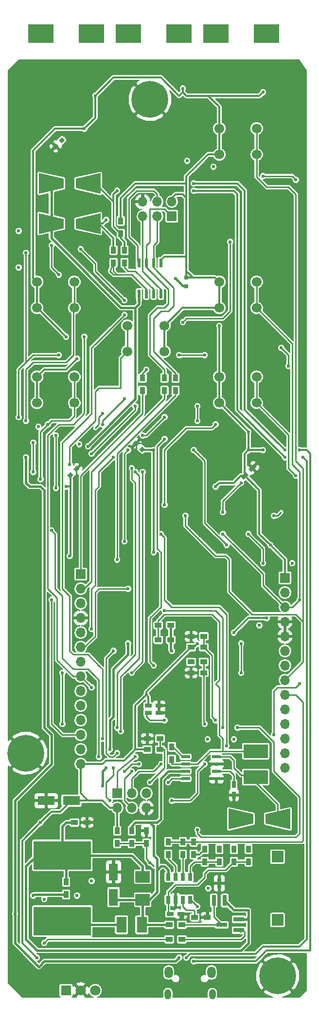
<source format=gbr>
G04 #@! TF.FileFunction,Copper,L2,Bot,Signal*
%FSLAX46Y46*%
G04 Gerber Fmt 4.6, Leading zero omitted, Abs format (unit mm)*
G04 Created by KiCad (PCBNEW 4.0.7) date 07/30/18 15:36:35*
%MOMM*%
%LPD*%
G01*
G04 APERTURE LIST*
%ADD10C,0.100000*%
%ADD11C,1.700000*%
%ADD12R,0.600000X1.550000*%
%ADD13R,0.750000X1.200000*%
%ADD14R,1.200000X0.750000*%
%ADD15R,2.500000X2.000000*%
%ADD16R,0.750000X0.800000*%
%ADD17R,4.500000X3.300000*%
%ADD18R,1.778000X2.794000*%
%ADD19R,10.000000X5.000000*%
%ADD20R,1.700000X1.700000*%
%ADD21O,1.700000X1.700000*%
%ADD22O,1.450000X2.000000*%
%ADD23O,1.150000X1.800000*%
%ADD24R,4.200000X2.400000*%
%ADD25R,1.998980X1.998980*%
%ADD26R,1.900000X0.800000*%
%ADD27R,0.800000X1.900000*%
%ADD28R,1.200000X0.900000*%
%ADD29R,0.900000X1.200000*%
%ADD30C,6.400000*%
%ADD31C,0.800000*%
%ADD32R,1.550000X0.600000*%
%ADD33R,0.760000X1.400000*%
%ADD34R,1.800000X1.800000*%
%ADD35C,1.800000*%
%ADD36R,3.000000X1.600000*%
%ADD37R,1.600000X3.000000*%
%ADD38C,0.600000*%
%ADD39C,0.250000*%
%ADD40C,0.400000*%
%ADD41C,0.350000*%
%ADD42C,0.154000*%
G04 APERTURE END LIST*
D10*
D11*
X62715000Y-72335000D03*
X69215000Y-72335000D03*
X62715000Y-76835000D03*
X69215000Y-76835000D03*
D12*
X68580000Y-66835000D03*
X67310000Y-66835000D03*
X66040000Y-66835000D03*
X64770000Y-66835000D03*
X64770000Y-61435000D03*
X66040000Y-61435000D03*
X67310000Y-61435000D03*
X68580000Y-61435000D03*
D13*
X81280000Y-152085000D03*
X81280000Y-153985000D03*
D14*
X66360000Y-138430000D03*
X68260000Y-138430000D03*
X66360000Y-139700000D03*
X68260000Y-139700000D03*
X70170000Y-174625000D03*
X72070000Y-174625000D03*
D15*
X65405000Y-168180000D03*
X65405000Y-172180000D03*
D10*
G36*
X82989150Y-99151180D02*
X82458820Y-98620850D01*
X83307348Y-97772322D01*
X83837678Y-98302652D01*
X82989150Y-99151180D01*
X82989150Y-99151180D01*
G37*
G36*
X84332652Y-97807678D02*
X83802322Y-97277348D01*
X84650850Y-96428820D01*
X85181180Y-96959150D01*
X84332652Y-97807678D01*
X84332652Y-97807678D01*
G37*
G36*
X53852652Y-97807678D02*
X53322322Y-97277348D01*
X53888008Y-96711662D01*
X54418338Y-97241992D01*
X53852652Y-97807678D01*
X53852652Y-97807678D01*
G37*
G36*
X52791992Y-98868338D02*
X52261662Y-98338008D01*
X52827348Y-97772322D01*
X53357678Y-98302652D01*
X52791992Y-98868338D01*
X52791992Y-98868338D01*
G37*
G36*
X64787678Y-92832348D02*
X64257348Y-93362678D01*
X63691662Y-92796992D01*
X64221992Y-92266662D01*
X64787678Y-92832348D01*
X64787678Y-92832348D01*
G37*
G36*
X65848338Y-93893008D02*
X65318008Y-94423338D01*
X64752322Y-93857652D01*
X65282652Y-93327322D01*
X65848338Y-93893008D01*
X65848338Y-93893008D01*
G37*
G36*
X50287348Y-40622322D02*
X50817678Y-41152652D01*
X50251992Y-41718338D01*
X49721662Y-41188008D01*
X50287348Y-40622322D01*
X50287348Y-40622322D01*
G37*
G36*
X51348008Y-39561662D02*
X51878338Y-40091992D01*
X51312652Y-40657678D01*
X50782322Y-40127348D01*
X51348008Y-39561662D01*
X51348008Y-39561662D01*
G37*
D16*
X73025000Y-65520000D03*
X73025000Y-64020000D03*
D17*
X47670000Y-21590000D03*
X56470000Y-21590000D03*
X62910000Y-21590000D03*
X71710000Y-21590000D03*
X78150000Y-21590000D03*
X86950000Y-21590000D03*
D18*
X65278000Y-176530000D03*
X61722000Y-176530000D03*
D19*
X51435000Y-175895000D03*
X51435000Y-164465000D03*
D20*
X54610000Y-115570000D03*
D21*
X54610000Y-118110000D03*
X54610000Y-120650000D03*
X54610000Y-123190000D03*
X54610000Y-125730000D03*
X54610000Y-128270000D03*
X54610000Y-130810000D03*
X54610000Y-133350000D03*
X54610000Y-135890000D03*
X54610000Y-138430000D03*
X54610000Y-140970000D03*
X54610000Y-143510000D03*
X54610000Y-146050000D03*
X54610000Y-148590000D03*
D20*
X90170000Y-116205000D03*
D21*
X90170000Y-118745000D03*
X90170000Y-121285000D03*
X90170000Y-123825000D03*
X90170000Y-126365000D03*
X90170000Y-128905000D03*
X90170000Y-131445000D03*
X90170000Y-133985000D03*
X90170000Y-136525000D03*
X90170000Y-139065000D03*
X90170000Y-141605000D03*
X90170000Y-144145000D03*
X90170000Y-146685000D03*
X90170000Y-149225000D03*
D20*
X60960000Y-153670000D03*
D21*
X60960000Y-156210000D03*
X63500000Y-153670000D03*
X63500000Y-156210000D03*
X66040000Y-153670000D03*
X66040000Y-156210000D03*
D22*
X69935000Y-184840000D03*
X77385000Y-184840000D03*
D23*
X69785000Y-188640000D03*
X77535000Y-188640000D03*
D20*
X70485000Y-53340000D03*
D21*
X70485000Y-50800000D03*
X67945000Y-53340000D03*
X67945000Y-50800000D03*
X65405000Y-53340000D03*
X65405000Y-50800000D03*
D24*
X85090000Y-150840000D03*
X85090000Y-146340000D03*
D25*
X88900000Y-175681640D03*
X88900000Y-164678360D03*
D26*
X82145000Y-175580000D03*
X82145000Y-177480000D03*
X79145000Y-176530000D03*
D27*
X79690000Y-172315000D03*
X77790000Y-172315000D03*
X78740000Y-169315000D03*
D28*
X68115000Y-127000000D03*
X70315000Y-127000000D03*
X68115000Y-124460000D03*
X70315000Y-124460000D03*
D29*
X70485000Y-145585000D03*
X70485000Y-147785000D03*
D28*
X66210000Y-144145000D03*
X68410000Y-144145000D03*
X66210000Y-146050000D03*
X68410000Y-146050000D03*
X70020000Y-179070000D03*
X72220000Y-179070000D03*
X70020000Y-176530000D03*
X72220000Y-176530000D03*
X53510000Y-158750000D03*
X55710000Y-158750000D03*
X73830000Y-130810000D03*
X76030000Y-130810000D03*
X76030000Y-132715000D03*
X73830000Y-132715000D03*
X73830000Y-128270000D03*
X76030000Y-128270000D03*
X76030000Y-126365000D03*
X73830000Y-126365000D03*
D29*
X83820000Y-163365000D03*
X83820000Y-165565000D03*
X81280000Y-163365000D03*
X81280000Y-165565000D03*
X60960000Y-160190000D03*
X60960000Y-162390000D03*
X63500000Y-160190000D03*
X63500000Y-162390000D03*
X66040000Y-162390000D03*
X66040000Y-160190000D03*
D28*
X74465000Y-175260000D03*
X76665000Y-175260000D03*
D29*
X76200000Y-163365000D03*
X76200000Y-165565000D03*
X78740000Y-163365000D03*
X78740000Y-165565000D03*
X72390000Y-162095000D03*
X72390000Y-164295000D03*
X74295000Y-164295000D03*
X74295000Y-162095000D03*
X69850000Y-162095000D03*
X69850000Y-164295000D03*
X61595000Y-56345000D03*
X61595000Y-54145000D03*
X60325000Y-61425000D03*
X60325000Y-59225000D03*
X62230000Y-61425000D03*
X62230000Y-59225000D03*
X71120000Y-83650000D03*
X71120000Y-81450000D03*
X65405000Y-83650000D03*
X65405000Y-81450000D03*
X69215000Y-83650000D03*
X69215000Y-81450000D03*
D11*
X85240000Y-42600000D03*
X78740000Y-42600000D03*
X85240000Y-38100000D03*
X78740000Y-38100000D03*
X85240000Y-69270000D03*
X78740000Y-69270000D03*
X85240000Y-64770000D03*
X78740000Y-64770000D03*
X85240000Y-85780000D03*
X78740000Y-85780000D03*
X85240000Y-81280000D03*
X78740000Y-81280000D03*
X53490000Y-69270000D03*
X46990000Y-69270000D03*
X53490000Y-64770000D03*
X46990000Y-64770000D03*
X53490000Y-85780000D03*
X46990000Y-85780000D03*
X53490000Y-81280000D03*
X46990000Y-81280000D03*
D30*
X45085000Y-146685000D03*
D31*
X47485000Y-146685000D03*
X46782056Y-148382056D03*
X45085000Y-149085000D03*
X43387944Y-148382056D03*
X42685000Y-146685000D03*
X43387944Y-144987944D03*
X45085000Y-144285000D03*
X46782056Y-144987944D03*
D30*
X88900000Y-185420000D03*
D31*
X91300000Y-185420000D03*
X90597056Y-187117056D03*
X88900000Y-187820000D03*
X87202944Y-187117056D03*
X86500000Y-185420000D03*
X87202944Y-183722944D03*
X88900000Y-183020000D03*
X90597056Y-183722944D03*
D30*
X66675000Y-33020000D03*
D31*
X69075000Y-33020000D03*
X68372056Y-34717056D03*
X66675000Y-35420000D03*
X64977944Y-34717056D03*
X64275000Y-33020000D03*
X64977944Y-31322944D03*
X66675000Y-30620000D03*
X68372056Y-31322944D03*
D32*
X78265000Y-147320000D03*
X78265000Y-148590000D03*
X78265000Y-149860000D03*
X78265000Y-151130000D03*
X72865000Y-151130000D03*
X72865000Y-149860000D03*
X72865000Y-148590000D03*
X72865000Y-147320000D03*
D33*
X73660000Y-168180000D03*
X73660000Y-172180000D03*
X72390000Y-168180000D03*
X72390000Y-172180000D03*
X71120000Y-168180000D03*
X71120000Y-172180000D03*
X69850000Y-168180000D03*
X69850000Y-172180000D03*
D34*
X52070000Y-187960000D03*
D35*
X54610000Y-187960000D03*
X57150000Y-187960000D03*
D29*
X52070000Y-169080000D03*
X52070000Y-171280000D03*
D36*
X53000000Y-154940000D03*
X48600000Y-154940000D03*
D37*
X60325000Y-171745000D03*
X60325000Y-167345000D03*
D10*
G36*
X80375000Y-159915000D02*
X80375000Y-156315000D01*
X84675000Y-157315000D01*
X84675000Y-158915000D01*
X80375000Y-159915000D01*
X80375000Y-159915000D01*
G37*
G36*
X91075000Y-156315000D02*
X91075000Y-159915000D01*
X86775000Y-158915000D01*
X86775000Y-157315000D01*
X91075000Y-156315000D01*
X91075000Y-156315000D01*
G37*
G36*
X58055000Y-45825000D02*
X58055000Y-49425000D01*
X53755000Y-48425000D01*
X53755000Y-46825000D01*
X58055000Y-45825000D01*
X58055000Y-45825000D01*
G37*
G36*
X47355000Y-49425000D02*
X47355000Y-45825000D01*
X51655000Y-46825000D01*
X51655000Y-48425000D01*
X47355000Y-49425000D01*
X47355000Y-49425000D01*
G37*
G36*
X58055000Y-52810000D02*
X58055000Y-56410000D01*
X53755000Y-55410000D01*
X53755000Y-53810000D01*
X58055000Y-52810000D01*
X58055000Y-52810000D01*
G37*
G36*
X47355000Y-56410000D02*
X47355000Y-52810000D01*
X51655000Y-53810000D01*
X51655000Y-55410000D01*
X47355000Y-56410000D01*
X47355000Y-56410000D01*
G37*
D38*
X43815000Y-62230000D03*
X88265000Y-105410000D03*
X50292000Y-100584000D03*
X50292000Y-91440000D03*
X47244000Y-89916000D03*
X54356000Y-92964000D03*
X83820000Y-108585000D03*
X86360000Y-113665000D03*
X91440000Y-113665000D03*
X58420000Y-87630000D03*
X73152000Y-43688000D03*
X77724000Y-44704000D03*
X81280000Y-144272000D03*
X76708000Y-144272000D03*
X85725000Y-124460000D03*
X53975000Y-171450000D03*
X48260000Y-172085000D03*
X76835000Y-170180000D03*
X56515000Y-168910000D03*
X43815000Y-55880000D03*
X46990000Y-106680000D03*
X45085000Y-132715000D03*
X45720000Y-156845000D03*
X73660000Y-130810000D03*
X59055000Y-149225000D03*
X62865000Y-127635000D03*
X70485000Y-128905000D03*
X59690000Y-146050000D03*
X67310000Y-159385000D03*
X58420000Y-152400000D03*
X78105000Y-100330000D03*
X83820000Y-93980000D03*
X86360000Y-93980000D03*
X83820000Y-90805000D03*
X67310000Y-111760000D03*
X52070000Y-100330000D03*
X74930000Y-127635000D03*
X81280000Y-125730000D03*
X86995000Y-123190000D03*
X87630000Y-110490000D03*
X53975000Y-78105000D03*
X52070000Y-74295000D03*
X78740000Y-72390000D03*
X52705000Y-112395000D03*
X47625000Y-158750000D03*
X66040000Y-136525000D03*
X46990000Y-182245000D03*
X82525000Y-158115000D03*
X76200000Y-163365000D03*
X81280000Y-163365000D03*
X57150000Y-32385000D03*
X55245000Y-38100000D03*
X86360000Y-31750000D03*
X72390000Y-31115000D03*
X51435000Y-40005000D03*
X67310000Y-93980000D03*
X69215000Y-140970000D03*
X51435000Y-141605000D03*
X51435000Y-132715000D03*
X48260000Y-179705000D03*
X60960000Y-113030000D03*
X69215000Y-121920000D03*
X79375000Y-142240000D03*
X81915000Y-142240000D03*
X74930000Y-160020000D03*
X62230000Y-109855000D03*
X62865000Y-93980000D03*
X58420000Y-89535000D03*
X62230000Y-85090000D03*
X90805000Y-79375000D03*
X89535000Y-76200000D03*
X74930000Y-88900000D03*
X74930000Y-86360000D03*
X45085000Y-59690000D03*
X43815000Y-88265000D03*
X50800000Y-77470000D03*
X74295000Y-182880000D03*
X59055000Y-53975000D03*
X74295000Y-47625000D03*
X90170000Y-93980000D03*
X92710000Y-93980000D03*
X73010000Y-182260000D03*
X60960000Y-48895000D03*
X74295000Y-48895000D03*
X90170000Y-95250000D03*
X93345000Y-95250000D03*
X82550000Y-132715000D03*
X82550000Y-127635000D03*
X69215000Y-92075000D03*
X67310000Y-131445000D03*
X62865000Y-118110000D03*
X65405000Y-97790000D03*
X63500000Y-132715000D03*
X49530000Y-58420000D03*
X50800000Y-63500000D03*
X55245000Y-74295000D03*
X56515000Y-135255000D03*
X60960000Y-142240000D03*
X63500000Y-97155000D03*
X61595000Y-142875000D03*
X64135000Y-97790000D03*
X49530000Y-120015000D03*
X62230000Y-70485000D03*
X62230000Y-67945000D03*
X58420000Y-144145000D03*
X54610000Y-59055000D03*
X56515000Y-94615000D03*
X64135000Y-86360000D03*
X71755000Y-77470000D03*
X76200000Y-77470000D03*
X92075000Y-98425000D03*
X79375000Y-108585000D03*
X88265000Y-143510000D03*
X92710000Y-134620000D03*
X92710000Y-120015000D03*
X72855000Y-105410000D03*
X78105000Y-140970000D03*
X76200000Y-141605000D03*
X63500000Y-149860000D03*
X64135000Y-147320000D03*
X68580000Y-148590000D03*
X83820000Y-163195000D03*
X78740000Y-163195000D03*
X66040000Y-80010000D03*
X72390000Y-71755000D03*
X80645000Y-57785000D03*
X78105000Y-89535000D03*
X69215000Y-103505000D03*
X74295000Y-93980000D03*
X80010000Y-110490000D03*
X82550000Y-99695000D03*
X79375000Y-104775000D03*
X69215000Y-88265000D03*
X86360000Y-46355000D03*
X92075000Y-46990000D03*
X65405000Y-91440000D03*
X69850000Y-151765000D03*
X66675000Y-151765000D03*
X46355000Y-97790000D03*
X46355000Y-92710000D03*
X45085000Y-88900000D03*
X60325000Y-149225000D03*
X60325000Y-95250000D03*
X56515000Y-125095000D03*
X60325000Y-128905000D03*
X60960000Y-146685000D03*
X59690000Y-154940000D03*
X70485000Y-154940000D03*
X76200000Y-148590000D03*
X48895000Y-89535000D03*
X68580000Y-108585000D03*
X80010000Y-145415000D03*
X47625000Y-99060000D03*
X57785000Y-147320000D03*
X49530000Y-107950000D03*
X64770000Y-148590000D03*
X62230000Y-149860000D03*
X52705000Y-96520000D03*
X74930000Y-173355000D03*
X66675000Y-165735000D03*
X72136000Y-89916000D03*
X71628000Y-85852000D03*
X67310000Y-80010000D03*
X67945000Y-85090000D03*
X88265000Y-95250000D03*
X59436000Y-74676000D03*
X57912000Y-82296000D03*
X60960000Y-81788000D03*
X61976000Y-74676000D03*
X53848000Y-109728000D03*
X64008000Y-93980000D03*
X54864000Y-95504000D03*
X50800000Y-109220000D03*
X50800000Y-107188000D03*
X81280000Y-132588000D03*
X79375000Y-113665000D03*
X78105000Y-119380000D03*
X75565000Y-113030000D03*
X72390000Y-113665000D03*
X73025000Y-108585000D03*
X72390000Y-175260000D03*
X74295000Y-134620000D03*
X62865000Y-133985000D03*
X71755000Y-142240000D03*
X45085000Y-95250000D03*
X43180000Y-174625000D03*
X46355000Y-171450000D03*
X71755000Y-182245000D03*
X55880000Y-93345000D03*
X71120000Y-64135000D03*
X64770000Y-67945000D03*
D39*
X89535000Y-104775000D02*
X88900000Y-105410000D01*
X88265000Y-105410000D02*
X88900000Y-105410000D01*
X50292000Y-100584000D02*
X50292000Y-91440000D01*
X86360000Y-113665000D02*
X86360000Y-111125000D01*
X86360000Y-111125000D02*
X83820000Y-108585000D01*
X57150000Y-90170000D02*
X57785000Y-89535000D01*
X57785000Y-88265000D02*
X57785000Y-89535000D01*
X57785000Y-88265000D02*
X58420000Y-87630000D01*
D40*
X73660000Y-130810000D02*
X73830000Y-130810000D01*
X58420000Y-151130000D02*
X58420000Y-149860000D01*
X58420000Y-149860000D02*
X59055000Y-149225000D01*
X62865000Y-127635000D02*
X62865000Y-129540000D01*
X70315000Y-128735000D02*
X70485000Y-128905000D01*
X59690000Y-140970000D02*
X59690000Y-146050000D01*
X62865000Y-129540000D02*
X60325000Y-132080000D01*
X60325000Y-132080000D02*
X60325000Y-140335000D01*
X60325000Y-140335000D02*
X59690000Y-140970000D01*
X58420000Y-151130000D02*
X58420000Y-152400000D01*
X70315000Y-127000000D02*
X70315000Y-128735000D01*
X70315000Y-124460000D02*
X70315000Y-127000000D01*
X72865000Y-149860000D02*
X69850000Y-149860000D01*
X67945000Y-158750000D02*
X66675000Y-158750000D01*
X68580000Y-158115000D02*
X67945000Y-158750000D01*
X68580000Y-151130000D02*
X68580000Y-158115000D01*
X69850000Y-149860000D02*
X68580000Y-151130000D01*
X67945000Y-167005000D02*
X67945000Y-165100000D01*
X63500000Y-159385000D02*
X63500000Y-160190000D01*
X64135000Y-158750000D02*
X63500000Y-159385000D01*
X66675000Y-158750000D02*
X64135000Y-158750000D01*
X67310000Y-159385000D02*
X66675000Y-158750000D01*
X67310000Y-164465000D02*
X67310000Y-159385000D01*
X67945000Y-165100000D02*
X67310000Y-164465000D01*
X65405000Y-172180000D02*
X60760000Y-172180000D01*
X60760000Y-172180000D02*
X60325000Y-171745000D01*
X65278000Y-176530000D02*
X70020000Y-176530000D01*
X65405000Y-172180000D02*
X66580000Y-172180000D01*
X66580000Y-172180000D02*
X67945000Y-170815000D01*
X69850000Y-167005000D02*
X69850000Y-168180000D01*
X69215000Y-166370000D02*
X69850000Y-167005000D01*
X68580000Y-166370000D02*
X69215000Y-166370000D01*
X67945000Y-167005000D02*
X68580000Y-166370000D01*
X67945000Y-170815000D02*
X67945000Y-167005000D01*
X65405000Y-172180000D02*
X65405000Y-176403000D01*
X65405000Y-176403000D02*
X65278000Y-176530000D01*
X52070000Y-169080000D02*
X52070000Y-165100000D01*
X52070000Y-165100000D02*
X51435000Y-164465000D01*
X83820000Y-175260000D02*
X83820000Y-175895000D01*
X45085000Y-166370000D02*
X45085000Y-179070000D01*
X45085000Y-179070000D02*
X46990000Y-180975000D01*
X46990000Y-180975000D02*
X82550000Y-180975000D01*
X82550000Y-180975000D02*
X83820000Y-179705000D01*
X83820000Y-179705000D02*
X83820000Y-175895000D01*
X45085000Y-166370000D02*
X46990000Y-164465000D01*
X51435000Y-164465000D02*
X46990000Y-164465000D01*
X79690000Y-172315000D02*
X79690000Y-172400000D01*
X79690000Y-172400000D02*
X81280000Y-173990000D01*
X81280000Y-173990000D02*
X83820000Y-173990000D01*
X83820000Y-173990000D02*
X83820000Y-175260000D01*
X83820000Y-175260000D02*
X83505000Y-175580000D01*
X83505000Y-175580000D02*
X82145000Y-175580000D01*
X51435000Y-164465000D02*
X51435000Y-159385000D01*
X52070000Y-158750000D02*
X53510000Y-158750000D01*
X51435000Y-159385000D02*
X52070000Y-158750000D01*
X65405000Y-168180000D02*
X65405000Y-166370000D01*
X63500000Y-164465000D02*
X51435000Y-164465000D01*
X65405000Y-166370000D02*
X63500000Y-164465000D01*
D41*
X85725000Y-100965000D02*
X85725000Y-108585000D01*
X85725000Y-108585000D02*
X87630000Y-110490000D01*
X66040000Y-136525000D02*
X66040000Y-136060000D01*
X66040000Y-136060000D02*
X73830000Y-128270000D01*
X64135000Y-146050000D02*
X64135000Y-138430000D01*
X64135000Y-138430000D02*
X66040000Y-136525000D01*
X54610000Y-148590000D02*
X58420000Y-148590000D01*
X59055000Y-147955000D02*
X62230000Y-147955000D01*
X58420000Y-148590000D02*
X59055000Y-147955000D01*
X64135000Y-146050000D02*
X66210000Y-146050000D01*
X62230000Y-147955000D02*
X64135000Y-146050000D01*
X78105000Y-100330000D02*
X78740000Y-99695000D01*
X82513249Y-98461751D02*
X81280000Y-99695000D01*
X81280000Y-99695000D02*
X78740000Y-99695000D01*
X82513249Y-98461751D02*
X83148249Y-98461751D01*
X86360000Y-93980000D02*
X83820000Y-93980000D01*
X69215000Y-72335000D02*
X69270000Y-72335000D01*
X69270000Y-72335000D02*
X72335000Y-69270000D01*
X72335000Y-69270000D02*
X78740000Y-69270000D01*
X69215000Y-72335000D02*
X69215000Y-76835000D01*
X67310000Y-111760000D02*
X67310000Y-93980000D01*
X52070000Y-100330000D02*
X52809670Y-100330000D01*
X52809670Y-100330000D02*
X52705000Y-100330000D01*
X52705000Y-100330000D02*
X52809670Y-100330000D01*
X67310000Y-93980000D02*
X65405000Y-93980000D01*
X65405000Y-93980000D02*
X65300330Y-93875330D01*
X73830000Y-128270000D02*
X74295000Y-128270000D01*
X74295000Y-128270000D02*
X74930000Y-127635000D01*
X81280000Y-125730000D02*
X83820000Y-123190000D01*
X83820000Y-123190000D02*
X86995000Y-123190000D01*
X83148249Y-98461751D02*
X83221751Y-98461751D01*
X83221751Y-98461751D02*
X85725000Y-100965000D01*
X90170000Y-116205000D02*
X90170000Y-113030000D01*
X90170000Y-113030000D02*
X87630000Y-110490000D01*
X46990000Y-81280000D02*
X46990000Y-85780000D01*
X46990000Y-69270000D02*
X47045000Y-69270000D01*
X47045000Y-69270000D02*
X52070000Y-74295000D01*
X48260000Y-80010000D02*
X46990000Y-81280000D01*
X52070000Y-80010000D02*
X48260000Y-80010000D01*
X53975000Y-78105000D02*
X52070000Y-80010000D01*
X46990000Y-69270000D02*
X46990000Y-64770000D01*
X46990000Y-64770000D02*
X46355000Y-64135000D01*
X46355000Y-64135000D02*
X46355000Y-41910000D01*
X46355000Y-41910000D02*
X50165000Y-38100000D01*
X50165000Y-38100000D02*
X55245000Y-38100000D01*
X78740000Y-81280000D02*
X78740000Y-72390000D01*
X78740000Y-85780000D02*
X78740000Y-81280000D01*
X83820000Y-93980000D02*
X83820000Y-90805000D01*
X83148249Y-94651751D02*
X83820000Y-93980000D01*
X83148249Y-98461751D02*
X83148249Y-94651751D01*
X83820000Y-90805000D02*
X78795000Y-85780000D01*
X78795000Y-85780000D02*
X78740000Y-85780000D01*
X52809670Y-98320330D02*
X52809670Y-100330000D01*
X52809670Y-100330000D02*
X52809670Y-112290330D01*
X52809670Y-112290330D02*
X52705000Y-112395000D01*
X66040000Y-136525000D02*
X66360000Y-136845000D01*
X66360000Y-136845000D02*
X66360000Y-138430000D01*
X44450000Y-161925000D02*
X47625000Y-158750000D01*
X44450000Y-179705000D02*
X44450000Y-161925000D01*
X46990000Y-182245000D02*
X44450000Y-179705000D01*
X74295000Y-164295000D02*
X75270000Y-164295000D01*
X75270000Y-164295000D02*
X76200000Y-163365000D01*
X51095000Y-156845000D02*
X53000000Y-154940000D01*
X49530000Y-156845000D02*
X51095000Y-156845000D01*
X47625000Y-158750000D02*
X49530000Y-156845000D01*
X54610000Y-148590000D02*
X54610000Y-153670000D01*
X54610000Y-153670000D02*
X55880000Y-154940000D01*
X60960000Y-156210000D02*
X59690000Y-156210000D01*
X58420000Y-154940000D02*
X55880000Y-154940000D01*
X55880000Y-154940000D02*
X53000000Y-154940000D01*
X59690000Y-156210000D02*
X58420000Y-154940000D01*
X60960000Y-160190000D02*
X60960000Y-156210000D01*
X68580000Y-61435000D02*
X68580000Y-60960000D01*
X68580000Y-60960000D02*
X69215000Y-60325000D01*
X69215000Y-60325000D02*
X73025000Y-60325000D01*
X73025000Y-64020000D02*
X73025000Y-62865000D01*
X61595000Y-54145000D02*
X61595000Y-50165000D01*
X64135000Y-47625000D02*
X73025000Y-47625000D01*
X61595000Y-50165000D02*
X64135000Y-47625000D01*
X78740000Y-38100000D02*
X78740000Y-34290000D01*
X78740000Y-34290000D02*
X76835000Y-32385000D01*
X72390000Y-31115000D02*
X72390000Y-31750000D01*
X72390000Y-31750000D02*
X71755000Y-32385000D01*
X57150000Y-36195000D02*
X55245000Y-38100000D01*
X57150000Y-32385000D02*
X57150000Y-36195000D01*
X60325000Y-29210000D02*
X57150000Y-32385000D01*
X68580000Y-29210000D02*
X60325000Y-29210000D01*
X71755000Y-32385000D02*
X68580000Y-29210000D01*
X86360000Y-31750000D02*
X85725000Y-32385000D01*
X85725000Y-32385000D02*
X76835000Y-32385000D01*
X73025000Y-32385000D02*
X72390000Y-31750000D01*
X76835000Y-32385000D02*
X73025000Y-32385000D01*
X73025000Y-50165000D02*
X73025000Y-47625000D01*
X73025000Y-47625000D02*
X73025000Y-46355000D01*
X76780000Y-42600000D02*
X78740000Y-42600000D01*
X73025000Y-46355000D02*
X76780000Y-42600000D01*
X78740000Y-38100000D02*
X78740000Y-42600000D01*
X73025000Y-62230000D02*
X73025000Y-62865000D01*
X73025000Y-50165000D02*
X73025000Y-60325000D01*
X73025000Y-60325000D02*
X73025000Y-61595000D01*
X73025000Y-61595000D02*
X73025000Y-62230000D01*
X73025000Y-62865000D02*
X74180000Y-64020000D01*
X73025000Y-64020000D02*
X73025000Y-64135000D01*
X73025000Y-64135000D02*
X73025000Y-64020000D01*
X70485000Y-50800000D02*
X70485000Y-50165000D01*
X70485000Y-50165000D02*
X71120000Y-49530000D01*
X71120000Y-49530000D02*
X72390000Y-49530000D01*
X72390000Y-49530000D02*
X73025000Y-50165000D01*
X78740000Y-64770000D02*
X78740000Y-69270000D01*
X73025000Y-64020000D02*
X73025000Y-64020000D01*
X73025000Y-64020000D02*
X74180000Y-64020000D01*
X74180000Y-64020000D02*
X77990000Y-64020000D01*
X77990000Y-64020000D02*
X78740000Y-64770000D01*
X51435000Y-40005000D02*
X51330330Y-40109670D01*
D39*
X78265000Y-149860000D02*
X80645000Y-149860000D01*
X81280000Y-150495000D02*
X81280000Y-152085000D01*
X80645000Y-149860000D02*
X81280000Y-150495000D01*
X69215000Y-140970000D02*
X66675000Y-140970000D01*
X66675000Y-140970000D02*
X66040000Y-140335000D01*
X66040000Y-140335000D02*
X66040000Y-140020000D01*
X66040000Y-140020000D02*
X66360000Y-139700000D01*
X51435000Y-132715000D02*
X51435000Y-141605000D01*
X70020000Y-179070000D02*
X48895000Y-179070000D01*
X48895000Y-179070000D02*
X48260000Y-179705000D01*
X71120000Y-83650000D02*
X71120000Y-84455000D01*
X60960000Y-94615000D02*
X60960000Y-101600000D01*
X71120000Y-84455000D02*
X60960000Y-94615000D01*
X60960000Y-101600000D02*
X60960000Y-113030000D01*
X79375000Y-126365000D02*
X79375000Y-123190000D01*
X78105000Y-121920000D02*
X69215000Y-121920000D01*
X79375000Y-123190000D02*
X78105000Y-121920000D01*
X81915000Y-142240000D02*
X85725000Y-142240000D01*
X79375000Y-126365000D02*
X79375000Y-142240000D01*
X74930000Y-160655000D02*
X74930000Y-160020000D01*
X75565000Y-161290000D02*
X74930000Y-160655000D01*
X92075000Y-161290000D02*
X75565000Y-161290000D01*
X92710000Y-160655000D02*
X92075000Y-161290000D01*
X92710000Y-154305000D02*
X92710000Y-160655000D01*
X88265000Y-149860000D02*
X92710000Y-154305000D01*
X88265000Y-144780000D02*
X88265000Y-149860000D01*
X85725000Y-142240000D02*
X88265000Y-144780000D01*
X69850000Y-172180000D02*
X69850000Y-170815000D01*
X79840000Y-167005000D02*
X81280000Y-165565000D01*
X76835000Y-167005000D02*
X79840000Y-167005000D01*
X76200000Y-167640000D02*
X76835000Y-167005000D01*
X76200000Y-168275000D02*
X76200000Y-167640000D01*
X74930000Y-169545000D02*
X76200000Y-168275000D01*
X71120000Y-169545000D02*
X74930000Y-169545000D01*
X69850000Y-170815000D02*
X71120000Y-169545000D01*
X81280000Y-165565000D02*
X83820000Y-165565000D01*
X69850000Y-172180000D02*
X69850000Y-173355000D01*
X69850000Y-173355000D02*
X69850000Y-174305000D01*
X69850000Y-174305000D02*
X70170000Y-174625000D01*
X62230000Y-99060000D02*
X62230000Y-109855000D01*
X62865000Y-93980000D02*
X62230000Y-94615000D01*
X62230000Y-94615000D02*
X62230000Y-99060000D01*
X85090000Y-150840000D02*
X85090000Y-151765000D01*
X85090000Y-151765000D02*
X88925000Y-155600000D01*
X88925000Y-155600000D02*
X88925000Y-158115000D01*
X78265000Y-147320000D02*
X80645000Y-147320000D01*
X82550000Y-150495000D02*
X84745000Y-150495000D01*
X81280000Y-149225000D02*
X82550000Y-150495000D01*
X81280000Y-147955000D02*
X81280000Y-149225000D01*
X80645000Y-147320000D02*
X81280000Y-147955000D01*
X84745000Y-150495000D02*
X85090000Y-150840000D01*
X58420000Y-88900000D02*
X58420000Y-89535000D01*
X62230000Y-85090000D02*
X58420000Y-88900000D01*
X90805000Y-77470000D02*
X90805000Y-79375000D01*
X89535000Y-76200000D02*
X90805000Y-77470000D01*
X74930000Y-86360000D02*
X74930000Y-88900000D01*
X45085000Y-78740000D02*
X45085000Y-59690000D01*
X50800000Y-77470000D02*
X46355000Y-77470000D01*
X43815000Y-80010000D02*
X43815000Y-88265000D01*
X46355000Y-77470000D02*
X45085000Y-78740000D01*
X45085000Y-78740000D02*
X43815000Y-80010000D01*
D41*
X59690000Y-56515000D02*
X60325000Y-57150000D01*
X60325000Y-57150000D02*
X60325000Y-59225000D01*
X58420000Y-54610000D02*
X55905000Y-54610000D01*
X59055000Y-53975000D02*
X58420000Y-54610000D01*
X81915000Y-47625000D02*
X74295000Y-47625000D01*
X83185000Y-48895000D02*
X81915000Y-47625000D01*
X83185000Y-86995000D02*
X83185000Y-48895000D01*
X90170000Y-93980000D02*
X83185000Y-86995000D01*
X93980000Y-93980000D02*
X92710000Y-93980000D01*
X94615000Y-94615000D02*
X93980000Y-93980000D01*
X94615000Y-180975000D02*
X94615000Y-94615000D01*
X86995000Y-180975000D02*
X94615000Y-180975000D01*
X86360000Y-181610000D02*
X86995000Y-180975000D01*
X85090000Y-182880000D02*
X86360000Y-181610000D01*
X74295000Y-182880000D02*
X85090000Y-182880000D01*
D39*
X55905000Y-54610000D02*
X57785000Y-54610000D01*
X57785000Y-54610000D02*
X59690000Y-56515000D01*
D41*
X61595000Y-56345000D02*
X61595000Y-57150000D01*
X62230000Y-57785000D02*
X62230000Y-59225000D01*
X61595000Y-57150000D02*
X62230000Y-57785000D01*
X73010000Y-182260000D02*
X73660000Y-181610000D01*
X60325000Y-49530000D02*
X60325000Y-50800000D01*
X60960000Y-48895000D02*
X60325000Y-49530000D01*
X81280000Y-48895000D02*
X74295000Y-48895000D01*
X81915000Y-49530000D02*
X81280000Y-48895000D01*
X81915000Y-86995000D02*
X81915000Y-49530000D01*
X90170000Y-95250000D02*
X81915000Y-86995000D01*
X93980000Y-95885000D02*
X93345000Y-95250000D01*
X93980000Y-179070000D02*
X93980000Y-95885000D01*
X92710000Y-180340000D02*
X93980000Y-179070000D01*
X86360000Y-180340000D02*
X92710000Y-180340000D01*
X85090000Y-181610000D02*
X86360000Y-180340000D01*
X73660000Y-181610000D02*
X85090000Y-181610000D01*
D39*
X55905000Y-47625000D02*
X57150000Y-47625000D01*
X57150000Y-47625000D02*
X60325000Y-50800000D01*
X60325000Y-50800000D02*
X60325000Y-55075000D01*
X60325000Y-55075000D02*
X61595000Y-56345000D01*
D40*
X61722000Y-176530000D02*
X52070000Y-176530000D01*
D39*
X52070000Y-176530000D02*
X51435000Y-175895000D01*
X82550000Y-127635000D02*
X82550000Y-132715000D01*
X54610000Y-115570000D02*
X54610000Y-98425000D01*
X65405000Y-87630000D02*
X65405000Y-83650000D01*
X54610000Y-98425000D02*
X65405000Y-87630000D01*
X54610000Y-118110000D02*
X55245000Y-118110000D01*
X55245000Y-118110000D02*
X56515000Y-116840000D01*
X69215000Y-85090000D02*
X69215000Y-83650000D01*
X56515000Y-97790000D02*
X69215000Y-85090000D01*
X56515000Y-116840000D02*
X56515000Y-97790000D01*
X66675000Y-123190000D02*
X66675000Y-130810000D01*
X69215000Y-92075000D02*
X67945000Y-93345000D01*
X67945000Y-93345000D02*
X67945000Y-111125000D01*
X67945000Y-111125000D02*
X68580000Y-111760000D01*
X68580000Y-111760000D02*
X68580000Y-121285000D01*
X68580000Y-121285000D02*
X66675000Y-123190000D01*
X66675000Y-130810000D02*
X67310000Y-131445000D01*
X54610000Y-128270000D02*
X55245000Y-128270000D01*
X55245000Y-128270000D02*
X57150000Y-126365000D01*
X57785000Y-118110000D02*
X62865000Y-118110000D01*
X57150000Y-118745000D02*
X57785000Y-118110000D01*
X57150000Y-126365000D02*
X57150000Y-118745000D01*
X65405000Y-100965000D02*
X65405000Y-97790000D01*
X65405000Y-130810000D02*
X65405000Y-100965000D01*
X63500000Y-132715000D02*
X65405000Y-130810000D01*
X49530000Y-58420000D02*
X49530000Y-62230000D01*
X49530000Y-62230000D02*
X50800000Y-63500000D01*
X48895000Y-98425000D02*
X48895000Y-91440000D01*
X48895000Y-91440000D02*
X50800000Y-89535000D01*
X50482500Y-119697500D02*
X50482500Y-130492500D01*
X53340000Y-133350000D02*
X54610000Y-133350000D01*
X50482500Y-130492500D02*
X53340000Y-133350000D01*
X48895000Y-117475000D02*
X48895000Y-118110000D01*
X48895000Y-118110000D02*
X50482500Y-119697500D01*
X48895000Y-117475000D02*
X48895000Y-116840000D01*
X55245000Y-86995000D02*
X55245000Y-87630000D01*
X55245000Y-74295000D02*
X55245000Y-86995000D01*
X53340000Y-89535000D02*
X50800000Y-89535000D01*
X55245000Y-87630000D02*
X53340000Y-89535000D01*
X48895000Y-98425000D02*
X48895000Y-116840000D01*
X56515000Y-135255000D02*
X54610000Y-133350000D01*
X60960000Y-132715000D02*
X60960000Y-142240000D01*
X64135000Y-129540000D02*
X60960000Y-132715000D01*
X64135000Y-99695000D02*
X64135000Y-129540000D01*
X63500000Y-99060000D02*
X64135000Y-99695000D01*
X63500000Y-97155000D02*
X63500000Y-99060000D01*
X62230000Y-132715000D02*
X61595000Y-133350000D01*
X61595000Y-133350000D02*
X61595000Y-142875000D01*
X64770000Y-123825000D02*
X64770000Y-130175000D01*
X64135000Y-97790000D02*
X64770000Y-98425000D01*
X64770000Y-98425000D02*
X64770000Y-123825000D01*
X64770000Y-130175000D02*
X62230000Y-132715000D01*
X50165000Y-142240000D02*
X49530000Y-141605000D01*
X49530000Y-141605000D02*
X49530000Y-120015000D01*
X54610000Y-143510000D02*
X51435000Y-143510000D01*
X51435000Y-143510000D02*
X50165000Y-142240000D01*
X58420000Y-132715000D02*
X58420000Y-132080000D01*
X58420000Y-132080000D02*
X57785000Y-131445000D01*
X55880000Y-129540000D02*
X57785000Y-131445000D01*
X57785000Y-131445000D02*
X58420000Y-132080000D01*
X52070000Y-92075000D02*
X51435000Y-92710000D01*
X55880000Y-88265000D02*
X52070000Y-92075000D01*
X62230000Y-70485000D02*
X57150000Y-75565000D01*
X57150000Y-75565000D02*
X56515000Y-76200000D01*
X56515000Y-76200000D02*
X56515000Y-86995000D01*
X56515000Y-87630000D02*
X56515000Y-86995000D01*
X55880000Y-88265000D02*
X56515000Y-87630000D01*
X53340000Y-129540000D02*
X55880000Y-129540000D01*
X52705000Y-128905000D02*
X53340000Y-129540000D01*
X52705000Y-119380000D02*
X52705000Y-128905000D01*
X51435000Y-118110000D02*
X52705000Y-119380000D01*
X51435000Y-92710000D02*
X51435000Y-118110000D01*
X57150000Y-61595000D02*
X57150000Y-62865000D01*
X57150000Y-62865000D02*
X62230000Y-67945000D01*
X58420000Y-143510000D02*
X58420000Y-132715000D01*
X58420000Y-144145000D02*
X58420000Y-143510000D01*
X57150000Y-61595000D02*
X54610000Y-59055000D01*
X56515000Y-94615000D02*
X64135000Y-86995000D01*
X64135000Y-86995000D02*
X64135000Y-86360000D01*
X76200000Y-77470000D02*
X71755000Y-77470000D01*
X90805000Y-97155000D02*
X90805000Y-95885000D01*
X92075000Y-98425000D02*
X90805000Y-97155000D01*
X90805000Y-95250000D02*
X90805000Y-95885000D01*
X85240000Y-85780000D02*
X90805000Y-91345000D01*
X90805000Y-91345000D02*
X90805000Y-95250000D01*
X85240000Y-81280000D02*
X85240000Y-85780000D01*
X81280000Y-110490000D02*
X86360000Y-115570000D01*
X86360000Y-117475000D02*
X87630000Y-118745000D01*
X86360000Y-115570000D02*
X86360000Y-117475000D01*
X87630000Y-118745000D02*
X90170000Y-121285000D01*
X79375000Y-108585000D02*
X81280000Y-110490000D01*
X91440000Y-96520000D02*
X92710000Y-97790000D01*
X92710000Y-97790000D02*
X92710000Y-98425000D01*
X91440000Y-95885000D02*
X91440000Y-96520000D01*
X92710000Y-98425000D02*
X92710000Y-104775000D01*
X92710000Y-120015000D02*
X92710000Y-104775000D01*
X88900000Y-135255000D02*
X88265000Y-135890000D01*
X88265000Y-143510000D02*
X88265000Y-135890000D01*
X92075000Y-135255000D02*
X88900000Y-135255000D01*
X92075000Y-135255000D02*
X92710000Y-134620000D01*
X85240000Y-64770000D02*
X85240000Y-69270000D01*
X85240000Y-69270000D02*
X91440000Y-75470000D01*
X91440000Y-75470000D02*
X91440000Y-95885000D01*
X90170000Y-121285000D02*
X91440000Y-121285000D01*
X91440000Y-121285000D02*
X92710000Y-120015000D01*
X72855000Y-105410000D02*
X72855000Y-107145000D01*
X78105000Y-112395000D02*
X79840000Y-112395000D01*
X72855000Y-107145000D02*
X78105000Y-112395000D01*
X92075000Y-122555000D02*
X93345000Y-123825000D01*
X84455000Y-122555000D02*
X92075000Y-122555000D01*
X80475000Y-118575000D02*
X84455000Y-122555000D01*
X80475000Y-113030000D02*
X80475000Y-118575000D01*
X79840000Y-112395000D02*
X80475000Y-113030000D01*
X92075000Y-95885000D02*
X93345000Y-97155000D01*
X93345000Y-130810000D02*
X90170000Y-133985000D01*
X93345000Y-97155000D02*
X93345000Y-123825000D01*
X93345000Y-123825000D02*
X93345000Y-130810000D01*
X85240000Y-42600000D02*
X85240000Y-46505000D01*
X92075000Y-49530000D02*
X92075000Y-95885000D01*
X90805000Y-48260000D02*
X92075000Y-49530000D01*
X86995000Y-48260000D02*
X90805000Y-48260000D01*
X85240000Y-46505000D02*
X86995000Y-48260000D01*
X85240000Y-38100000D02*
X85240000Y-42600000D01*
X90170000Y-136525000D02*
X92075000Y-136525000D01*
X93175000Y-162095000D02*
X74295000Y-162095000D01*
X93345000Y-161925000D02*
X93175000Y-162095000D01*
X93345000Y-137795000D02*
X93345000Y-161925000D01*
X92075000Y-136525000D02*
X93345000Y-137795000D01*
X69850000Y-162095000D02*
X72390000Y-162095000D01*
X72390000Y-162095000D02*
X74295000Y-162095000D01*
X76030000Y-126365000D02*
X76030000Y-128270000D01*
X76030000Y-128270000D02*
X77470000Y-129710000D01*
X77470000Y-129710000D02*
X77470000Y-140335000D01*
X77470000Y-140335000D02*
X78105000Y-140970000D01*
X76030000Y-132715000D02*
X76030000Y-141435000D01*
X76030000Y-141435000D02*
X76200000Y-141605000D01*
X76030000Y-130810000D02*
X76030000Y-132715000D01*
X63500000Y-156210000D02*
X62230000Y-154940000D01*
X62230000Y-154940000D02*
X62230000Y-151130000D01*
X62230000Y-151130000D02*
X63500000Y-149860000D01*
X60960000Y-154305000D02*
X60960000Y-149860000D01*
X60960000Y-149860000D02*
X64135000Y-147320000D01*
X67310000Y-149860000D02*
X68580000Y-148590000D01*
X63500000Y-153670000D02*
X63500000Y-151130000D01*
X64770000Y-149860000D02*
X67310000Y-149860000D01*
X63500000Y-151130000D02*
X64770000Y-149860000D01*
D41*
X83820000Y-163195000D02*
X83820000Y-163365000D01*
X78740000Y-163195000D02*
X78740000Y-163365000D01*
D39*
X69215000Y-69215000D02*
X69850000Y-68580000D01*
X69850000Y-66040000D02*
X69850000Y-68580000D01*
X69850000Y-66040000D02*
X66040000Y-62230000D01*
X66040000Y-62230000D02*
X66040000Y-61435000D01*
X69215000Y-81450000D02*
X69215000Y-80010000D01*
X67945000Y-69215000D02*
X69215000Y-69215000D01*
X66675000Y-70485000D02*
X67945000Y-69215000D01*
X66675000Y-76835000D02*
X66675000Y-70485000D01*
X69215000Y-80010000D02*
X66675000Y-77470000D01*
X66675000Y-77470000D02*
X66675000Y-76835000D01*
X70485000Y-53340000D02*
X69215000Y-52070000D01*
X66040000Y-58420000D02*
X66040000Y-61435000D01*
X66675000Y-57785000D02*
X66040000Y-58420000D01*
X66675000Y-52070000D02*
X66675000Y-57785000D01*
X69215000Y-52070000D02*
X66675000Y-52070000D01*
X70802500Y-68897500D02*
X70802500Y-65722500D01*
X70802500Y-65722500D02*
X70485000Y-65405000D01*
X69215000Y-69850000D02*
X69850000Y-69850000D01*
X69850000Y-69850000D02*
X70802500Y-68897500D01*
X67310000Y-73660000D02*
X67310000Y-76835000D01*
X69850000Y-79375000D02*
X71120000Y-80645000D01*
X67310000Y-76835000D02*
X69850000Y-79375000D01*
X67945000Y-62865000D02*
X70485000Y-65405000D01*
X67310000Y-62230000D02*
X67310000Y-61435000D01*
X67945000Y-62865000D02*
X67310000Y-62230000D01*
X68580000Y-69850000D02*
X69215000Y-69850000D01*
X67310000Y-71120000D02*
X68580000Y-69850000D01*
X67310000Y-73660000D02*
X67310000Y-71120000D01*
X71120000Y-81450000D02*
X71120000Y-80645000D01*
X67945000Y-53340000D02*
X67945000Y-57785000D01*
X67310000Y-58420000D02*
X67310000Y-61435000D01*
X67945000Y-57785000D02*
X67310000Y-58420000D01*
X64008000Y-57912000D02*
X64516000Y-58420000D01*
X64389000Y-48895000D02*
X62992000Y-50292000D01*
X62992000Y-50292000D02*
X62992000Y-56896000D01*
X62992000Y-56896000D02*
X64008000Y-57912000D01*
X64770000Y-48895000D02*
X64389000Y-48895000D01*
X64516000Y-58420000D02*
X64516000Y-61181000D01*
X64516000Y-61181000D02*
X64770000Y-61435000D01*
X65405000Y-80645000D02*
X65405000Y-81450000D01*
X66040000Y-80010000D02*
X65405000Y-80645000D01*
X73025000Y-71120000D02*
X72390000Y-71755000D01*
X79375000Y-71120000D02*
X73025000Y-71120000D01*
X80645000Y-69850000D02*
X79375000Y-71120000D01*
X80645000Y-57785000D02*
X80645000Y-69850000D01*
X67945000Y-50800000D02*
X67945000Y-49530000D01*
X67310000Y-48895000D02*
X64770000Y-48895000D01*
X67945000Y-49530000D02*
X67310000Y-48895000D01*
X68580000Y-66040000D02*
X67945000Y-65405000D01*
X65405000Y-62865000D02*
X67945000Y-65405000D01*
X65405000Y-53340000D02*
X65405000Y-62865000D01*
X68580000Y-66040000D02*
X68580000Y-66835000D01*
X68115000Y-124460000D02*
X68115000Y-123655000D01*
X78740000Y-133985000D02*
X78105000Y-134620000D01*
X78740000Y-123825000D02*
X78740000Y-133985000D01*
X77470000Y-122555000D02*
X78740000Y-123825000D01*
X69215000Y-122555000D02*
X77470000Y-122555000D01*
X68115000Y-123655000D02*
X69215000Y-122555000D01*
X78740000Y-135255000D02*
X78740000Y-143510000D01*
X79375000Y-144145000D02*
X79375000Y-146050000D01*
X78740000Y-143510000D02*
X79375000Y-144145000D01*
X79375000Y-146340000D02*
X79375000Y-146050000D01*
X78105000Y-134620000D02*
X78740000Y-135255000D01*
X70485000Y-147785000D02*
X70485000Y-148590000D01*
X70485000Y-148590000D02*
X72865000Y-148590000D01*
X68115000Y-124460000D02*
X68115000Y-127000000D01*
X72865000Y-148590000D02*
X74295000Y-148590000D01*
X74295000Y-148590000D02*
X74930000Y-148590000D01*
X74930000Y-148590000D02*
X75565000Y-147955000D01*
X77180000Y-146340000D02*
X79375000Y-146340000D01*
X79375000Y-146340000D02*
X85090000Y-146340000D01*
X75565000Y-147955000D02*
X76517500Y-147002500D01*
X76517500Y-147002500D02*
X77180000Y-146340000D01*
X83185000Y-178435000D02*
X83185000Y-177800000D01*
X82865000Y-177480000D02*
X82145000Y-177480000D01*
X83185000Y-177800000D02*
X82865000Y-177480000D01*
X72220000Y-179070000D02*
X82550000Y-179070000D01*
X82550000Y-179070000D02*
X83185000Y-178435000D01*
X82465000Y-177800000D02*
X82145000Y-177480000D01*
X77790000Y-172315000D02*
X77790000Y-175175000D01*
X77790000Y-175175000D02*
X79145000Y-176530000D01*
X79145000Y-176530000D02*
X74930000Y-176530000D01*
X74930000Y-176530000D02*
X72220000Y-176530000D01*
X77470000Y-90170000D02*
X78105000Y-89535000D01*
X73025000Y-90170000D02*
X77470000Y-90170000D01*
X69215000Y-93980000D02*
X73025000Y-90170000D01*
X69215000Y-103505000D02*
X69215000Y-93980000D01*
X76200000Y-95885000D02*
X74295000Y-93980000D01*
X76200000Y-106680000D02*
X76200000Y-95885000D01*
X80010000Y-110490000D02*
X76200000Y-106680000D01*
X82550000Y-99695000D02*
X79375000Y-102870000D01*
X79375000Y-102870000D02*
X79375000Y-104775000D01*
X65405000Y-91440000D02*
X66040000Y-91440000D01*
X66040000Y-91440000D02*
X69215000Y-88265000D01*
X86360000Y-46355000D02*
X91440000Y-46355000D01*
X91440000Y-46355000D02*
X92075000Y-46990000D01*
X72865000Y-147320000D02*
X72390000Y-147320000D01*
X72390000Y-147320000D02*
X70655000Y-145585000D01*
X70655000Y-145585000D02*
X70485000Y-145585000D01*
X69215000Y-146050000D02*
X69215000Y-149225000D01*
X72865000Y-151130000D02*
X70485000Y-151130000D01*
X70485000Y-151130000D02*
X69850000Y-151765000D01*
X66675000Y-151765000D02*
X69215000Y-149225000D01*
X69215000Y-146050000D02*
X68410000Y-146050000D01*
X68410000Y-146050000D02*
X68410000Y-144145000D01*
X46355000Y-92710000D02*
X46355000Y-97790000D01*
X48260000Y-78740000D02*
X46355000Y-78740000D01*
X45085000Y-80010000D02*
X45085000Y-88900000D01*
X46355000Y-78740000D02*
X45085000Y-80010000D01*
X57785000Y-97790000D02*
X57785000Y-100330000D01*
X57785000Y-100330000D02*
X57150000Y-100965000D01*
X57150000Y-100965000D02*
X57150000Y-117475000D01*
X57150000Y-117475000D02*
X56515000Y-118110000D01*
X56515000Y-118110000D02*
X56515000Y-121920000D01*
X60325000Y-95250000D02*
X57785000Y-97790000D01*
X60325000Y-128905000D02*
X59055000Y-130175000D01*
X59055000Y-130175000D02*
X59055000Y-146685000D01*
X59055000Y-146685000D02*
X59690000Y-147320000D01*
X59690000Y-147320000D02*
X60325000Y-147320000D01*
X60325000Y-147320000D02*
X60960000Y-146685000D01*
X56515000Y-121920000D02*
X56515000Y-125095000D01*
X60325000Y-150495000D02*
X60325000Y-149225000D01*
X59055000Y-151765000D02*
X60325000Y-150495000D01*
X59055000Y-154305000D02*
X59055000Y-151765000D01*
X59690000Y-154940000D02*
X59055000Y-154305000D01*
X73660000Y-154940000D02*
X70485000Y-154940000D01*
X74930000Y-153670000D02*
X73660000Y-154940000D01*
X74930000Y-149860000D02*
X74930000Y-153670000D01*
X76200000Y-148590000D02*
X74930000Y-149860000D01*
X53490000Y-64770000D02*
X53490000Y-69270000D01*
X53490000Y-69270000D02*
X53340000Y-69420000D01*
X53340000Y-69420000D02*
X53340000Y-77470000D01*
X53340000Y-77470000D02*
X52070000Y-78740000D01*
X52070000Y-78740000D02*
X48260000Y-78740000D01*
X49530000Y-88900000D02*
X52705000Y-88900000D01*
X53490000Y-88115000D02*
X53490000Y-85780000D01*
X52705000Y-88900000D02*
X53490000Y-88115000D01*
X52910000Y-86360000D02*
X53490000Y-85780000D01*
X48895000Y-89535000D02*
X49530000Y-88900000D01*
X47625000Y-99060000D02*
X47625000Y-90805000D01*
X47625000Y-90805000D02*
X48895000Y-89535000D01*
X69215000Y-119380000D02*
X69215000Y-120015000D01*
X69215000Y-109220000D02*
X69215000Y-119380000D01*
X68580000Y-108585000D02*
X69215000Y-109220000D01*
X69215000Y-120015000D02*
X70485000Y-121285000D01*
X69215000Y-120015000D02*
X70485000Y-121285000D01*
X80010000Y-125730000D02*
X80010000Y-145415000D01*
X80010000Y-122555000D02*
X78740000Y-121285000D01*
X78740000Y-121285000D02*
X70485000Y-121285000D01*
X80010000Y-125730000D02*
X80010000Y-122555000D01*
X53490000Y-81280000D02*
X53490000Y-85780000D01*
X57150000Y-88900000D02*
X57150000Y-83820000D01*
X57785000Y-83185000D02*
X61595000Y-83185000D01*
X57150000Y-83820000D02*
X57785000Y-83185000D01*
X57785000Y-133985000D02*
X57785000Y-147320000D01*
X50165000Y-116840000D02*
X50165000Y-118110000D01*
X49530000Y-107950000D02*
X50165000Y-108585000D01*
X50165000Y-108585000D02*
X50165000Y-116840000D01*
X55880000Y-132080000D02*
X57150000Y-133350000D01*
X53340000Y-132080000D02*
X55880000Y-132080000D01*
X51435000Y-130175000D02*
X53340000Y-132080000D01*
X51435000Y-119380000D02*
X51435000Y-130175000D01*
X50165000Y-118110000D02*
X51435000Y-119380000D01*
X57150000Y-133350000D02*
X57785000Y-133985000D01*
X63500000Y-148590000D02*
X64770000Y-148590000D01*
X62230000Y-149860000D02*
X63500000Y-148590000D01*
X54610000Y-91440000D02*
X52705000Y-93345000D01*
X52705000Y-93345000D02*
X52705000Y-96520000D01*
X62715000Y-72335000D02*
X62715000Y-76835000D01*
X62715000Y-76835000D02*
X61595000Y-77955000D01*
X61595000Y-77955000D02*
X61595000Y-83185000D01*
X57150000Y-88900000D02*
X54610000Y-91440000D01*
X66040000Y-162390000D02*
X66040000Y-165100000D01*
X74930000Y-173355000D02*
X73755000Y-172180000D01*
X67310000Y-166370000D02*
X66675000Y-165735000D01*
X66040000Y-165100000D02*
X67310000Y-166370000D01*
X73755000Y-172180000D02*
X73660000Y-172180000D01*
X63500000Y-162390000D02*
X60960000Y-162390000D01*
X66040000Y-162390000D02*
X63500000Y-162390000D01*
X72390000Y-172180000D02*
X72390000Y-173355000D01*
X74465000Y-174160000D02*
X74465000Y-175260000D01*
X74295000Y-173990000D02*
X74465000Y-174160000D01*
X73025000Y-173990000D02*
X74295000Y-173990000D01*
X72390000Y-173355000D02*
X73025000Y-173990000D01*
X76200000Y-165565000D02*
X78740000Y-165565000D01*
X76200000Y-165565000D02*
X74465000Y-165565000D01*
X73660000Y-166370000D02*
X73660000Y-168180000D01*
X74465000Y-165565000D02*
X73660000Y-166370000D01*
X72390000Y-164295000D02*
X72390000Y-168180000D01*
X69850000Y-164295000D02*
X69850000Y-165100000D01*
X71120000Y-166370000D02*
X71120000Y-168180000D01*
X69850000Y-165100000D02*
X71120000Y-166370000D01*
X62230000Y-63500000D02*
X60960000Y-63500000D01*
X60960000Y-63500000D02*
X60325000Y-62865000D01*
X60325000Y-62865000D02*
X60325000Y-61425000D01*
X59690000Y-62865000D02*
X60325000Y-63500000D01*
X59690000Y-62865000D02*
X60325000Y-61425000D01*
X60325000Y-63500000D02*
X60960000Y-63500000D01*
X66040000Y-66835000D02*
X66040000Y-66040000D01*
X63500000Y-63500000D02*
X62230000Y-63500000D01*
X66040000Y-66040000D02*
X63500000Y-63500000D01*
X64135000Y-62865000D02*
X62865000Y-62865000D01*
X62230000Y-62230000D02*
X62230000Y-61425000D01*
X62865000Y-62865000D02*
X62230000Y-62230000D01*
X67310000Y-66040000D02*
X67310000Y-66835000D01*
X64135000Y-62865000D02*
X67310000Y-66040000D01*
X72136000Y-89916000D02*
X68834000Y-89916000D01*
X72136000Y-86360000D02*
X72136000Y-89916000D01*
X71628000Y-85852000D02*
X72136000Y-86360000D01*
X65935330Y-92814670D02*
X64239670Y-92814670D01*
X68834000Y-89916000D02*
X65935330Y-92814670D01*
X67310000Y-84455000D02*
X67310000Y-80010000D01*
X67945000Y-85090000D02*
X67310000Y-84455000D01*
X61976000Y-74676000D02*
X59436000Y-74676000D01*
X57912000Y-76200000D02*
X59436000Y-74676000D01*
X60452000Y-82296000D02*
X57912000Y-82296000D01*
X60960000Y-81788000D02*
X60452000Y-82296000D01*
X57912000Y-82296000D02*
X57912000Y-76200000D01*
X53870330Y-97259670D02*
X53870330Y-98529670D01*
X53848000Y-98552000D02*
X53870330Y-98529670D01*
X53848000Y-98552000D02*
X53848000Y-109728000D01*
X64008000Y-93980000D02*
X64239670Y-93748330D01*
X64239670Y-93748330D02*
X64239670Y-92814670D01*
X50800000Y-107188000D02*
X50800000Y-109220000D01*
X75565000Y-113030000D02*
X78740000Y-113030000D01*
X78740000Y-113030000D02*
X79375000Y-113665000D01*
X74930000Y-116205000D02*
X74930000Y-113665000D01*
X78105000Y-119380000D02*
X74930000Y-116205000D01*
X73025000Y-108585000D02*
X72390000Y-109220000D01*
X72390000Y-113665000D02*
X72390000Y-109220000D01*
X74930000Y-113665000D02*
X72390000Y-113665000D01*
X74930000Y-113665000D02*
X75565000Y-113030000D01*
X78265000Y-148590000D02*
X77470000Y-148590000D01*
X77470000Y-148590000D02*
X76835000Y-149225000D01*
X72070000Y-174625000D02*
X72070000Y-174940000D01*
X72070000Y-174940000D02*
X72390000Y-175260000D01*
D40*
X48260000Y-100965000D02*
X48260000Y-104775000D01*
X47625000Y-100330000D02*
X48260000Y-100965000D01*
X45720000Y-100330000D02*
X47625000Y-100330000D01*
X45085000Y-99695000D02*
X45720000Y-100330000D01*
X45085000Y-95250000D02*
X45085000Y-99695000D01*
X52070000Y-171280000D02*
X46525000Y-171280000D01*
X46525000Y-171280000D02*
X46355000Y-171450000D01*
X48260000Y-182880000D02*
X47307500Y-183832500D01*
X71120000Y-182880000D02*
X48260000Y-182880000D01*
X71755000Y-182245000D02*
X71120000Y-182880000D01*
X64135000Y-69215000D02*
X64135000Y-85090000D01*
X64135000Y-85090000D02*
X55880000Y-93345000D01*
X48260000Y-104775000D02*
X48260000Y-142240000D01*
X48260000Y-142240000D02*
X49530000Y-143510000D01*
X49530000Y-143510000D02*
X49530000Y-148590000D01*
X49530000Y-148590000D02*
X43180000Y-154940000D01*
X43180000Y-154940000D02*
X43180000Y-174625000D01*
X43180000Y-174625000D02*
X43180000Y-179705000D01*
X43180000Y-179705000D02*
X47307500Y-183832500D01*
X64770000Y-68580000D02*
X64770000Y-67945000D01*
X72390000Y-65405000D02*
X72910000Y-65405000D01*
X71120000Y-64135000D02*
X72390000Y-65405000D01*
X72910000Y-65405000D02*
X73025000Y-65520000D01*
X49505000Y-54610000D02*
X49505000Y-57125000D01*
X64770000Y-68580000D02*
X64770000Y-66835000D01*
X64135000Y-69215000D02*
X64770000Y-68580000D01*
X61595000Y-69215000D02*
X64135000Y-69215000D01*
X49505000Y-57125000D02*
X61595000Y-69215000D01*
X49505000Y-47625000D02*
X49505000Y-54610000D01*
D42*
G36*
X93903000Y-27963314D02*
X93903000Y-93478000D01*
X93094815Y-93478000D01*
X93065631Y-93448765D01*
X92835265Y-93353109D01*
X92585829Y-93352891D01*
X92527000Y-93377199D01*
X92527000Y-49530000D01*
X92492594Y-49357027D01*
X92394612Y-49210388D01*
X91124612Y-47940388D01*
X90977973Y-47842406D01*
X90805000Y-47808000D01*
X87182224Y-47808000D01*
X86356221Y-46981997D01*
X86484171Y-46982109D01*
X86714703Y-46886855D01*
X86794698Y-46807000D01*
X91252776Y-46807000D01*
X91447989Y-47002213D01*
X91447891Y-47114171D01*
X91543145Y-47344703D01*
X91719369Y-47521235D01*
X91949735Y-47616891D01*
X92199171Y-47617109D01*
X92429703Y-47521855D01*
X92606235Y-47345631D01*
X92701891Y-47115265D01*
X92702109Y-46865829D01*
X92606855Y-46635297D01*
X92430631Y-46458765D01*
X92200265Y-46363109D01*
X92087235Y-46363010D01*
X91759612Y-46035388D01*
X91612973Y-45937406D01*
X91440000Y-45903000D01*
X86794728Y-45903000D01*
X86715631Y-45823765D01*
X86485265Y-45728109D01*
X86235829Y-45727891D01*
X86005297Y-45823145D01*
X85828765Y-45999369D01*
X85733109Y-46229735D01*
X85732996Y-46358772D01*
X85692000Y-46317776D01*
X85692000Y-43686753D01*
X85905846Y-43598394D01*
X86237230Y-43267588D01*
X86416795Y-42835147D01*
X86417204Y-42366907D01*
X86238394Y-41934154D01*
X85907588Y-41602770D01*
X85692000Y-41513250D01*
X85692000Y-39186753D01*
X85905846Y-39098394D01*
X86237230Y-38767588D01*
X86416795Y-38335147D01*
X86417204Y-37866907D01*
X86238394Y-37434154D01*
X85907588Y-37102770D01*
X85475147Y-36923205D01*
X85006907Y-36922796D01*
X84574154Y-37101606D01*
X84242770Y-37432412D01*
X84063205Y-37864853D01*
X84062796Y-38333093D01*
X84241606Y-38765846D01*
X84572412Y-39097230D01*
X84788000Y-39186750D01*
X84788000Y-41513247D01*
X84574154Y-41601606D01*
X84242770Y-41932412D01*
X84063205Y-42364853D01*
X84062796Y-42833093D01*
X84241606Y-43265846D01*
X84572412Y-43597230D01*
X84788000Y-43686750D01*
X84788000Y-46505000D01*
X84822406Y-46677973D01*
X84920388Y-46824612D01*
X86675388Y-48579612D01*
X86822027Y-48677594D01*
X86995000Y-48712000D01*
X90617776Y-48712000D01*
X91623000Y-49717224D01*
X91623000Y-75013776D01*
X86328063Y-69718839D01*
X86416795Y-69505147D01*
X86417204Y-69036907D01*
X86238394Y-68604154D01*
X85907588Y-68272770D01*
X85692000Y-68183250D01*
X85692000Y-65856753D01*
X85905846Y-65768394D01*
X86237230Y-65437588D01*
X86416795Y-65005147D01*
X86417204Y-64536907D01*
X86238394Y-64104154D01*
X85907588Y-63772770D01*
X85475147Y-63593205D01*
X85006907Y-63592796D01*
X84574154Y-63771606D01*
X84242770Y-64102412D01*
X84063205Y-64534853D01*
X84062796Y-65003093D01*
X84241606Y-65435846D01*
X84572412Y-65767230D01*
X84788000Y-65856750D01*
X84788000Y-68183247D01*
X84574154Y-68271606D01*
X84242770Y-68602412D01*
X84063205Y-69034853D01*
X84062796Y-69503093D01*
X84241606Y-69935846D01*
X84572412Y-70267230D01*
X85004853Y-70446795D01*
X85473093Y-70447204D01*
X85688837Y-70358061D01*
X90988000Y-75657224D01*
X90988000Y-77013776D01*
X90162011Y-76187787D01*
X90162109Y-76075829D01*
X90066855Y-75845297D01*
X89890631Y-75668765D01*
X89660265Y-75573109D01*
X89410829Y-75572891D01*
X89180297Y-75668145D01*
X89003765Y-75844369D01*
X88908109Y-76074735D01*
X88907891Y-76324171D01*
X89003145Y-76554703D01*
X89179369Y-76731235D01*
X89409735Y-76826891D01*
X89522766Y-76826990D01*
X90353000Y-77657224D01*
X90353000Y-78940272D01*
X90273765Y-79019369D01*
X90178109Y-79249735D01*
X90177891Y-79499171D01*
X90273145Y-79729703D01*
X90449369Y-79906235D01*
X90679735Y-80001891D01*
X90929171Y-80002109D01*
X90988000Y-79977801D01*
X90988000Y-90888775D01*
X86328063Y-86228838D01*
X86416795Y-86015147D01*
X86417204Y-85546907D01*
X86238394Y-85114154D01*
X85907588Y-84782770D01*
X85692000Y-84693250D01*
X85692000Y-82366753D01*
X85905846Y-82278394D01*
X86237230Y-81947588D01*
X86416795Y-81515147D01*
X86417204Y-81046907D01*
X86238394Y-80614154D01*
X85907588Y-80282770D01*
X85475147Y-80103205D01*
X85006907Y-80102796D01*
X84574154Y-80281606D01*
X84242770Y-80612412D01*
X84063205Y-81044853D01*
X84062796Y-81513093D01*
X84241606Y-81945846D01*
X84572412Y-82277230D01*
X84788000Y-82366750D01*
X84788000Y-84693247D01*
X84574154Y-84781606D01*
X84242770Y-85112412D01*
X84063205Y-85544853D01*
X84062796Y-86013093D01*
X84241606Y-86445846D01*
X84572412Y-86777230D01*
X85004853Y-86956795D01*
X85473093Y-86957204D01*
X85688836Y-86868061D01*
X90353000Y-91532225D01*
X90353000Y-93377083D01*
X90295265Y-93353109D01*
X90253007Y-93353072D01*
X83687000Y-86787064D01*
X83687000Y-48895000D01*
X83652594Y-48722027D01*
X83648788Y-48702892D01*
X83605200Y-48637660D01*
X83539968Y-48540032D01*
X83539965Y-48540030D01*
X82269968Y-47270032D01*
X82107107Y-47161212D01*
X81915000Y-47122999D01*
X81914995Y-47123000D01*
X74679815Y-47123000D01*
X74650631Y-47093765D01*
X74420265Y-46998109D01*
X74170829Y-46997891D01*
X73940297Y-47093145D01*
X73763765Y-47269369D01*
X73668109Y-47499735D01*
X73667891Y-47749171D01*
X73763145Y-47979703D01*
X73939369Y-48156235D01*
X74169735Y-48251891D01*
X74419171Y-48252109D01*
X74649703Y-48156855D01*
X74679610Y-48127000D01*
X81707064Y-48127000D01*
X82683000Y-49102935D01*
X82683000Y-86994995D01*
X82682999Y-86995000D01*
X82697416Y-87067480D01*
X82417000Y-86787064D01*
X82417000Y-49530005D01*
X82417001Y-49530000D01*
X82378788Y-49337893D01*
X82361884Y-49312594D01*
X82269968Y-49175032D01*
X82269965Y-49175030D01*
X81634968Y-48540032D01*
X81472107Y-48431212D01*
X81280000Y-48392999D01*
X81279995Y-48393000D01*
X74679815Y-48393000D01*
X74650631Y-48363765D01*
X74420265Y-48268109D01*
X74170829Y-48267891D01*
X73940297Y-48363145D01*
X73763765Y-48539369D01*
X73668109Y-48769735D01*
X73667891Y-49019171D01*
X73763145Y-49249703D01*
X73939369Y-49426235D01*
X74169735Y-49521891D01*
X74419171Y-49522109D01*
X74649703Y-49426855D01*
X74679610Y-49397000D01*
X81072064Y-49397000D01*
X81413000Y-49737935D01*
X81413000Y-86994995D01*
X81412999Y-86995000D01*
X81451212Y-87187107D01*
X81560032Y-87349968D01*
X89542927Y-95332863D01*
X89542891Y-95374171D01*
X89638145Y-95604703D01*
X89814369Y-95781235D01*
X90044735Y-95876891D01*
X90294171Y-95877109D01*
X90353000Y-95852801D01*
X90353000Y-97155000D01*
X90387406Y-97327973D01*
X90485388Y-97474612D01*
X91447989Y-98437213D01*
X91447891Y-98549171D01*
X91543145Y-98779703D01*
X91719369Y-98956235D01*
X91949735Y-99051891D01*
X92199171Y-99052109D01*
X92258000Y-99027801D01*
X92258000Y-119580272D01*
X92178765Y-119659369D01*
X92083109Y-119889735D01*
X92083010Y-120002766D01*
X91268741Y-120817035D01*
X91025324Y-120452735D01*
X90643477Y-120197594D01*
X90193059Y-120108000D01*
X90146941Y-120108000D01*
X89717622Y-120193397D01*
X88269225Y-118745000D01*
X88969941Y-118745000D01*
X89059535Y-119195418D01*
X89314676Y-119577265D01*
X89696523Y-119832406D01*
X90146941Y-119922000D01*
X90193059Y-119922000D01*
X90643477Y-119832406D01*
X91025324Y-119577265D01*
X91280465Y-119195418D01*
X91370059Y-118745000D01*
X91280465Y-118294582D01*
X91025324Y-117912735D01*
X90643477Y-117657594D01*
X90193059Y-117568000D01*
X90146941Y-117568000D01*
X89696523Y-117657594D01*
X89314676Y-117912735D01*
X89059535Y-118294582D01*
X88969941Y-118745000D01*
X88269225Y-118745000D01*
X87949612Y-118425388D01*
X86812000Y-117287776D01*
X86812000Y-115570000D01*
X86777594Y-115397027D01*
X86679612Y-115250388D01*
X80138395Y-108709171D01*
X83192891Y-108709171D01*
X83288145Y-108939703D01*
X83464369Y-109116235D01*
X83694735Y-109211891D01*
X83807766Y-109211990D01*
X85908000Y-111312225D01*
X85908000Y-113230272D01*
X85828765Y-113309369D01*
X85733109Y-113539735D01*
X85732891Y-113789171D01*
X85828145Y-114019703D01*
X86004369Y-114196235D01*
X86234735Y-114291891D01*
X86484171Y-114292109D01*
X86714703Y-114196855D01*
X86891235Y-114020631D01*
X86986891Y-113790265D01*
X86987109Y-113540829D01*
X86891855Y-113310297D01*
X86812000Y-113230302D01*
X86812000Y-111125000D01*
X86777594Y-110952027D01*
X86705882Y-110844703D01*
X86679612Y-110805387D01*
X84447011Y-108572787D01*
X84447109Y-108460829D01*
X84351855Y-108230297D01*
X84175631Y-108053765D01*
X83945265Y-107958109D01*
X83695829Y-107957891D01*
X83465297Y-108053145D01*
X83288765Y-108229369D01*
X83193109Y-108459735D01*
X83192891Y-108709171D01*
X80138395Y-108709171D01*
X80002011Y-108572787D01*
X80002109Y-108460829D01*
X79906855Y-108230297D01*
X79730631Y-108053765D01*
X79500265Y-107958109D01*
X79250829Y-107957891D01*
X79020297Y-108053145D01*
X78843765Y-108229369D01*
X78748109Y-108459735D01*
X78747996Y-108588772D01*
X76652000Y-106492776D01*
X76652000Y-100454171D01*
X77477891Y-100454171D01*
X77573145Y-100684703D01*
X77749369Y-100861235D01*
X77979735Y-100956891D01*
X78229171Y-100957109D01*
X78459703Y-100861855D01*
X78636235Y-100685631D01*
X78731891Y-100455265D01*
X78731928Y-100413008D01*
X78947935Y-100197000D01*
X81279995Y-100197000D01*
X81280000Y-100197001D01*
X81440751Y-100165025D01*
X79055388Y-102550388D01*
X78957406Y-102697027D01*
X78923000Y-102870000D01*
X78923000Y-104340272D01*
X78843765Y-104419369D01*
X78748109Y-104649735D01*
X78747891Y-104899171D01*
X78843145Y-105129703D01*
X79019369Y-105306235D01*
X79249735Y-105401891D01*
X79499171Y-105402109D01*
X79729703Y-105306855D01*
X79906235Y-105130631D01*
X80001891Y-104900265D01*
X80002109Y-104650829D01*
X79906855Y-104420297D01*
X79827000Y-104340302D01*
X79827000Y-103057224D01*
X82562213Y-100322011D01*
X82674171Y-100322109D01*
X82904703Y-100226855D01*
X83081235Y-100050631D01*
X83176891Y-99820265D01*
X83177109Y-99570829D01*
X83127748Y-99451367D01*
X83224904Y-99386934D01*
X83330951Y-99280887D01*
X85223000Y-101172935D01*
X85223000Y-108584995D01*
X85222999Y-108585000D01*
X85261212Y-108777107D01*
X85370032Y-108939968D01*
X87002927Y-110572862D01*
X87002891Y-110614171D01*
X87098145Y-110844703D01*
X87274369Y-111021235D01*
X87504735Y-111116891D01*
X87546992Y-111116928D01*
X89668000Y-113237935D01*
X89668000Y-115021594D01*
X89320000Y-115021594D01*
X89198821Y-115044395D01*
X89087526Y-115116012D01*
X89012862Y-115225286D01*
X88986594Y-115355000D01*
X88986594Y-117055000D01*
X89009395Y-117176179D01*
X89081012Y-117287474D01*
X89190286Y-117362138D01*
X89320000Y-117388406D01*
X91020000Y-117388406D01*
X91141179Y-117365605D01*
X91252474Y-117293988D01*
X91327138Y-117184714D01*
X91353406Y-117055000D01*
X91353406Y-115355000D01*
X91330605Y-115233821D01*
X91258988Y-115122526D01*
X91149714Y-115047862D01*
X91020000Y-115021594D01*
X90672000Y-115021594D01*
X90672000Y-113789171D01*
X90812891Y-113789171D01*
X90908145Y-114019703D01*
X91084369Y-114196235D01*
X91314735Y-114291891D01*
X91564171Y-114292109D01*
X91794703Y-114196855D01*
X91971235Y-114020631D01*
X92066891Y-113790265D01*
X92067109Y-113540829D01*
X91971855Y-113310297D01*
X91795631Y-113133765D01*
X91565265Y-113038109D01*
X91315829Y-113037891D01*
X91085297Y-113133145D01*
X90908765Y-113309369D01*
X90813109Y-113539735D01*
X90812891Y-113789171D01*
X90672000Y-113789171D01*
X90672000Y-113030000D01*
X90633788Y-112837893D01*
X90524968Y-112675032D01*
X90524965Y-112675030D01*
X88257073Y-110407137D01*
X88257109Y-110365829D01*
X88161855Y-110135297D01*
X87985631Y-109958765D01*
X87755265Y-109863109D01*
X87713007Y-109863072D01*
X86227000Y-108377064D01*
X86227000Y-105534171D01*
X87637891Y-105534171D01*
X87733145Y-105764703D01*
X87909369Y-105941235D01*
X88139735Y-106036891D01*
X88389171Y-106037109D01*
X88619703Y-105941855D01*
X88699698Y-105862000D01*
X88900000Y-105862000D01*
X89072973Y-105827594D01*
X89219612Y-105729612D01*
X89854613Y-105094612D01*
X89952594Y-104947973D01*
X89987000Y-104775000D01*
X89952594Y-104602027D01*
X89854613Y-104455387D01*
X89707973Y-104357406D01*
X89535000Y-104323000D01*
X89362027Y-104357406D01*
X89215388Y-104455387D01*
X88712776Y-104958000D01*
X88699728Y-104958000D01*
X88620631Y-104878765D01*
X88390265Y-104783109D01*
X88140829Y-104782891D01*
X87910297Y-104878145D01*
X87733765Y-105054369D01*
X87638109Y-105284735D01*
X87637891Y-105534171D01*
X86227000Y-105534171D01*
X86227000Y-100965005D01*
X86227001Y-100965000D01*
X86188788Y-100772893D01*
X86145542Y-100708171D01*
X86079968Y-100610032D01*
X86079965Y-100610030D01*
X84040887Y-98570951D01*
X84073432Y-98538406D01*
X84142995Y-98436596D01*
X84157779Y-98368443D01*
X84216288Y-98392678D01*
X84449016Y-98392678D01*
X84664028Y-98303617D01*
X84942001Y-98025644D01*
X84942001Y-97818815D01*
X84491751Y-97368565D01*
X84477609Y-97382707D01*
X84227293Y-97132391D01*
X84241435Y-97118249D01*
X84742067Y-97118249D01*
X85192317Y-97568499D01*
X85399146Y-97568499D01*
X85677119Y-97290526D01*
X85766180Y-97075514D01*
X85766180Y-96842786D01*
X85677119Y-96627774D01*
X85558245Y-96508900D01*
X85351416Y-96508900D01*
X84742067Y-97118249D01*
X84241435Y-97118249D01*
X83791185Y-96667999D01*
X83650249Y-96667999D01*
X83650249Y-96210854D01*
X84041501Y-96210854D01*
X84041501Y-96417683D01*
X84491751Y-96867933D01*
X85101100Y-96258584D01*
X85101100Y-96051755D01*
X84982226Y-95932881D01*
X84767214Y-95843820D01*
X84534486Y-95843820D01*
X84319474Y-95932881D01*
X84041501Y-96210854D01*
X83650249Y-96210854D01*
X83650249Y-94859687D01*
X83902863Y-94607073D01*
X83944171Y-94607109D01*
X84174703Y-94511855D01*
X84204610Y-94482000D01*
X85975185Y-94482000D01*
X86004369Y-94511235D01*
X86234735Y-94606891D01*
X86484171Y-94607109D01*
X86714703Y-94511855D01*
X86891235Y-94335631D01*
X86986891Y-94105265D01*
X86987109Y-93855829D01*
X86891855Y-93625297D01*
X86715631Y-93448765D01*
X86485265Y-93353109D01*
X86235829Y-93352891D01*
X86005297Y-93448145D01*
X85975390Y-93478000D01*
X84322000Y-93478000D01*
X84322000Y-91189815D01*
X84351235Y-91160631D01*
X84446891Y-90930265D01*
X84447109Y-90680829D01*
X84351855Y-90450297D01*
X84175631Y-90273765D01*
X83945265Y-90178109D01*
X83903007Y-90178072D01*
X79864947Y-86140011D01*
X79916795Y-86015147D01*
X79917204Y-85546907D01*
X79738394Y-85114154D01*
X79407588Y-84782770D01*
X79242000Y-84714012D01*
X79242000Y-82346094D01*
X79405846Y-82278394D01*
X79737230Y-81947588D01*
X79916795Y-81515147D01*
X79917204Y-81046907D01*
X79738394Y-80614154D01*
X79407588Y-80282770D01*
X79242000Y-80214012D01*
X79242000Y-72774815D01*
X79271235Y-72745631D01*
X79366891Y-72515265D01*
X79367109Y-72265829D01*
X79271855Y-72035297D01*
X79095631Y-71858765D01*
X78865265Y-71763109D01*
X78615829Y-71762891D01*
X78385297Y-71858145D01*
X78208765Y-72034369D01*
X78113109Y-72264735D01*
X78112891Y-72514171D01*
X78208145Y-72744703D01*
X78238000Y-72774610D01*
X78238000Y-80213906D01*
X78074154Y-80281606D01*
X77742770Y-80612412D01*
X77563205Y-81044853D01*
X77562796Y-81513093D01*
X77741606Y-81945846D01*
X78072412Y-82277230D01*
X78238000Y-82345988D01*
X78238000Y-84713906D01*
X78074154Y-84781606D01*
X77742770Y-85112412D01*
X77563205Y-85544853D01*
X77562796Y-86013093D01*
X77741606Y-86445846D01*
X78072412Y-86777230D01*
X78504853Y-86956795D01*
X78973093Y-86957204D01*
X79177719Y-86872654D01*
X83192927Y-90887862D01*
X83192891Y-90929171D01*
X83288145Y-91159703D01*
X83318000Y-91189610D01*
X83318000Y-93595185D01*
X83288765Y-93624369D01*
X83193109Y-93854735D01*
X83193072Y-93896993D01*
X82793281Y-94296783D01*
X82684461Y-94459644D01*
X82646248Y-94651751D01*
X82646249Y-94651756D01*
X82646249Y-97959751D01*
X82513249Y-97959751D01*
X82321142Y-97997963D01*
X82158281Y-98106783D01*
X82158279Y-98106786D01*
X81072064Y-99193000D01*
X78740005Y-99193000D01*
X78740000Y-99192999D01*
X78547893Y-99231212D01*
X78385032Y-99340032D01*
X78385030Y-99340035D01*
X78022137Y-99702927D01*
X77980829Y-99702891D01*
X77750297Y-99798145D01*
X77573765Y-99974369D01*
X77478109Y-100204735D01*
X77477891Y-100454171D01*
X76652000Y-100454171D01*
X76652000Y-95885000D01*
X76617594Y-95712027D01*
X76519612Y-95565388D01*
X74922011Y-93967787D01*
X74922109Y-93855829D01*
X74826855Y-93625297D01*
X74650631Y-93448765D01*
X74420265Y-93353109D01*
X74170829Y-93352891D01*
X73940297Y-93448145D01*
X73763765Y-93624369D01*
X73668109Y-93854735D01*
X73667891Y-94104171D01*
X73763145Y-94334703D01*
X73939369Y-94511235D01*
X74169735Y-94606891D01*
X74282766Y-94606990D01*
X75748000Y-96072224D01*
X75748000Y-106680000D01*
X75782406Y-106852973D01*
X75880388Y-106999612D01*
X79382989Y-110502213D01*
X79382891Y-110614171D01*
X79478145Y-110844703D01*
X79654369Y-111021235D01*
X79884735Y-111116891D01*
X80134171Y-111117109D01*
X80364703Y-111021855D01*
X80541235Y-110845631D01*
X80636891Y-110615265D01*
X80637004Y-110486228D01*
X85908000Y-115757224D01*
X85908000Y-117475000D01*
X85942406Y-117647973D01*
X86040388Y-117794612D01*
X87310388Y-119064612D01*
X89067875Y-120822100D01*
X89059535Y-120834582D01*
X88969941Y-121285000D01*
X89059535Y-121735418D01*
X89305144Y-122103000D01*
X84642224Y-122103000D01*
X80927000Y-118387776D01*
X80927000Y-113030000D01*
X80892594Y-112857027D01*
X80885894Y-112847000D01*
X80794613Y-112710388D01*
X80159612Y-112075388D01*
X80012973Y-111977406D01*
X79840000Y-111943000D01*
X78292224Y-111943000D01*
X73307000Y-106957776D01*
X73307000Y-105844728D01*
X73386235Y-105765631D01*
X73481891Y-105535265D01*
X73482109Y-105285829D01*
X73386855Y-105055297D01*
X73210631Y-104878765D01*
X72980265Y-104783109D01*
X72730829Y-104782891D01*
X72500297Y-104878145D01*
X72323765Y-105054369D01*
X72228109Y-105284735D01*
X72227891Y-105534171D01*
X72323145Y-105764703D01*
X72403000Y-105844698D01*
X72403000Y-107145000D01*
X72437406Y-107317973D01*
X72535388Y-107464612D01*
X77785388Y-112714612D01*
X77932027Y-112812594D01*
X78105000Y-112847000D01*
X79652776Y-112847000D01*
X80023000Y-113217225D01*
X80023000Y-118575000D01*
X80057406Y-118747973D01*
X80155388Y-118894612D01*
X83948776Y-122688000D01*
X83820000Y-122688000D01*
X83627893Y-122726212D01*
X83465032Y-122835032D01*
X83465030Y-122835035D01*
X81197137Y-125102927D01*
X81155829Y-125102891D01*
X80925297Y-125198145D01*
X80748765Y-125374369D01*
X80653109Y-125604735D01*
X80652891Y-125854171D01*
X80748145Y-126084703D01*
X80924369Y-126261235D01*
X81154735Y-126356891D01*
X81404171Y-126357109D01*
X81634703Y-126261855D01*
X81811235Y-126085631D01*
X81906891Y-125855265D01*
X81906928Y-125813008D01*
X83135764Y-124584171D01*
X85097891Y-124584171D01*
X85193145Y-124814703D01*
X85369369Y-124991235D01*
X85599735Y-125086891D01*
X85849171Y-125087109D01*
X86079703Y-124991855D01*
X86256235Y-124815631D01*
X86351891Y-124585265D01*
X86352109Y-124335829D01*
X86305320Y-124222590D01*
X88791179Y-124222590D01*
X88913877Y-124518844D01*
X89275016Y-124946726D01*
X89561860Y-125095000D01*
X89275016Y-125243274D01*
X88913877Y-125671156D01*
X88791179Y-125967410D01*
X88893463Y-126188000D01*
X89993000Y-126188000D01*
X89993000Y-124002000D01*
X90347000Y-124002000D01*
X90347000Y-126188000D01*
X91446537Y-126188000D01*
X91548821Y-125967410D01*
X91426123Y-125671156D01*
X91064984Y-125243274D01*
X90778140Y-125095000D01*
X91064984Y-124946726D01*
X91426123Y-124518844D01*
X91548821Y-124222590D01*
X91446537Y-124002000D01*
X90347000Y-124002000D01*
X89993000Y-124002000D01*
X88893463Y-124002000D01*
X88791179Y-124222590D01*
X86305320Y-124222590D01*
X86256855Y-124105297D01*
X86080631Y-123928765D01*
X85850265Y-123833109D01*
X85600829Y-123832891D01*
X85370297Y-123928145D01*
X85193765Y-124104369D01*
X85098109Y-124334735D01*
X85097891Y-124584171D01*
X83135764Y-124584171D01*
X84027935Y-123692000D01*
X86610185Y-123692000D01*
X86639369Y-123721235D01*
X86869735Y-123816891D01*
X87119171Y-123817109D01*
X87349703Y-123721855D01*
X87526235Y-123545631D01*
X87621891Y-123315265D01*
X87622109Y-123065829D01*
X87597801Y-123007000D01*
X89018667Y-123007000D01*
X88913877Y-123131156D01*
X88791179Y-123427410D01*
X88893463Y-123648000D01*
X89993000Y-123648000D01*
X89993000Y-123628000D01*
X90347000Y-123628000D01*
X90347000Y-123648000D01*
X91446537Y-123648000D01*
X91548821Y-123427410D01*
X91426123Y-123131156D01*
X91321333Y-123007000D01*
X91887776Y-123007000D01*
X92893000Y-124012224D01*
X92893000Y-130622776D01*
X90622379Y-132893397D01*
X90193059Y-132808000D01*
X90146941Y-132808000D01*
X89696523Y-132897594D01*
X89314676Y-133152735D01*
X89059535Y-133534582D01*
X88969941Y-133985000D01*
X89059535Y-134435418D01*
X89305144Y-134803000D01*
X88900000Y-134803000D01*
X88727027Y-134837406D01*
X88580388Y-134935387D01*
X87945388Y-135570388D01*
X87847406Y-135717027D01*
X87813000Y-135890000D01*
X87813000Y-143075272D01*
X87733765Y-143154369D01*
X87638109Y-143384735D01*
X87637996Y-143513772D01*
X86044612Y-141920388D01*
X85897973Y-141822406D01*
X85725000Y-141788000D01*
X82349728Y-141788000D01*
X82270631Y-141708765D01*
X82040265Y-141613109D01*
X81790829Y-141612891D01*
X81560297Y-141708145D01*
X81383765Y-141884369D01*
X81288109Y-142114735D01*
X81287891Y-142364171D01*
X81383145Y-142594703D01*
X81559369Y-142771235D01*
X81789735Y-142866891D01*
X82039171Y-142867109D01*
X82269703Y-142771855D01*
X82349698Y-142692000D01*
X85537776Y-142692000D01*
X87813000Y-144967225D01*
X87813000Y-149860000D01*
X87847406Y-150032973D01*
X87945388Y-150179612D01*
X92258000Y-154492224D01*
X92258000Y-160467775D01*
X91887776Y-160838000D01*
X75752225Y-160838000D01*
X75382000Y-160467776D01*
X75382000Y-160454728D01*
X75461235Y-160375631D01*
X75556891Y-160145265D01*
X75557109Y-159895829D01*
X75461855Y-159665297D01*
X75285631Y-159488765D01*
X75055265Y-159393109D01*
X74805829Y-159392891D01*
X74575297Y-159488145D01*
X74398765Y-159664369D01*
X74303109Y-159894735D01*
X74302891Y-160144171D01*
X74398145Y-160374703D01*
X74478000Y-160454698D01*
X74478000Y-160655000D01*
X74512406Y-160827973D01*
X74610388Y-160974612D01*
X74810668Y-161174892D01*
X74745000Y-161161594D01*
X73845000Y-161161594D01*
X73723821Y-161184395D01*
X73612526Y-161256012D01*
X73537862Y-161365286D01*
X73511594Y-161495000D01*
X73511594Y-161643000D01*
X73173406Y-161643000D01*
X73173406Y-161495000D01*
X73150605Y-161373821D01*
X73078988Y-161262526D01*
X72969714Y-161187862D01*
X72840000Y-161161594D01*
X71940000Y-161161594D01*
X71818821Y-161184395D01*
X71707526Y-161256012D01*
X71632862Y-161365286D01*
X71606594Y-161495000D01*
X71606594Y-161643000D01*
X70633406Y-161643000D01*
X70633406Y-161495000D01*
X70610605Y-161373821D01*
X70538988Y-161262526D01*
X70429714Y-161187862D01*
X70300000Y-161161594D01*
X69400000Y-161161594D01*
X69278821Y-161184395D01*
X69167526Y-161256012D01*
X69092862Y-161365286D01*
X69066594Y-161495000D01*
X69066594Y-162695000D01*
X69089395Y-162816179D01*
X69161012Y-162927474D01*
X69270286Y-163002138D01*
X69400000Y-163028406D01*
X70300000Y-163028406D01*
X70421179Y-163005605D01*
X70532474Y-162933988D01*
X70607138Y-162824714D01*
X70633406Y-162695000D01*
X70633406Y-162547000D01*
X71606594Y-162547000D01*
X71606594Y-162695000D01*
X71629395Y-162816179D01*
X71701012Y-162927474D01*
X71810286Y-163002138D01*
X71940000Y-163028406D01*
X72840000Y-163028406D01*
X72961179Y-163005605D01*
X73072474Y-162933988D01*
X73147138Y-162824714D01*
X73173406Y-162695000D01*
X73173406Y-162547000D01*
X73511594Y-162547000D01*
X73511594Y-162695000D01*
X73534395Y-162816179D01*
X73606012Y-162927474D01*
X73715286Y-163002138D01*
X73845000Y-163028406D01*
X74745000Y-163028406D01*
X74866179Y-163005605D01*
X74977474Y-162933988D01*
X75052138Y-162824714D01*
X75078406Y-162695000D01*
X75078406Y-162547000D01*
X75503185Y-162547000D01*
X75442862Y-162635286D01*
X75416594Y-162765000D01*
X75416594Y-163438471D01*
X75078406Y-163776658D01*
X75078406Y-163695000D01*
X75055605Y-163573821D01*
X74983988Y-163462526D01*
X74874714Y-163387862D01*
X74745000Y-163361594D01*
X73845000Y-163361594D01*
X73723821Y-163384395D01*
X73612526Y-163456012D01*
X73537862Y-163565286D01*
X73511594Y-163695000D01*
X73511594Y-164895000D01*
X73534395Y-165016179D01*
X73606012Y-165127474D01*
X73715286Y-165202138D01*
X73845000Y-165228406D01*
X74170803Y-165228406D01*
X74145388Y-165245388D01*
X73340388Y-166050388D01*
X73242406Y-166197027D01*
X73208000Y-166370000D01*
X73208000Y-167160141D01*
X73158821Y-167169395D01*
X73047526Y-167241012D01*
X73025520Y-167273218D01*
X73008988Y-167247526D01*
X72899714Y-167172862D01*
X72842000Y-167161175D01*
X72842000Y-165228030D01*
X72961179Y-165205605D01*
X73072474Y-165133988D01*
X73147138Y-165024714D01*
X73173406Y-164895000D01*
X73173406Y-163695000D01*
X73150605Y-163573821D01*
X73078988Y-163462526D01*
X72969714Y-163387862D01*
X72840000Y-163361594D01*
X71940000Y-163361594D01*
X71818821Y-163384395D01*
X71707526Y-163456012D01*
X71632862Y-163565286D01*
X71606594Y-163695000D01*
X71606594Y-164895000D01*
X71629395Y-165016179D01*
X71701012Y-165127474D01*
X71810286Y-165202138D01*
X71938000Y-165228001D01*
X71938000Y-167160141D01*
X71888821Y-167169395D01*
X71777526Y-167241012D01*
X71755520Y-167273218D01*
X71738988Y-167247526D01*
X71629714Y-167172862D01*
X71572000Y-167161175D01*
X71572000Y-166370000D01*
X71537594Y-166197027D01*
X71439612Y-166050388D01*
X70526838Y-165137614D01*
X70532474Y-165133988D01*
X70607138Y-165024714D01*
X70633406Y-164895000D01*
X70633406Y-163695000D01*
X70610605Y-163573821D01*
X70538988Y-163462526D01*
X70429714Y-163387862D01*
X70300000Y-163361594D01*
X69400000Y-163361594D01*
X69278821Y-163384395D01*
X69167526Y-163456012D01*
X69092862Y-163565286D01*
X69066594Y-163695000D01*
X69066594Y-164895000D01*
X69089395Y-165016179D01*
X69161012Y-165127474D01*
X69270286Y-165202138D01*
X69400000Y-165228406D01*
X69423541Y-165228406D01*
X69432406Y-165272973D01*
X69530388Y-165419612D01*
X70668000Y-166557224D01*
X70668000Y-167160141D01*
X70618821Y-167169395D01*
X70507526Y-167241012D01*
X70485520Y-167273218D01*
X70468988Y-167247526D01*
X70377000Y-167184673D01*
X70377000Y-167005000D01*
X70336885Y-166803326D01*
X70296339Y-166742645D01*
X70222646Y-166632355D01*
X69587645Y-165997355D01*
X69416675Y-165883115D01*
X69215000Y-165843000D01*
X68580000Y-165843000D01*
X68472000Y-165864482D01*
X68472000Y-165100000D01*
X68431885Y-164898326D01*
X68389763Y-164835286D01*
X68317646Y-164727355D01*
X67837000Y-164246710D01*
X67837000Y-159744859D01*
X67841235Y-159740631D01*
X67936891Y-159510265D01*
X67937095Y-159277000D01*
X67945000Y-159277000D01*
X68146675Y-159236885D01*
X68317645Y-159122645D01*
X68952646Y-158487645D01*
X69066885Y-158316674D01*
X69107000Y-158115000D01*
X69107000Y-156315000D01*
X80041594Y-156315000D01*
X80041594Y-159915000D01*
X80048297Y-159981521D01*
X80099917Y-160103385D01*
X80194882Y-160195566D01*
X80318229Y-160243537D01*
X80450521Y-160239740D01*
X84750521Y-159239740D01*
X84907474Y-159153988D01*
X84982138Y-159044714D01*
X85008406Y-158915000D01*
X85008406Y-157315000D01*
X84960435Y-157142702D01*
X84870913Y-157045227D01*
X84750521Y-156990260D01*
X80450521Y-155990260D01*
X80384211Y-155981721D01*
X80253821Y-156004395D01*
X80142526Y-156076012D01*
X80067862Y-156185286D01*
X80041594Y-156315000D01*
X69107000Y-156315000D01*
X69107000Y-151889171D01*
X69222891Y-151889171D01*
X69318145Y-152119703D01*
X69494369Y-152296235D01*
X69724735Y-152391891D01*
X69974171Y-152392109D01*
X70204703Y-152296855D01*
X70381235Y-152120631D01*
X70476891Y-151890265D01*
X70476990Y-151777235D01*
X70672225Y-151582000D01*
X71799228Y-151582000D01*
X71851012Y-151662474D01*
X71960286Y-151737138D01*
X72090000Y-151763406D01*
X73640000Y-151763406D01*
X73761179Y-151740605D01*
X73872474Y-151668988D01*
X73947138Y-151559714D01*
X73973406Y-151430000D01*
X73973406Y-150830000D01*
X73950605Y-150708821D01*
X73878988Y-150597526D01*
X73769714Y-150522862D01*
X73640000Y-150496594D01*
X72090000Y-150496594D01*
X71968821Y-150519395D01*
X71857526Y-150591012D01*
X71798089Y-150678000D01*
X70485000Y-150678000D01*
X70312027Y-150712406D01*
X70165388Y-150810387D01*
X69837787Y-151137989D01*
X69725829Y-151137891D01*
X69495297Y-151233145D01*
X69318765Y-151409369D01*
X69223109Y-151639735D01*
X69222891Y-151889171D01*
X69107000Y-151889171D01*
X69107000Y-151348290D01*
X70068290Y-150387000D01*
X71847490Y-150387000D01*
X71851012Y-150392474D01*
X71960286Y-150467138D01*
X72090000Y-150493406D01*
X73640000Y-150493406D01*
X73761179Y-150470605D01*
X73872474Y-150398988D01*
X73947138Y-150289714D01*
X73973406Y-150160000D01*
X73973406Y-149560000D01*
X73950605Y-149438821D01*
X73878988Y-149327526D01*
X73769714Y-149252862D01*
X73640000Y-149226594D01*
X72090000Y-149226594D01*
X71968821Y-149249395D01*
X71857526Y-149321012D01*
X71849335Y-149333000D01*
X69850000Y-149333000D01*
X69681785Y-149366460D01*
X69648325Y-149373115D01*
X69635885Y-149381427D01*
X69637538Y-149373115D01*
X69667000Y-149225000D01*
X69667000Y-146050000D01*
X69632594Y-145877027D01*
X69534612Y-145730388D01*
X69387973Y-145632406D01*
X69343406Y-145623541D01*
X69343406Y-145600000D01*
X69320605Y-145478821D01*
X69248988Y-145367526D01*
X69139714Y-145292862D01*
X69010000Y-145266594D01*
X68862000Y-145266594D01*
X68862000Y-144985000D01*
X69701594Y-144985000D01*
X69701594Y-146185000D01*
X69724395Y-146306179D01*
X69796012Y-146417474D01*
X69905286Y-146492138D01*
X70035000Y-146518406D01*
X70935000Y-146518406D01*
X70946936Y-146516160D01*
X71756594Y-147325819D01*
X71756594Y-147620000D01*
X71779395Y-147741179D01*
X71851012Y-147852474D01*
X71960286Y-147927138D01*
X72090000Y-147953406D01*
X73640000Y-147953406D01*
X73761179Y-147930605D01*
X73872474Y-147858988D01*
X73947138Y-147749714D01*
X73973406Y-147620000D01*
X73973406Y-147020000D01*
X73950605Y-146898821D01*
X73878988Y-146787526D01*
X73769714Y-146712862D01*
X73640000Y-146686594D01*
X72395819Y-146686594D01*
X71268406Y-145559182D01*
X71268406Y-144985000D01*
X71245605Y-144863821D01*
X71173988Y-144752526D01*
X71064714Y-144677862D01*
X70935000Y-144651594D01*
X70035000Y-144651594D01*
X69913821Y-144674395D01*
X69802526Y-144746012D01*
X69727862Y-144855286D01*
X69701594Y-144985000D01*
X68862000Y-144985000D01*
X68862000Y-144928406D01*
X69010000Y-144928406D01*
X69131179Y-144905605D01*
X69242474Y-144833988D01*
X69317138Y-144724714D01*
X69343406Y-144595000D01*
X69343406Y-144396171D01*
X76080891Y-144396171D01*
X76176145Y-144626703D01*
X76352369Y-144803235D01*
X76582735Y-144898891D01*
X76832171Y-144899109D01*
X77062703Y-144803855D01*
X77239235Y-144627631D01*
X77334891Y-144397265D01*
X77335109Y-144147829D01*
X77239855Y-143917297D01*
X77063631Y-143740765D01*
X76833265Y-143645109D01*
X76583829Y-143644891D01*
X76353297Y-143740145D01*
X76176765Y-143916369D01*
X76081109Y-144146735D01*
X76080891Y-144396171D01*
X69343406Y-144396171D01*
X69343406Y-143695000D01*
X69320605Y-143573821D01*
X69248988Y-143462526D01*
X69139714Y-143387862D01*
X69010000Y-143361594D01*
X67810000Y-143361594D01*
X67688821Y-143384395D01*
X67577526Y-143456012D01*
X67502862Y-143565286D01*
X67476594Y-143695000D01*
X67476594Y-144595000D01*
X67499395Y-144716179D01*
X67571012Y-144827474D01*
X67680286Y-144902138D01*
X67810000Y-144928406D01*
X67958000Y-144928406D01*
X67958000Y-145266594D01*
X67810000Y-145266594D01*
X67688821Y-145289395D01*
X67577526Y-145361012D01*
X67502862Y-145470286D01*
X67476594Y-145600000D01*
X67476594Y-146500000D01*
X67499395Y-146621179D01*
X67571012Y-146732474D01*
X67680286Y-146807138D01*
X67810000Y-146833406D01*
X68763000Y-146833406D01*
X68763000Y-147987083D01*
X68705265Y-147963109D01*
X68455829Y-147962891D01*
X68225297Y-148058145D01*
X68048765Y-148234369D01*
X67953109Y-148464735D01*
X67953010Y-148577766D01*
X67122776Y-149408000D01*
X64770000Y-149408000D01*
X64597027Y-149442406D01*
X64450388Y-149540388D01*
X64126997Y-149863779D01*
X64127109Y-149735829D01*
X64031855Y-149505297D01*
X63855631Y-149328765D01*
X63625265Y-149233109D01*
X63496228Y-149232996D01*
X63687224Y-149042000D01*
X64335272Y-149042000D01*
X64414369Y-149121235D01*
X64644735Y-149216891D01*
X64894171Y-149217109D01*
X65124703Y-149121855D01*
X65301235Y-148945631D01*
X65396891Y-148715265D01*
X65397109Y-148465829D01*
X65301855Y-148235297D01*
X65125631Y-148058765D01*
X64895265Y-147963109D01*
X64645829Y-147962891D01*
X64415297Y-148058145D01*
X64335302Y-148138000D01*
X63836053Y-148138000D01*
X64074868Y-147946948D01*
X64259171Y-147947109D01*
X64489703Y-147851855D01*
X64666235Y-147675631D01*
X64761891Y-147445265D01*
X64762109Y-147195829D01*
X64666855Y-146965297D01*
X64490631Y-146788765D01*
X64260265Y-146693109D01*
X64201877Y-146693058D01*
X64342935Y-146552000D01*
X65286378Y-146552000D01*
X65299395Y-146621179D01*
X65371012Y-146732474D01*
X65480286Y-146807138D01*
X65610000Y-146833406D01*
X66810000Y-146833406D01*
X66931179Y-146810605D01*
X67042474Y-146738988D01*
X67117138Y-146629714D01*
X67143406Y-146500000D01*
X67143406Y-145600000D01*
X67120605Y-145478821D01*
X67048988Y-145367526D01*
X66939714Y-145292862D01*
X66810000Y-145266594D01*
X65610000Y-145266594D01*
X65488821Y-145289395D01*
X65377526Y-145361012D01*
X65302862Y-145470286D01*
X65287124Y-145548000D01*
X64637000Y-145548000D01*
X64637000Y-144468250D01*
X65025000Y-144468250D01*
X65025000Y-144711363D01*
X65114061Y-144926376D01*
X65278624Y-145090939D01*
X65493636Y-145180000D01*
X65886750Y-145180000D01*
X66033000Y-145033750D01*
X66033000Y-144322000D01*
X66387000Y-144322000D01*
X66387000Y-145033750D01*
X66533250Y-145180000D01*
X66926364Y-145180000D01*
X67141376Y-145090939D01*
X67305939Y-144926376D01*
X67395000Y-144711363D01*
X67395000Y-144468250D01*
X67248750Y-144322000D01*
X66387000Y-144322000D01*
X66033000Y-144322000D01*
X65171250Y-144322000D01*
X65025000Y-144468250D01*
X64637000Y-144468250D01*
X64637000Y-143578637D01*
X65025000Y-143578637D01*
X65025000Y-143821750D01*
X65171250Y-143968000D01*
X66033000Y-143968000D01*
X66033000Y-143256250D01*
X66387000Y-143256250D01*
X66387000Y-143968000D01*
X67248750Y-143968000D01*
X67395000Y-143821750D01*
X67395000Y-143578637D01*
X67305939Y-143363624D01*
X67141376Y-143199061D01*
X66926364Y-143110000D01*
X66533250Y-143110000D01*
X66387000Y-143256250D01*
X66033000Y-143256250D01*
X65886750Y-143110000D01*
X65493636Y-143110000D01*
X65278624Y-143199061D01*
X65114061Y-143363624D01*
X65025000Y-143578637D01*
X64637000Y-143578637D01*
X64637000Y-138637936D01*
X65858000Y-137416935D01*
X65858000Y-137721594D01*
X65760000Y-137721594D01*
X65638821Y-137744395D01*
X65527526Y-137816012D01*
X65452862Y-137925286D01*
X65426594Y-138055000D01*
X65426594Y-138805000D01*
X65449395Y-138926179D01*
X65521012Y-139037474D01*
X65560755Y-139064629D01*
X65527526Y-139086012D01*
X65452862Y-139195286D01*
X65426594Y-139325000D01*
X65426594Y-140075000D01*
X65449395Y-140196179D01*
X65521012Y-140307474D01*
X65592200Y-140356115D01*
X65622406Y-140507973D01*
X65720388Y-140654612D01*
X66355388Y-141289613D01*
X66502027Y-141387594D01*
X66675000Y-141422000D01*
X68780272Y-141422000D01*
X68859369Y-141501235D01*
X69089735Y-141596891D01*
X69339171Y-141597109D01*
X69569703Y-141501855D01*
X69746235Y-141325631D01*
X69841891Y-141095265D01*
X69842109Y-140845829D01*
X69746855Y-140615297D01*
X69570631Y-140438765D01*
X69375999Y-140357947D01*
X69445000Y-140191363D01*
X69445000Y-140023250D01*
X69298750Y-139877000D01*
X68437000Y-139877000D01*
X68437000Y-139897000D01*
X68083000Y-139897000D01*
X68083000Y-139877000D01*
X68063000Y-139877000D01*
X68063000Y-139523000D01*
X68083000Y-139523000D01*
X68083000Y-138607000D01*
X68437000Y-138607000D01*
X68437000Y-139523000D01*
X69298750Y-139523000D01*
X69445000Y-139376750D01*
X69445000Y-139208637D01*
X69385504Y-139065000D01*
X69445000Y-138921363D01*
X69445000Y-138753250D01*
X69298750Y-138607000D01*
X68437000Y-138607000D01*
X68083000Y-138607000D01*
X68063000Y-138607000D01*
X68063000Y-138253000D01*
X68083000Y-138253000D01*
X68083000Y-137616250D01*
X68437000Y-137616250D01*
X68437000Y-138253000D01*
X69298750Y-138253000D01*
X69445000Y-138106750D01*
X69445000Y-137938637D01*
X69355939Y-137723624D01*
X69191376Y-137559061D01*
X68976364Y-137470000D01*
X68583250Y-137470000D01*
X68437000Y-137616250D01*
X68083000Y-137616250D01*
X67936750Y-137470000D01*
X67543636Y-137470000D01*
X67328624Y-137559061D01*
X67164061Y-137723624D01*
X67139836Y-137782109D01*
X67089714Y-137747862D01*
X66960000Y-137721594D01*
X66862000Y-137721594D01*
X66862000Y-136845000D01*
X66823788Y-136652893D01*
X66823788Y-136652892D01*
X66763056Y-136562001D01*
X66714968Y-136490032D01*
X66714965Y-136490030D01*
X66667073Y-136442138D01*
X66667109Y-136400829D01*
X66591674Y-136218262D01*
X69771685Y-133038250D01*
X72645000Y-133038250D01*
X72645000Y-133281363D01*
X72734061Y-133496376D01*
X72898624Y-133660939D01*
X73113636Y-133750000D01*
X73506750Y-133750000D01*
X73653000Y-133603750D01*
X73653000Y-132892000D01*
X74007000Y-132892000D01*
X74007000Y-133603750D01*
X74153250Y-133750000D01*
X74546364Y-133750000D01*
X74761376Y-133660939D01*
X74925939Y-133496376D01*
X75015000Y-133281363D01*
X75015000Y-133038250D01*
X74868750Y-132892000D01*
X74007000Y-132892000D01*
X73653000Y-132892000D01*
X72791250Y-132892000D01*
X72645000Y-133038250D01*
X69771685Y-133038250D01*
X70661298Y-132148637D01*
X72645000Y-132148637D01*
X72645000Y-132391750D01*
X72791250Y-132538000D01*
X73653000Y-132538000D01*
X73653000Y-131826250D01*
X74007000Y-131826250D01*
X74007000Y-132538000D01*
X74868750Y-132538000D01*
X75015000Y-132391750D01*
X75015000Y-132148637D01*
X74925939Y-131933624D01*
X74761376Y-131769061D01*
X74546364Y-131680000D01*
X74153250Y-131680000D01*
X74007000Y-131826250D01*
X73653000Y-131826250D01*
X73506750Y-131680000D01*
X73113636Y-131680000D01*
X72898624Y-131769061D01*
X72734061Y-131933624D01*
X72645000Y-132148637D01*
X70661298Y-132148637D01*
X72449935Y-130360000D01*
X72896594Y-130360000D01*
X72896594Y-131260000D01*
X72919395Y-131381179D01*
X72991012Y-131492474D01*
X73100286Y-131567138D01*
X73230000Y-131593406D01*
X74430000Y-131593406D01*
X74551179Y-131570605D01*
X74662474Y-131498988D01*
X74737138Y-131389714D01*
X74763406Y-131260000D01*
X74763406Y-130360000D01*
X75096594Y-130360000D01*
X75096594Y-131260000D01*
X75119395Y-131381179D01*
X75191012Y-131492474D01*
X75300286Y-131567138D01*
X75430000Y-131593406D01*
X75578000Y-131593406D01*
X75578000Y-131931594D01*
X75430000Y-131931594D01*
X75308821Y-131954395D01*
X75197526Y-132026012D01*
X75122862Y-132135286D01*
X75096594Y-132265000D01*
X75096594Y-133165000D01*
X75119395Y-133286179D01*
X75191012Y-133397474D01*
X75300286Y-133472138D01*
X75430000Y-133498406D01*
X75578000Y-133498406D01*
X75578000Y-141435000D01*
X75582432Y-141457282D01*
X75573109Y-141479735D01*
X75572891Y-141729171D01*
X75668145Y-141959703D01*
X75844369Y-142136235D01*
X76074735Y-142231891D01*
X76324171Y-142232109D01*
X76554703Y-142136855D01*
X76731235Y-141960631D01*
X76826891Y-141730265D01*
X76827109Y-141480829D01*
X76731855Y-141250297D01*
X76555631Y-141073765D01*
X76482000Y-141043191D01*
X76482000Y-133498406D01*
X76630000Y-133498406D01*
X76751179Y-133475605D01*
X76862474Y-133403988D01*
X76937138Y-133294714D01*
X76963406Y-133165000D01*
X76963406Y-132265000D01*
X76940605Y-132143821D01*
X76868988Y-132032526D01*
X76759714Y-131957862D01*
X76630000Y-131931594D01*
X76482000Y-131931594D01*
X76482000Y-131593406D01*
X76630000Y-131593406D01*
X76751179Y-131570605D01*
X76862474Y-131498988D01*
X76937138Y-131389714D01*
X76963406Y-131260000D01*
X76963406Y-130360000D01*
X76940605Y-130238821D01*
X76868988Y-130127526D01*
X76759714Y-130052862D01*
X76630000Y-130026594D01*
X75430000Y-130026594D01*
X75308821Y-130049395D01*
X75197526Y-130121012D01*
X75122862Y-130230286D01*
X75096594Y-130360000D01*
X74763406Y-130360000D01*
X74740605Y-130238821D01*
X74668988Y-130127526D01*
X74559714Y-130052862D01*
X74430000Y-130026594D01*
X73230000Y-130026594D01*
X73108821Y-130049395D01*
X72997526Y-130121012D01*
X72922862Y-130230286D01*
X72896594Y-130360000D01*
X72449935Y-130360000D01*
X73756529Y-129053406D01*
X74430000Y-129053406D01*
X74551179Y-129030605D01*
X74662474Y-128958988D01*
X74737138Y-128849714D01*
X74763406Y-128720000D01*
X74763406Y-128511530D01*
X75012863Y-128262073D01*
X75054171Y-128262109D01*
X75096594Y-128244580D01*
X75096594Y-128720000D01*
X75119395Y-128841179D01*
X75191012Y-128952474D01*
X75300286Y-129027138D01*
X75430000Y-129053406D01*
X76174182Y-129053406D01*
X77018000Y-129897225D01*
X77018000Y-140335000D01*
X77052406Y-140507973D01*
X77150388Y-140654612D01*
X77477989Y-140982213D01*
X77477891Y-141094171D01*
X77573145Y-141324703D01*
X77749369Y-141501235D01*
X77979735Y-141596891D01*
X78229171Y-141597109D01*
X78288000Y-141572801D01*
X78288000Y-143510000D01*
X78322406Y-143682973D01*
X78420388Y-143829612D01*
X78923000Y-144332225D01*
X78923000Y-145888000D01*
X77180000Y-145888000D01*
X77035724Y-145916698D01*
X77007026Y-145922406D01*
X76860387Y-146020388D01*
X76197890Y-146682886D01*
X76197887Y-146682888D01*
X75245391Y-147635385D01*
X75245388Y-147635387D01*
X74742776Y-148138000D01*
X73930772Y-148138000D01*
X73878988Y-148057526D01*
X73769714Y-147982862D01*
X73640000Y-147956594D01*
X72090000Y-147956594D01*
X71968821Y-147979395D01*
X71857526Y-148051012D01*
X71798089Y-148138000D01*
X71268406Y-148138000D01*
X71268406Y-147185000D01*
X71245605Y-147063821D01*
X71173988Y-146952526D01*
X71064714Y-146877862D01*
X70935000Y-146851594D01*
X70035000Y-146851594D01*
X69913821Y-146874395D01*
X69802526Y-146946012D01*
X69727862Y-147055286D01*
X69701594Y-147185000D01*
X69701594Y-148385000D01*
X69724395Y-148506179D01*
X69796012Y-148617474D01*
X69905286Y-148692138D01*
X70035000Y-148718406D01*
X70058541Y-148718406D01*
X70067406Y-148762973D01*
X70165388Y-148909612D01*
X70312027Y-149007594D01*
X70485000Y-149042000D01*
X71799228Y-149042000D01*
X71851012Y-149122474D01*
X71960286Y-149197138D01*
X72090000Y-149223406D01*
X73640000Y-149223406D01*
X73761179Y-149200605D01*
X73872474Y-149128988D01*
X73931911Y-149042000D01*
X74930000Y-149042000D01*
X75102973Y-149007594D01*
X75224152Y-148926624D01*
X74610388Y-149540388D01*
X74512406Y-149687027D01*
X74478000Y-149860000D01*
X74478000Y-153482776D01*
X73472776Y-154488000D01*
X70919728Y-154488000D01*
X70840631Y-154408765D01*
X70610265Y-154313109D01*
X70360829Y-154312891D01*
X70130297Y-154408145D01*
X69953765Y-154584369D01*
X69858109Y-154814735D01*
X69857891Y-155064171D01*
X69953145Y-155294703D01*
X70129369Y-155471235D01*
X70359735Y-155566891D01*
X70609171Y-155567109D01*
X70839703Y-155471855D01*
X70919698Y-155392000D01*
X73660000Y-155392000D01*
X73832973Y-155357594D01*
X73979612Y-155259612D01*
X74930974Y-154308250D01*
X80320000Y-154308250D01*
X80320000Y-154701364D01*
X80409061Y-154916376D01*
X80573624Y-155080939D01*
X80788637Y-155170000D01*
X80956750Y-155170000D01*
X81103000Y-155023750D01*
X81103000Y-154162000D01*
X81457000Y-154162000D01*
X81457000Y-155023750D01*
X81603250Y-155170000D01*
X81771363Y-155170000D01*
X81986376Y-155080939D01*
X82150939Y-154916376D01*
X82240000Y-154701364D01*
X82240000Y-154308250D01*
X82093750Y-154162000D01*
X81457000Y-154162000D01*
X81103000Y-154162000D01*
X80466250Y-154162000D01*
X80320000Y-154308250D01*
X74930974Y-154308250D01*
X75249612Y-153989612D01*
X75347594Y-153842973D01*
X75354830Y-153806594D01*
X75382000Y-153670000D01*
X75382000Y-151426250D01*
X76905000Y-151426250D01*
X76905000Y-151546363D01*
X76994061Y-151761376D01*
X77158624Y-151925939D01*
X77373636Y-152015000D01*
X77941750Y-152015000D01*
X78088000Y-151868750D01*
X78088000Y-151280000D01*
X78442000Y-151280000D01*
X78442000Y-151868750D01*
X78588250Y-152015000D01*
X79156364Y-152015000D01*
X79371376Y-151925939D01*
X79535939Y-151761376D01*
X79625000Y-151546363D01*
X79625000Y-151426250D01*
X79478750Y-151280000D01*
X78442000Y-151280000D01*
X78088000Y-151280000D01*
X77051250Y-151280000D01*
X76905000Y-151426250D01*
X75382000Y-151426250D01*
X75382000Y-150047224D01*
X76212213Y-149217011D01*
X76324171Y-149217109D01*
X76554703Y-149121855D01*
X76731235Y-148945631D01*
X76826891Y-148715265D01*
X76827109Y-148465829D01*
X76731855Y-148235297D01*
X76555631Y-148058765D01*
X76325265Y-147963109D01*
X76196228Y-147962996D01*
X76837112Y-147322113D01*
X76837114Y-147322110D01*
X77161005Y-146998220D01*
X77156594Y-147020000D01*
X77156594Y-147620000D01*
X77179395Y-147741179D01*
X77201891Y-147776139D01*
X77158624Y-147794061D01*
X76994061Y-147958624D01*
X76905000Y-148173637D01*
X76905000Y-148293750D01*
X77051250Y-148440000D01*
X78088000Y-148440000D01*
X78088000Y-148393000D01*
X78442000Y-148393000D01*
X78442000Y-148440000D01*
X79478750Y-148440000D01*
X79625000Y-148293750D01*
X79625000Y-148173637D01*
X79535939Y-147958624D01*
X79371376Y-147794061D01*
X79328868Y-147776453D01*
X79331911Y-147772000D01*
X80457776Y-147772000D01*
X80828000Y-148142225D01*
X80828000Y-149225000D01*
X80862406Y-149397973D01*
X80951882Y-149531882D01*
X80817973Y-149442406D01*
X80645000Y-149408000D01*
X79330772Y-149408000D01*
X79328109Y-149403861D01*
X79371376Y-149385939D01*
X79535939Y-149221376D01*
X79625000Y-149006363D01*
X79625000Y-148886250D01*
X79478750Y-148740000D01*
X78442000Y-148740000D01*
X78442000Y-148787000D01*
X78088000Y-148787000D01*
X78088000Y-148740000D01*
X77051250Y-148740000D01*
X76905000Y-148886250D01*
X76905000Y-149006363D01*
X76994061Y-149221376D01*
X77158624Y-149385939D01*
X77201132Y-149403547D01*
X77182862Y-149430286D01*
X77156594Y-149560000D01*
X77156594Y-150160000D01*
X77179395Y-150281179D01*
X77201891Y-150316139D01*
X77158624Y-150334061D01*
X76994061Y-150498624D01*
X76905000Y-150713637D01*
X76905000Y-150833750D01*
X77051250Y-150980000D01*
X78088000Y-150980000D01*
X78088000Y-150933000D01*
X78442000Y-150933000D01*
X78442000Y-150980000D01*
X79478750Y-150980000D01*
X79625000Y-150833750D01*
X79625000Y-150713637D01*
X79535939Y-150498624D01*
X79371376Y-150334061D01*
X79328868Y-150316453D01*
X79331911Y-150312000D01*
X80457776Y-150312000D01*
X80828000Y-150682225D01*
X80828000Y-151166082D01*
X80783821Y-151174395D01*
X80672526Y-151246012D01*
X80597862Y-151355286D01*
X80571594Y-151485000D01*
X80571594Y-152685000D01*
X80594395Y-152806179D01*
X80632133Y-152864826D01*
X80573624Y-152889061D01*
X80409061Y-153053624D01*
X80320000Y-153268636D01*
X80320000Y-153661750D01*
X80466250Y-153808000D01*
X81103000Y-153808000D01*
X81103000Y-153788000D01*
X81457000Y-153788000D01*
X81457000Y-153808000D01*
X82093750Y-153808000D01*
X82240000Y-153661750D01*
X82240000Y-153268636D01*
X82150939Y-153053624D01*
X81986376Y-152889061D01*
X81927891Y-152864836D01*
X81962138Y-152814714D01*
X81988406Y-152685000D01*
X81988406Y-151485000D01*
X81965605Y-151363821D01*
X81893988Y-151252526D01*
X81784714Y-151177862D01*
X81732000Y-151167187D01*
X81732000Y-150495000D01*
X81697594Y-150322027D01*
X81667905Y-150277594D01*
X81616626Y-150200850D01*
X82230388Y-150814612D01*
X82377027Y-150912594D01*
X82550000Y-150947000D01*
X82656594Y-150947000D01*
X82656594Y-152040000D01*
X82679395Y-152161179D01*
X82751012Y-152272474D01*
X82860286Y-152347138D01*
X82990000Y-152373406D01*
X85059182Y-152373406D01*
X88473000Y-155787224D01*
X88473000Y-156577813D01*
X86699479Y-156990260D01*
X86542526Y-157076012D01*
X86467862Y-157185286D01*
X86441594Y-157315000D01*
X86441594Y-158915000D01*
X86489565Y-159087298D01*
X86579087Y-159184773D01*
X86699479Y-159239740D01*
X90999479Y-160239740D01*
X91065789Y-160248279D01*
X91196179Y-160225605D01*
X91307474Y-160153988D01*
X91382138Y-160044714D01*
X91408406Y-159915000D01*
X91408406Y-156315000D01*
X91401703Y-156248479D01*
X91350083Y-156126615D01*
X91255118Y-156034434D01*
X91131771Y-155986463D01*
X90999479Y-155990260D01*
X89377000Y-156367581D01*
X89377000Y-155600000D01*
X89342594Y-155427027D01*
X89244612Y-155280388D01*
X86337630Y-152373406D01*
X87190000Y-152373406D01*
X87311179Y-152350605D01*
X87422474Y-152278988D01*
X87497138Y-152169714D01*
X87523406Y-152040000D01*
X87523406Y-149640000D01*
X87500605Y-149518821D01*
X87428988Y-149407526D01*
X87319714Y-149332862D01*
X87190000Y-149306594D01*
X82990000Y-149306594D01*
X82868821Y-149329395D01*
X82757526Y-149401012D01*
X82682862Y-149510286D01*
X82656594Y-149640000D01*
X82656594Y-149962370D01*
X81732000Y-149037776D01*
X81732000Y-147955000D01*
X81697594Y-147782027D01*
X81684808Y-147762892D01*
X81599613Y-147635388D01*
X80964612Y-147000388D01*
X80817973Y-146902406D01*
X80645000Y-146868000D01*
X79330772Y-146868000D01*
X79281867Y-146792000D01*
X82656594Y-146792000D01*
X82656594Y-147540000D01*
X82679395Y-147661179D01*
X82751012Y-147772474D01*
X82860286Y-147847138D01*
X82990000Y-147873406D01*
X87190000Y-147873406D01*
X87311179Y-147850605D01*
X87422474Y-147778988D01*
X87497138Y-147669714D01*
X87523406Y-147540000D01*
X87523406Y-145140000D01*
X87500605Y-145018821D01*
X87428988Y-144907526D01*
X87319714Y-144832862D01*
X87190000Y-144806594D01*
X82990000Y-144806594D01*
X82868821Y-144829395D01*
X82757526Y-144901012D01*
X82682862Y-145010286D01*
X82656594Y-145140000D01*
X82656594Y-145888000D01*
X80423661Y-145888000D01*
X80541235Y-145770631D01*
X80636891Y-145540265D01*
X80637109Y-145290829D01*
X80541855Y-145060297D01*
X80462000Y-144980302D01*
X80462000Y-144396171D01*
X80652891Y-144396171D01*
X80748145Y-144626703D01*
X80924369Y-144803235D01*
X81154735Y-144898891D01*
X81404171Y-144899109D01*
X81634703Y-144803855D01*
X81811235Y-144627631D01*
X81906891Y-144397265D01*
X81907109Y-144147829D01*
X81811855Y-143917297D01*
X81635631Y-143740765D01*
X81405265Y-143645109D01*
X81155829Y-143644891D01*
X80925297Y-143740145D01*
X80748765Y-143916369D01*
X80653109Y-144146735D01*
X80652891Y-144396171D01*
X80462000Y-144396171D01*
X80462000Y-127759171D01*
X81922891Y-127759171D01*
X82018145Y-127989703D01*
X82098000Y-128069698D01*
X82098000Y-132280272D01*
X82018765Y-132359369D01*
X81923109Y-132589735D01*
X81922891Y-132839171D01*
X82018145Y-133069703D01*
X82194369Y-133246235D01*
X82424735Y-133341891D01*
X82674171Y-133342109D01*
X82904703Y-133246855D01*
X83081235Y-133070631D01*
X83176891Y-132840265D01*
X83177109Y-132590829D01*
X83081855Y-132360297D01*
X83002000Y-132280302D01*
X83002000Y-131445000D01*
X88969941Y-131445000D01*
X89059535Y-131895418D01*
X89314676Y-132277265D01*
X89696523Y-132532406D01*
X90146941Y-132622000D01*
X90193059Y-132622000D01*
X90643477Y-132532406D01*
X91025324Y-132277265D01*
X91280465Y-131895418D01*
X91370059Y-131445000D01*
X91280465Y-130994582D01*
X91025324Y-130612735D01*
X90643477Y-130357594D01*
X90193059Y-130268000D01*
X90146941Y-130268000D01*
X89696523Y-130357594D01*
X89314676Y-130612735D01*
X89059535Y-130994582D01*
X88969941Y-131445000D01*
X83002000Y-131445000D01*
X83002000Y-128069728D01*
X83081235Y-127990631D01*
X83176891Y-127760265D01*
X83177109Y-127510829D01*
X83081855Y-127280297D01*
X82905631Y-127103765D01*
X82675265Y-127008109D01*
X82425829Y-127007891D01*
X82195297Y-127103145D01*
X82018765Y-127279369D01*
X81923109Y-127509735D01*
X81922891Y-127759171D01*
X80462000Y-127759171D01*
X80462000Y-126762590D01*
X88791179Y-126762590D01*
X88913877Y-127058844D01*
X89275016Y-127486726D01*
X89772408Y-127743835D01*
X89992998Y-127642807D01*
X89992998Y-127758621D01*
X89696523Y-127817594D01*
X89314676Y-128072735D01*
X89059535Y-128454582D01*
X88969941Y-128905000D01*
X89059535Y-129355418D01*
X89314676Y-129737265D01*
X89696523Y-129992406D01*
X90146941Y-130082000D01*
X90193059Y-130082000D01*
X90643477Y-129992406D01*
X91025324Y-129737265D01*
X91280465Y-129355418D01*
X91370059Y-128905000D01*
X91280465Y-128454582D01*
X91025324Y-128072735D01*
X90643477Y-127817594D01*
X90347002Y-127758621D01*
X90347002Y-127642807D01*
X90567592Y-127743835D01*
X91064984Y-127486726D01*
X91426123Y-127058844D01*
X91548821Y-126762590D01*
X91446537Y-126542000D01*
X90347000Y-126542000D01*
X90347000Y-126562000D01*
X89993000Y-126562000D01*
X89993000Y-126542000D01*
X88893463Y-126542000D01*
X88791179Y-126762590D01*
X80462000Y-126762590D01*
X80462000Y-122555000D01*
X80427594Y-122382027D01*
X80329612Y-122235388D01*
X79059612Y-120965388D01*
X78912973Y-120867406D01*
X78740000Y-120833000D01*
X70672224Y-120833000D01*
X69667000Y-119827776D01*
X69667000Y-109220000D01*
X69632594Y-109047027D01*
X69560882Y-108939703D01*
X69534613Y-108900388D01*
X69207011Y-108572787D01*
X69207109Y-108460829D01*
X69111855Y-108230297D01*
X68935631Y-108053765D01*
X68705265Y-107958109D01*
X68455829Y-107957891D01*
X68397000Y-107982199D01*
X68397000Y-103629171D01*
X68587891Y-103629171D01*
X68683145Y-103859703D01*
X68859369Y-104036235D01*
X69089735Y-104131891D01*
X69339171Y-104132109D01*
X69569703Y-104036855D01*
X69746235Y-103860631D01*
X69841891Y-103630265D01*
X69842109Y-103380829D01*
X69746855Y-103150297D01*
X69667000Y-103070302D01*
X69667000Y-94167224D01*
X73212224Y-90622000D01*
X77470000Y-90622000D01*
X77642973Y-90587594D01*
X77789612Y-90489612D01*
X78117213Y-90162011D01*
X78229171Y-90162109D01*
X78459703Y-90066855D01*
X78636235Y-89890631D01*
X78731891Y-89660265D01*
X78732109Y-89410829D01*
X78636855Y-89180297D01*
X78460631Y-89003765D01*
X78230265Y-88908109D01*
X77980829Y-88907891D01*
X77750297Y-89003145D01*
X77573765Y-89179369D01*
X77478109Y-89409735D01*
X77478010Y-89522765D01*
X77282776Y-89718000D01*
X73025000Y-89718000D01*
X72852027Y-89752406D01*
X72705388Y-89850388D01*
X68895388Y-93660388D01*
X68797406Y-93807027D01*
X68763000Y-93980000D01*
X68763000Y-103070272D01*
X68683765Y-103149369D01*
X68588109Y-103379735D01*
X68587891Y-103629171D01*
X68397000Y-103629171D01*
X68397000Y-93532224D01*
X69227213Y-92702011D01*
X69339171Y-92702109D01*
X69569703Y-92606855D01*
X69746235Y-92430631D01*
X69841891Y-92200265D01*
X69842109Y-91950829D01*
X69746855Y-91720297D01*
X69570631Y-91543765D01*
X69340265Y-91448109D01*
X69090829Y-91447891D01*
X68860297Y-91543145D01*
X68683765Y-91719369D01*
X68588109Y-91949735D01*
X68588010Y-92062766D01*
X67625388Y-93025388D01*
X67527406Y-93172027D01*
X67493000Y-93345000D01*
X67493000Y-93377083D01*
X67435265Y-93353109D01*
X67185829Y-93352891D01*
X66955297Y-93448145D01*
X66925390Y-93478000D01*
X65904838Y-93478000D01*
X65518406Y-93091568D01*
X65416596Y-93022005D01*
X65348442Y-93007221D01*
X65372678Y-92948711D01*
X65372678Y-92715984D01*
X65283617Y-92500972D01*
X65147065Y-92364420D01*
X64940236Y-92364420D01*
X64489986Y-92814670D01*
X64504128Y-92828812D01*
X64253812Y-93079128D01*
X64239670Y-93064986D01*
X63789420Y-93515236D01*
X63789420Y-93722065D01*
X63925972Y-93858617D01*
X64140984Y-93947678D01*
X64373711Y-93947678D01*
X64432196Y-93923453D01*
X64443421Y-93983110D01*
X64516568Y-94093406D01*
X65082254Y-94659092D01*
X65184064Y-94728655D01*
X65313402Y-94756712D01*
X65443466Y-94732239D01*
X65553762Y-94659092D01*
X65730854Y-94482000D01*
X66808000Y-94482000D01*
X66808000Y-111375185D01*
X66778765Y-111404369D01*
X66683109Y-111634735D01*
X66682891Y-111884171D01*
X66778145Y-112114703D01*
X66954369Y-112291235D01*
X67184735Y-112386891D01*
X67434171Y-112387109D01*
X67664703Y-112291855D01*
X67841235Y-112115631D01*
X67936891Y-111885265D01*
X67937004Y-111756228D01*
X68128000Y-111947225D01*
X68128000Y-121097776D01*
X66355388Y-122870388D01*
X66257406Y-123017027D01*
X66223000Y-123190000D01*
X66223000Y-130810000D01*
X66257406Y-130982973D01*
X66355388Y-131129612D01*
X66682989Y-131457213D01*
X66682891Y-131569171D01*
X66778145Y-131799703D01*
X66954369Y-131976235D01*
X67184735Y-132071891D01*
X67434171Y-132072109D01*
X67664703Y-131976855D01*
X67841235Y-131800631D01*
X67936891Y-131570265D01*
X67937109Y-131320829D01*
X67841855Y-131090297D01*
X67665631Y-130913765D01*
X67435265Y-130818109D01*
X67322235Y-130818010D01*
X67127000Y-130622776D01*
X67127000Y-123377224D01*
X68588003Y-121916221D01*
X68587891Y-122044171D01*
X68683145Y-122274703D01*
X68769534Y-122361242D01*
X67795388Y-123335388D01*
X67697406Y-123482027D01*
X67663000Y-123655000D01*
X67663000Y-123676594D01*
X67515000Y-123676594D01*
X67393821Y-123699395D01*
X67282526Y-123771012D01*
X67207862Y-123880286D01*
X67181594Y-124010000D01*
X67181594Y-124910000D01*
X67204395Y-125031179D01*
X67276012Y-125142474D01*
X67385286Y-125217138D01*
X67515000Y-125243406D01*
X67663000Y-125243406D01*
X67663000Y-126216594D01*
X67515000Y-126216594D01*
X67393821Y-126239395D01*
X67282526Y-126311012D01*
X67207862Y-126420286D01*
X67181594Y-126550000D01*
X67181594Y-127450000D01*
X67204395Y-127571179D01*
X67276012Y-127682474D01*
X67385286Y-127757138D01*
X67515000Y-127783406D01*
X68715000Y-127783406D01*
X68836179Y-127760605D01*
X68947474Y-127688988D01*
X69022138Y-127579714D01*
X69048406Y-127450000D01*
X69048406Y-126550000D01*
X69025605Y-126428821D01*
X68953988Y-126317526D01*
X68844714Y-126242862D01*
X68715000Y-126216594D01*
X68567000Y-126216594D01*
X68567000Y-125243406D01*
X68715000Y-125243406D01*
X68836179Y-125220605D01*
X68947474Y-125148988D01*
X69022138Y-125039714D01*
X69048406Y-124910000D01*
X69048406Y-124010000D01*
X69381594Y-124010000D01*
X69381594Y-124910000D01*
X69404395Y-125031179D01*
X69476012Y-125142474D01*
X69585286Y-125217138D01*
X69715000Y-125243406D01*
X69788000Y-125243406D01*
X69788000Y-126216594D01*
X69715000Y-126216594D01*
X69593821Y-126239395D01*
X69482526Y-126311012D01*
X69407862Y-126420286D01*
X69381594Y-126550000D01*
X69381594Y-127450000D01*
X69404395Y-127571179D01*
X69476012Y-127682474D01*
X69585286Y-127757138D01*
X69715000Y-127783406D01*
X69788000Y-127783406D01*
X69788000Y-128735000D01*
X69828115Y-128936675D01*
X69857933Y-128981300D01*
X69857891Y-129029171D01*
X69953145Y-129259703D01*
X70129369Y-129436235D01*
X70359735Y-129531891D01*
X70609171Y-129532109D01*
X70839703Y-129436855D01*
X71016235Y-129260631D01*
X71111891Y-129030265D01*
X71112109Y-128780829D01*
X71016855Y-128550297D01*
X70842000Y-128375136D01*
X70842000Y-127783406D01*
X70915000Y-127783406D01*
X71036179Y-127760605D01*
X71147474Y-127688988D01*
X71222138Y-127579714D01*
X71248406Y-127450000D01*
X71248406Y-126688250D01*
X72645000Y-126688250D01*
X72645000Y-126931363D01*
X72734061Y-127146376D01*
X72898624Y-127310939D01*
X73113636Y-127400000D01*
X73506750Y-127400000D01*
X73653000Y-127253750D01*
X73653000Y-126542000D01*
X72791250Y-126542000D01*
X72645000Y-126688250D01*
X71248406Y-126688250D01*
X71248406Y-126550000D01*
X71225605Y-126428821D01*
X71153988Y-126317526D01*
X71044714Y-126242862D01*
X70915000Y-126216594D01*
X70842000Y-126216594D01*
X70842000Y-125798637D01*
X72645000Y-125798637D01*
X72645000Y-126041750D01*
X72791250Y-126188000D01*
X73653000Y-126188000D01*
X73653000Y-125476250D01*
X74007000Y-125476250D01*
X74007000Y-126188000D01*
X74868750Y-126188000D01*
X75015000Y-126041750D01*
X75015000Y-125798637D01*
X74925939Y-125583624D01*
X74761376Y-125419061D01*
X74546364Y-125330000D01*
X74153250Y-125330000D01*
X74007000Y-125476250D01*
X73653000Y-125476250D01*
X73506750Y-125330000D01*
X73113636Y-125330000D01*
X72898624Y-125419061D01*
X72734061Y-125583624D01*
X72645000Y-125798637D01*
X70842000Y-125798637D01*
X70842000Y-125243406D01*
X70915000Y-125243406D01*
X71036179Y-125220605D01*
X71147474Y-125148988D01*
X71222138Y-125039714D01*
X71248406Y-124910000D01*
X71248406Y-124010000D01*
X71225605Y-123888821D01*
X71153988Y-123777526D01*
X71044714Y-123702862D01*
X70915000Y-123676594D01*
X69715000Y-123676594D01*
X69593821Y-123699395D01*
X69482526Y-123771012D01*
X69407862Y-123880286D01*
X69381594Y-124010000D01*
X69048406Y-124010000D01*
X69025605Y-123888821D01*
X68953988Y-123777526D01*
X68844714Y-123702862D01*
X68729661Y-123679563D01*
X69402224Y-123007000D01*
X77282776Y-123007000D01*
X78288000Y-124012224D01*
X78288000Y-133797775D01*
X77922000Y-134163776D01*
X77922000Y-129710000D01*
X77887594Y-129537027D01*
X77884162Y-129531891D01*
X77789613Y-129390388D01*
X76963406Y-128564182D01*
X76963406Y-127820000D01*
X76940605Y-127698821D01*
X76868988Y-127587526D01*
X76759714Y-127512862D01*
X76630000Y-127486594D01*
X76482000Y-127486594D01*
X76482000Y-127148406D01*
X76630000Y-127148406D01*
X76751179Y-127125605D01*
X76862474Y-127053988D01*
X76937138Y-126944714D01*
X76963406Y-126815000D01*
X76963406Y-125915000D01*
X76940605Y-125793821D01*
X76868988Y-125682526D01*
X76759714Y-125607862D01*
X76630000Y-125581594D01*
X75430000Y-125581594D01*
X75308821Y-125604395D01*
X75197526Y-125676012D01*
X75122862Y-125785286D01*
X75096594Y-125915000D01*
X75096594Y-126815000D01*
X75119395Y-126936179D01*
X75191012Y-127047474D01*
X75254443Y-127090815D01*
X75055265Y-127008109D01*
X74983237Y-127008046D01*
X75015000Y-126931363D01*
X75015000Y-126688250D01*
X74868750Y-126542000D01*
X74007000Y-126542000D01*
X74007000Y-127253750D01*
X74153250Y-127400000D01*
X74348675Y-127400000D01*
X74312718Y-127486594D01*
X73230000Y-127486594D01*
X73108821Y-127509395D01*
X72997526Y-127581012D01*
X72922862Y-127690286D01*
X72896594Y-127820000D01*
X72896594Y-128493471D01*
X65685032Y-135705032D01*
X65576212Y-135867893D01*
X65537999Y-136060000D01*
X65538000Y-136060005D01*
X65538000Y-136140185D01*
X65508765Y-136169369D01*
X65413109Y-136399735D01*
X65413072Y-136441993D01*
X63780032Y-138075032D01*
X63671212Y-138237893D01*
X63632999Y-138430000D01*
X63633000Y-138430005D01*
X63633000Y-145842065D01*
X62022064Y-147453000D01*
X60831224Y-147453000D01*
X60972213Y-147312011D01*
X61084171Y-147312109D01*
X61314703Y-147216855D01*
X61491235Y-147040631D01*
X61586891Y-146810265D01*
X61587109Y-146560829D01*
X61491855Y-146330297D01*
X61315631Y-146153765D01*
X61085265Y-146058109D01*
X60835829Y-146057891D01*
X60605297Y-146153145D01*
X60428765Y-146329369D01*
X60333109Y-146559735D01*
X60333010Y-146672765D01*
X60137776Y-146868000D01*
X59877225Y-146868000D01*
X59686222Y-146676997D01*
X59814171Y-146677109D01*
X60044703Y-146581855D01*
X60221235Y-146405631D01*
X60316891Y-146175265D01*
X60317109Y-145925829D01*
X60221855Y-145695297D01*
X60217000Y-145690434D01*
X60217000Y-141188290D01*
X60508000Y-140897291D01*
X60508000Y-141805272D01*
X60428765Y-141884369D01*
X60333109Y-142114735D01*
X60332891Y-142364171D01*
X60428145Y-142594703D01*
X60604369Y-142771235D01*
X60834735Y-142866891D01*
X60968007Y-142867007D01*
X60967891Y-142999171D01*
X61063145Y-143229703D01*
X61239369Y-143406235D01*
X61469735Y-143501891D01*
X61719171Y-143502109D01*
X61949703Y-143406855D01*
X62126235Y-143230631D01*
X62221891Y-143000265D01*
X62222109Y-142750829D01*
X62126855Y-142520297D01*
X62047000Y-142440302D01*
X62047000Y-133537224D01*
X62549613Y-133034612D01*
X62549615Y-133034609D01*
X62873003Y-132711221D01*
X62872891Y-132839171D01*
X62968145Y-133069703D01*
X63144369Y-133246235D01*
X63374735Y-133341891D01*
X63624171Y-133342109D01*
X63854703Y-133246855D01*
X64031235Y-133070631D01*
X64126891Y-132840265D01*
X64126990Y-132727234D01*
X65724612Y-131129612D01*
X65822594Y-130982973D01*
X65857000Y-130810000D01*
X65857000Y-98224728D01*
X65936235Y-98145631D01*
X66031891Y-97915265D01*
X66032109Y-97665829D01*
X65936855Y-97435297D01*
X65760631Y-97258765D01*
X65530265Y-97163109D01*
X65280829Y-97162891D01*
X65050297Y-97258145D01*
X64873765Y-97434369D01*
X64778109Y-97664735D01*
X64777996Y-97793772D01*
X64762011Y-97777787D01*
X64762109Y-97665829D01*
X64666855Y-97435297D01*
X64490631Y-97258765D01*
X64260265Y-97163109D01*
X64126993Y-97162993D01*
X64127109Y-97030829D01*
X64031855Y-96800297D01*
X63855631Y-96623765D01*
X63625265Y-96528109D01*
X63375829Y-96527891D01*
X63145297Y-96623145D01*
X62968765Y-96799369D01*
X62873109Y-97029735D01*
X62872891Y-97279171D01*
X62968145Y-97509703D01*
X63048000Y-97589698D01*
X63048000Y-99060000D01*
X63082406Y-99232973D01*
X63180388Y-99379612D01*
X63683000Y-99882225D01*
X63683000Y-129352776D01*
X63366232Y-129669544D01*
X63392000Y-129540000D01*
X63392000Y-127994859D01*
X63396235Y-127990631D01*
X63491891Y-127760265D01*
X63492109Y-127510829D01*
X63396855Y-127280297D01*
X63220631Y-127103765D01*
X62990265Y-127008109D01*
X62740829Y-127007891D01*
X62510297Y-127103145D01*
X62333765Y-127279369D01*
X62238109Y-127509735D01*
X62237891Y-127759171D01*
X62333145Y-127989703D01*
X62338000Y-127994566D01*
X62338000Y-129321709D01*
X59952355Y-131707355D01*
X59838115Y-131878325D01*
X59816499Y-131987000D01*
X59798000Y-132080000D01*
X59798000Y-140116709D01*
X59507000Y-140407710D01*
X59507000Y-130362224D01*
X60337213Y-129532011D01*
X60449171Y-129532109D01*
X60679703Y-129436855D01*
X60856235Y-129260631D01*
X60951891Y-129030265D01*
X60952109Y-128780829D01*
X60856855Y-128550297D01*
X60680631Y-128373765D01*
X60450265Y-128278109D01*
X60200829Y-128277891D01*
X59970297Y-128373145D01*
X59793765Y-128549369D01*
X59698109Y-128779735D01*
X59698010Y-128892766D01*
X58735388Y-129855388D01*
X58637406Y-130002027D01*
X58603000Y-130175000D01*
X58603000Y-131623775D01*
X58104612Y-131125388D01*
X56199612Y-129220388D01*
X56052973Y-129122406D01*
X55880000Y-129088000D01*
X55474856Y-129088000D01*
X55720465Y-128720418D01*
X55791644Y-128362580D01*
X57469612Y-126684612D01*
X57567594Y-126537973D01*
X57602000Y-126365000D01*
X57602000Y-118932224D01*
X57972225Y-118562000D01*
X62430272Y-118562000D01*
X62509369Y-118641235D01*
X62739735Y-118736891D01*
X62989171Y-118737109D01*
X63219703Y-118641855D01*
X63396235Y-118465631D01*
X63491891Y-118235265D01*
X63492109Y-117985829D01*
X63396855Y-117755297D01*
X63220631Y-117578765D01*
X62990265Y-117483109D01*
X62740829Y-117482891D01*
X62510297Y-117578145D01*
X62430302Y-117658000D01*
X57785000Y-117658000D01*
X57612027Y-117692406D01*
X57478121Y-117781879D01*
X57567594Y-117647973D01*
X57602000Y-117475000D01*
X57602000Y-101152224D01*
X58104613Y-100649612D01*
X58202594Y-100502973D01*
X58237000Y-100330000D01*
X58237000Y-97977224D01*
X60337214Y-95877011D01*
X60449171Y-95877109D01*
X60508000Y-95852801D01*
X60508000Y-112595272D01*
X60428765Y-112674369D01*
X60333109Y-112904735D01*
X60332891Y-113154171D01*
X60428145Y-113384703D01*
X60604369Y-113561235D01*
X60834735Y-113656891D01*
X61084171Y-113657109D01*
X61314703Y-113561855D01*
X61491235Y-113385631D01*
X61586891Y-113155265D01*
X61587109Y-112905829D01*
X61491855Y-112675297D01*
X61412000Y-112595302D01*
X61412000Y-94802224D01*
X61893376Y-94320848D01*
X61812406Y-94442027D01*
X61778000Y-94615000D01*
X61778000Y-109420272D01*
X61698765Y-109499369D01*
X61603109Y-109729735D01*
X61602891Y-109979171D01*
X61698145Y-110209703D01*
X61874369Y-110386235D01*
X62104735Y-110481891D01*
X62354171Y-110482109D01*
X62584703Y-110386855D01*
X62761235Y-110210631D01*
X62856891Y-109980265D01*
X62857109Y-109730829D01*
X62761855Y-109500297D01*
X62682000Y-109420302D01*
X62682000Y-94802224D01*
X62877213Y-94607011D01*
X62989171Y-94607109D01*
X63219703Y-94511855D01*
X63396235Y-94335631D01*
X63491891Y-94105265D01*
X63492109Y-93855829D01*
X63396855Y-93625297D01*
X63220631Y-93448765D01*
X62990265Y-93353109D01*
X62861228Y-93352996D01*
X63163544Y-93050680D01*
X63195723Y-93128368D01*
X63332275Y-93264920D01*
X63539104Y-93264920D01*
X63989354Y-92814670D01*
X63975212Y-92800528D01*
X64225528Y-92550212D01*
X64239670Y-92564354D01*
X64689920Y-92114104D01*
X64689920Y-91907275D01*
X64553368Y-91770723D01*
X64475680Y-91738544D01*
X64778003Y-91436221D01*
X64777891Y-91564171D01*
X64873145Y-91794703D01*
X65049369Y-91971235D01*
X65279735Y-92066891D01*
X65529171Y-92067109D01*
X65759703Y-91971855D01*
X65839698Y-91892000D01*
X66040000Y-91892000D01*
X66212973Y-91857594D01*
X66359612Y-91759612D01*
X69227213Y-88892011D01*
X69339171Y-88892109D01*
X69569703Y-88796855D01*
X69746235Y-88620631D01*
X69841891Y-88390265D01*
X69842109Y-88140829D01*
X69746855Y-87910297D01*
X69570631Y-87733765D01*
X69340265Y-87638109D01*
X69090829Y-87637891D01*
X68860297Y-87733145D01*
X68683765Y-87909369D01*
X68588109Y-88139735D01*
X68588010Y-88252766D01*
X65852776Y-90988000D01*
X65839728Y-90988000D01*
X65760631Y-90908765D01*
X65530265Y-90813109D01*
X65401228Y-90812996D01*
X69730053Y-86484171D01*
X74302891Y-86484171D01*
X74398145Y-86714703D01*
X74478000Y-86794698D01*
X74478000Y-88465272D01*
X74398765Y-88544369D01*
X74303109Y-88774735D01*
X74302891Y-89024171D01*
X74398145Y-89254703D01*
X74574369Y-89431235D01*
X74804735Y-89526891D01*
X75054171Y-89527109D01*
X75284703Y-89431855D01*
X75461235Y-89255631D01*
X75556891Y-89025265D01*
X75557109Y-88775829D01*
X75461855Y-88545297D01*
X75382000Y-88465302D01*
X75382000Y-86794728D01*
X75461235Y-86715631D01*
X75556891Y-86485265D01*
X75557109Y-86235829D01*
X75461855Y-86005297D01*
X75285631Y-85828765D01*
X75055265Y-85733109D01*
X74805829Y-85732891D01*
X74575297Y-85828145D01*
X74398765Y-86004369D01*
X74303109Y-86234735D01*
X74302891Y-86484171D01*
X69730053Y-86484171D01*
X71439612Y-84774612D01*
X71537594Y-84627973D01*
X71546459Y-84583406D01*
X71570000Y-84583406D01*
X71691179Y-84560605D01*
X71802474Y-84488988D01*
X71877138Y-84379714D01*
X71903406Y-84250000D01*
X71903406Y-83050000D01*
X71880605Y-82928821D01*
X71808988Y-82817526D01*
X71699714Y-82742862D01*
X71570000Y-82716594D01*
X70670000Y-82716594D01*
X70548821Y-82739395D01*
X70437526Y-82811012D01*
X70362862Y-82920286D01*
X70336594Y-83050000D01*
X70336594Y-84250000D01*
X70359395Y-84371179D01*
X70431012Y-84482474D01*
X70444254Y-84491522D01*
X69551624Y-85384152D01*
X69632594Y-85262973D01*
X69667000Y-85090000D01*
X69667000Y-84583030D01*
X69786179Y-84560605D01*
X69897474Y-84488988D01*
X69972138Y-84379714D01*
X69998406Y-84250000D01*
X69998406Y-83050000D01*
X69975605Y-82928821D01*
X69903988Y-82817526D01*
X69794714Y-82742862D01*
X69665000Y-82716594D01*
X68765000Y-82716594D01*
X68643821Y-82739395D01*
X68532526Y-82811012D01*
X68457862Y-82920286D01*
X68431594Y-83050000D01*
X68431594Y-84250000D01*
X68454395Y-84371179D01*
X68526012Y-84482474D01*
X68635286Y-84557138D01*
X68763000Y-84583001D01*
X68763000Y-84902776D01*
X65741626Y-87924150D01*
X65822594Y-87802973D01*
X65824103Y-87795387D01*
X65857000Y-87630000D01*
X65857000Y-84583030D01*
X65976179Y-84560605D01*
X66087474Y-84488988D01*
X66162138Y-84379714D01*
X66188406Y-84250000D01*
X66188406Y-83050000D01*
X66165605Y-82928821D01*
X66093988Y-82817526D01*
X65984714Y-82742862D01*
X65855000Y-82716594D01*
X64955000Y-82716594D01*
X64833821Y-82739395D01*
X64722526Y-82811012D01*
X64662000Y-82899594D01*
X64662000Y-82198538D01*
X64716012Y-82282474D01*
X64825286Y-82357138D01*
X64955000Y-82383406D01*
X65855000Y-82383406D01*
X65976179Y-82360605D01*
X66087474Y-82288988D01*
X66162138Y-82179714D01*
X66188406Y-82050000D01*
X66188406Y-80850000D01*
X66165605Y-80728821D01*
X66106557Y-80637059D01*
X66164171Y-80637109D01*
X66394703Y-80541855D01*
X66571235Y-80365631D01*
X66666891Y-80135265D01*
X66667109Y-79885829D01*
X66571855Y-79655297D01*
X66395631Y-79478765D01*
X66165265Y-79383109D01*
X65915829Y-79382891D01*
X65685297Y-79478145D01*
X65508765Y-79654369D01*
X65413109Y-79884735D01*
X65413010Y-79997765D01*
X65085388Y-80325388D01*
X64987406Y-80472027D01*
X64978541Y-80516594D01*
X64955000Y-80516594D01*
X64833821Y-80539395D01*
X64722526Y-80611012D01*
X64662000Y-80699594D01*
X64662000Y-69433290D01*
X65142646Y-68952645D01*
X65256885Y-68781674D01*
X65297000Y-68580000D01*
X65297000Y-68304859D01*
X65301235Y-68300631D01*
X65396891Y-68070265D01*
X65397109Y-67820829D01*
X65368697Y-67752067D01*
X65377138Y-67739714D01*
X65403406Y-67610000D01*
X65403406Y-66060000D01*
X65399380Y-66038605D01*
X65408982Y-66048207D01*
X65406594Y-66060000D01*
X65406594Y-67610000D01*
X65429395Y-67731179D01*
X65501012Y-67842474D01*
X65610286Y-67917138D01*
X65740000Y-67943406D01*
X66340000Y-67943406D01*
X66461179Y-67920605D01*
X66572474Y-67848988D01*
X66647138Y-67739714D01*
X66673406Y-67610000D01*
X66673406Y-66060000D01*
X66669380Y-66038604D01*
X66678982Y-66048206D01*
X66676594Y-66060000D01*
X66676594Y-67610000D01*
X66699395Y-67731179D01*
X66771012Y-67842474D01*
X66880286Y-67917138D01*
X67010000Y-67943406D01*
X67610000Y-67943406D01*
X67731179Y-67920605D01*
X67842474Y-67848988D01*
X67917138Y-67739714D01*
X67943406Y-67610000D01*
X67943406Y-66060000D01*
X67939380Y-66038605D01*
X67948982Y-66048207D01*
X67946594Y-66060000D01*
X67946594Y-67610000D01*
X67969395Y-67731179D01*
X68041012Y-67842474D01*
X68150286Y-67917138D01*
X68280000Y-67943406D01*
X68880000Y-67943406D01*
X69001179Y-67920605D01*
X69112474Y-67848988D01*
X69187138Y-67739714D01*
X69213406Y-67610000D01*
X69213406Y-66060000D01*
X69209380Y-66038604D01*
X69398000Y-66227224D01*
X69398000Y-68392775D01*
X69027776Y-68763000D01*
X67945000Y-68763000D01*
X67772027Y-68797406D01*
X67625388Y-68895388D01*
X66355388Y-70165388D01*
X66257406Y-70312027D01*
X66223000Y-70485000D01*
X66223000Y-77470000D01*
X66257406Y-77642973D01*
X66355388Y-77789612D01*
X68763000Y-80197225D01*
X68763000Y-80516970D01*
X68643821Y-80539395D01*
X68532526Y-80611012D01*
X68457862Y-80720286D01*
X68431594Y-80850000D01*
X68431594Y-82050000D01*
X68454395Y-82171179D01*
X68526012Y-82282474D01*
X68635286Y-82357138D01*
X68765000Y-82383406D01*
X69665000Y-82383406D01*
X69786179Y-82360605D01*
X69897474Y-82288988D01*
X69972138Y-82179714D01*
X69998406Y-82050000D01*
X69998406Y-80850000D01*
X69975605Y-80728821D01*
X69903988Y-80617526D01*
X69794714Y-80542862D01*
X69667000Y-80516999D01*
X69667000Y-80010000D01*
X69632594Y-79837027D01*
X69560882Y-79729703D01*
X69551626Y-79715850D01*
X70443162Y-80607386D01*
X70437526Y-80611012D01*
X70362862Y-80720286D01*
X70336594Y-80850000D01*
X70336594Y-82050000D01*
X70359395Y-82171179D01*
X70431012Y-82282474D01*
X70540286Y-82357138D01*
X70670000Y-82383406D01*
X71570000Y-82383406D01*
X71691179Y-82360605D01*
X71802474Y-82288988D01*
X71877138Y-82179714D01*
X71903406Y-82050000D01*
X71903406Y-80850000D01*
X71880605Y-80728821D01*
X71808988Y-80617526D01*
X71699714Y-80542862D01*
X71570000Y-80516594D01*
X71546459Y-80516594D01*
X71537594Y-80472027D01*
X71439612Y-80325388D01*
X70169614Y-79055390D01*
X70169612Y-79055387D01*
X69126147Y-78011923D01*
X69448093Y-78012204D01*
X69880846Y-77833394D01*
X70120486Y-77594171D01*
X71127891Y-77594171D01*
X71223145Y-77824703D01*
X71399369Y-78001235D01*
X71629735Y-78096891D01*
X71879171Y-78097109D01*
X72109703Y-78001855D01*
X72189698Y-77922000D01*
X75765272Y-77922000D01*
X75844369Y-78001235D01*
X76074735Y-78096891D01*
X76324171Y-78097109D01*
X76554703Y-78001855D01*
X76731235Y-77825631D01*
X76826891Y-77595265D01*
X76827109Y-77345829D01*
X76731855Y-77115297D01*
X76555631Y-76938765D01*
X76325265Y-76843109D01*
X76075829Y-76842891D01*
X75845297Y-76938145D01*
X75765302Y-77018000D01*
X72189728Y-77018000D01*
X72110631Y-76938765D01*
X71880265Y-76843109D01*
X71630829Y-76842891D01*
X71400297Y-76938145D01*
X71223765Y-77114369D01*
X71128109Y-77344735D01*
X71127891Y-77594171D01*
X70120486Y-77594171D01*
X70212230Y-77502588D01*
X70391795Y-77070147D01*
X70392204Y-76601907D01*
X70213394Y-76169154D01*
X69882588Y-75837770D01*
X69717000Y-75769012D01*
X69717000Y-73401094D01*
X69880846Y-73333394D01*
X70212230Y-73002588D01*
X70391795Y-72570147D01*
X70392204Y-72101907D01*
X70339816Y-71975119D01*
X70435764Y-71879171D01*
X71762891Y-71879171D01*
X71858145Y-72109703D01*
X72034369Y-72286235D01*
X72264735Y-72381891D01*
X72514171Y-72382109D01*
X72744703Y-72286855D01*
X72921235Y-72110631D01*
X73016891Y-71880265D01*
X73016990Y-71767235D01*
X73212225Y-71572000D01*
X79375000Y-71572000D01*
X79547973Y-71537594D01*
X79694612Y-71439612D01*
X80964612Y-70169612D01*
X81062594Y-70022973D01*
X81076483Y-69953145D01*
X81097000Y-69850000D01*
X81097000Y-58219728D01*
X81176235Y-58140631D01*
X81271891Y-57910265D01*
X81272109Y-57660829D01*
X81176855Y-57430297D01*
X81000631Y-57253765D01*
X80770265Y-57158109D01*
X80520829Y-57157891D01*
X80290297Y-57253145D01*
X80113765Y-57429369D01*
X80018109Y-57659735D01*
X80017891Y-57909171D01*
X80113145Y-58139703D01*
X80193000Y-58219698D01*
X80193000Y-69662776D01*
X79187776Y-70668000D01*
X73025000Y-70668000D01*
X72852027Y-70702406D01*
X72705388Y-70800387D01*
X72377787Y-71127989D01*
X72265829Y-71127891D01*
X72035297Y-71223145D01*
X71858765Y-71399369D01*
X71763109Y-71629735D01*
X71762891Y-71879171D01*
X70435764Y-71879171D01*
X72542935Y-69772000D01*
X77673906Y-69772000D01*
X77741606Y-69935846D01*
X78072412Y-70267230D01*
X78504853Y-70446795D01*
X78973093Y-70447204D01*
X79405846Y-70268394D01*
X79737230Y-69937588D01*
X79916795Y-69505147D01*
X79917204Y-69036907D01*
X79738394Y-68604154D01*
X79407588Y-68272770D01*
X79242000Y-68204012D01*
X79242000Y-65836094D01*
X79405846Y-65768394D01*
X79737230Y-65437588D01*
X79916795Y-65005147D01*
X79917204Y-64536907D01*
X79738394Y-64104154D01*
X79407588Y-63772770D01*
X78975147Y-63593205D01*
X78506907Y-63592796D01*
X78340044Y-63661742D01*
X78182107Y-63556212D01*
X77990000Y-63517999D01*
X77989995Y-63518000D01*
X74387935Y-63518000D01*
X73527000Y-62657064D01*
X73527000Y-50165005D01*
X73527001Y-50165000D01*
X73527000Y-50164995D01*
X73527000Y-46562936D01*
X75261765Y-44828171D01*
X77096891Y-44828171D01*
X77192145Y-45058703D01*
X77368369Y-45235235D01*
X77598735Y-45330891D01*
X77848171Y-45331109D01*
X78078703Y-45235855D01*
X78255235Y-45059631D01*
X78350891Y-44829265D01*
X78351109Y-44579829D01*
X78255855Y-44349297D01*
X78079631Y-44172765D01*
X77849265Y-44077109D01*
X77599829Y-44076891D01*
X77369297Y-44172145D01*
X77192765Y-44348369D01*
X77097109Y-44578735D01*
X77096891Y-44828171D01*
X75261765Y-44828171D01*
X76987936Y-43102000D01*
X77673906Y-43102000D01*
X77741606Y-43265846D01*
X78072412Y-43597230D01*
X78504853Y-43776795D01*
X78973093Y-43777204D01*
X79405846Y-43598394D01*
X79737230Y-43267588D01*
X79916795Y-42835147D01*
X79917204Y-42366907D01*
X79738394Y-41934154D01*
X79407588Y-41602770D01*
X79242000Y-41534012D01*
X79242000Y-39166094D01*
X79405846Y-39098394D01*
X79737230Y-38767588D01*
X79916795Y-38335147D01*
X79917204Y-37866907D01*
X79738394Y-37434154D01*
X79407588Y-37102770D01*
X79242000Y-37034012D01*
X79242000Y-34290005D01*
X79242001Y-34290000D01*
X79203788Y-34097893D01*
X79137186Y-33998216D01*
X79094968Y-33935032D01*
X79094965Y-33935030D01*
X78046936Y-32887000D01*
X85724995Y-32887000D01*
X85725000Y-32887001D01*
X85917107Y-32848788D01*
X86079968Y-32739968D01*
X86442863Y-32377073D01*
X86484171Y-32377109D01*
X86714703Y-32281855D01*
X86891235Y-32105631D01*
X86986891Y-31875265D01*
X86987109Y-31625829D01*
X86891855Y-31395297D01*
X86715631Y-31218765D01*
X86485265Y-31123109D01*
X86235829Y-31122891D01*
X86005297Y-31218145D01*
X85828765Y-31394369D01*
X85733109Y-31624735D01*
X85733072Y-31666993D01*
X85517064Y-31883000D01*
X76835005Y-31883000D01*
X76835000Y-31882999D01*
X76834995Y-31883000D01*
X73232935Y-31883000D01*
X72892000Y-31542064D01*
X72892000Y-31499815D01*
X72921235Y-31470631D01*
X73016891Y-31240265D01*
X73017109Y-30990829D01*
X72921855Y-30760297D01*
X72745631Y-30583765D01*
X72515265Y-30488109D01*
X72265829Y-30487891D01*
X72035297Y-30583145D01*
X71858765Y-30759369D01*
X71763109Y-30989735D01*
X71762891Y-31239171D01*
X71858145Y-31469703D01*
X71888000Y-31499610D01*
X71888000Y-31542065D01*
X71755000Y-31675064D01*
X68934968Y-28855032D01*
X68772107Y-28746212D01*
X68580000Y-28707999D01*
X68579995Y-28708000D01*
X60325005Y-28708000D01*
X60325000Y-28707999D01*
X60132892Y-28746212D01*
X59970032Y-28855032D01*
X57067137Y-31757927D01*
X57025829Y-31757891D01*
X56795297Y-31853145D01*
X56618765Y-32029369D01*
X56523109Y-32259735D01*
X56522891Y-32509171D01*
X56618145Y-32739703D01*
X56648000Y-32769610D01*
X56648000Y-35987065D01*
X55162137Y-37472927D01*
X55120829Y-37472891D01*
X54890297Y-37568145D01*
X54860390Y-37598000D01*
X50165005Y-37598000D01*
X50165000Y-37597999D01*
X49972893Y-37636212D01*
X49810032Y-37745032D01*
X49810030Y-37745035D01*
X46000032Y-41555032D01*
X45891212Y-41717893D01*
X45852999Y-41910000D01*
X45853000Y-41910005D01*
X45853000Y-64134995D01*
X45852999Y-64135000D01*
X45891212Y-64327107D01*
X45896304Y-64334728D01*
X45813205Y-64534853D01*
X45812796Y-65003093D01*
X45991606Y-65435846D01*
X46322412Y-65767230D01*
X46488000Y-65835988D01*
X46488000Y-68203906D01*
X46324154Y-68271606D01*
X45992770Y-68602412D01*
X45813205Y-69034853D01*
X45812796Y-69503093D01*
X45991606Y-69935846D01*
X46322412Y-70267230D01*
X46754853Y-70446795D01*
X47223093Y-70447204D01*
X47427719Y-70362654D01*
X51442927Y-74377862D01*
X51442891Y-74419171D01*
X51538145Y-74649703D01*
X51714369Y-74826235D01*
X51944735Y-74921891D01*
X52194171Y-74922109D01*
X52424703Y-74826855D01*
X52601235Y-74650631D01*
X52696891Y-74420265D01*
X52697109Y-74170829D01*
X52601855Y-73940297D01*
X52425631Y-73763765D01*
X52195265Y-73668109D01*
X52153007Y-73668072D01*
X48114947Y-69630011D01*
X48166795Y-69505147D01*
X48167204Y-69036907D01*
X47988394Y-68604154D01*
X47657588Y-68272770D01*
X47492000Y-68204012D01*
X47492000Y-65836094D01*
X47655846Y-65768394D01*
X47987230Y-65437588D01*
X48166795Y-65005147D01*
X48167204Y-64536907D01*
X47988394Y-64104154D01*
X47657588Y-63772770D01*
X47225147Y-63593205D01*
X46857000Y-63592883D01*
X46857000Y-43812171D01*
X72524891Y-43812171D01*
X72620145Y-44042703D01*
X72796369Y-44219235D01*
X73026735Y-44314891D01*
X73276171Y-44315109D01*
X73506703Y-44219855D01*
X73683235Y-44043631D01*
X73778891Y-43813265D01*
X73779109Y-43563829D01*
X73683855Y-43333297D01*
X73507631Y-43156765D01*
X73277265Y-43061109D01*
X73027829Y-43060891D01*
X72797297Y-43156145D01*
X72620765Y-43332369D01*
X72525109Y-43562735D01*
X72524891Y-43812171D01*
X46857000Y-43812171D01*
X46857000Y-42117936D01*
X47086361Y-41888574D01*
X49801742Y-41888574D01*
X49801742Y-42095402D01*
X49920616Y-42214276D01*
X50135629Y-42303338D01*
X50368356Y-42303338D01*
X50583368Y-42214277D01*
X50719920Y-42077725D01*
X50719920Y-41870896D01*
X50269670Y-41420646D01*
X49801742Y-41888574D01*
X47086361Y-41888574D01*
X47903291Y-41071644D01*
X49136662Y-41071644D01*
X49136662Y-41304371D01*
X49225724Y-41519384D01*
X49344598Y-41638258D01*
X49551426Y-41638258D01*
X50019354Y-41170330D01*
X49569104Y-40720080D01*
X49362275Y-40720080D01*
X49225723Y-40856632D01*
X49136662Y-41071644D01*
X47903291Y-41071644D01*
X48712000Y-40262935D01*
X49819420Y-40262935D01*
X49819420Y-40469764D01*
X50269670Y-40920014D01*
X50283812Y-40905872D01*
X50534128Y-41156188D01*
X50519986Y-41170330D01*
X50970236Y-41620580D01*
X51177065Y-41620580D01*
X51313617Y-41484028D01*
X51402678Y-41269016D01*
X51402678Y-41036289D01*
X51378453Y-40977804D01*
X51438110Y-40966579D01*
X51548406Y-40893432D01*
X52114092Y-40327746D01*
X52183655Y-40225936D01*
X52211712Y-40096598D01*
X52187239Y-39966534D01*
X52114092Y-39856238D01*
X52008191Y-39750337D01*
X51966855Y-39650297D01*
X51790631Y-39473765D01*
X51689715Y-39431861D01*
X51583762Y-39325908D01*
X51481952Y-39256345D01*
X51352614Y-39228288D01*
X51222550Y-39252761D01*
X51112254Y-39325908D01*
X50546568Y-39891594D01*
X50477005Y-39993404D01*
X50462221Y-40061558D01*
X50403711Y-40037322D01*
X50170984Y-40037322D01*
X49955972Y-40126383D01*
X49819420Y-40262935D01*
X48712000Y-40262935D01*
X50372935Y-38602000D01*
X54860185Y-38602000D01*
X54889369Y-38631235D01*
X55119735Y-38726891D01*
X55369171Y-38727109D01*
X55599703Y-38631855D01*
X55776235Y-38455631D01*
X55871891Y-38225265D01*
X55871928Y-38183008D01*
X57504965Y-36549970D01*
X57504968Y-36549968D01*
X57613788Y-36387107D01*
X57642478Y-36242873D01*
X57652001Y-36195000D01*
X57652000Y-36194995D01*
X57652000Y-35767592D01*
X64177724Y-35767592D01*
X64552229Y-36242873D01*
X65947155Y-36809896D01*
X67452890Y-36799941D01*
X68797771Y-36242873D01*
X69172276Y-35767592D01*
X66675000Y-33270316D01*
X64177724Y-35767592D01*
X57652000Y-35767592D01*
X57652000Y-32769815D01*
X57681235Y-32740631D01*
X57776891Y-32510265D01*
X57776928Y-32468008D01*
X57952781Y-32292155D01*
X62885104Y-32292155D01*
X62895059Y-33797890D01*
X63452127Y-35142771D01*
X63927408Y-35517276D01*
X66424684Y-33020000D01*
X63927408Y-30522724D01*
X63452127Y-30897229D01*
X62885104Y-32292155D01*
X57952781Y-32292155D01*
X60532936Y-29712000D01*
X64757744Y-29712000D01*
X64552229Y-29797127D01*
X64177724Y-30272408D01*
X66675000Y-32769684D01*
X66689142Y-32755542D01*
X66939458Y-33005858D01*
X66925316Y-33020000D01*
X69422592Y-35517276D01*
X69897873Y-35142771D01*
X70464896Y-33747845D01*
X70454941Y-32242110D01*
X70138699Y-31478635D01*
X71400032Y-32739968D01*
X71562892Y-32848788D01*
X71755000Y-32887001D01*
X71947107Y-32848788D01*
X72109968Y-32739968D01*
X72390000Y-32459936D01*
X72670030Y-32739965D01*
X72670032Y-32739968D01*
X72832893Y-32848788D01*
X73025000Y-32887001D01*
X73025005Y-32887000D01*
X76627064Y-32887000D01*
X78238000Y-34497935D01*
X78238000Y-37033906D01*
X78074154Y-37101606D01*
X77742770Y-37432412D01*
X77563205Y-37864853D01*
X77562796Y-38333093D01*
X77741606Y-38765846D01*
X78072412Y-39097230D01*
X78238000Y-39165988D01*
X78238000Y-41533906D01*
X78074154Y-41601606D01*
X77742770Y-41932412D01*
X77674012Y-42098000D01*
X76780005Y-42098000D01*
X76780000Y-42097999D01*
X76587893Y-42136212D01*
X76425032Y-42245032D01*
X72670032Y-46000032D01*
X72561212Y-46162893D01*
X72522999Y-46355000D01*
X72523000Y-46355005D01*
X72523000Y-47123000D01*
X64135000Y-47123000D01*
X63942893Y-47161212D01*
X63780032Y-47270032D01*
X63780030Y-47270035D01*
X61240032Y-49810032D01*
X61131212Y-49972893D01*
X61092999Y-50165000D01*
X61093000Y-50165005D01*
X61093000Y-53221378D01*
X61023821Y-53234395D01*
X60912526Y-53306012D01*
X60837862Y-53415286D01*
X60811594Y-53545000D01*
X60811594Y-54745000D01*
X60834395Y-54866179D01*
X60906012Y-54977474D01*
X61015286Y-55052138D01*
X61145000Y-55078406D01*
X62045000Y-55078406D01*
X62166179Y-55055605D01*
X62277474Y-54983988D01*
X62352138Y-54874714D01*
X62378406Y-54745000D01*
X62378406Y-53545000D01*
X62355605Y-53423821D01*
X62283988Y-53312526D01*
X62174714Y-53237862D01*
X62097000Y-53222124D01*
X62097000Y-50372936D01*
X64342935Y-48127000D01*
X72523000Y-48127000D01*
X72523000Y-49054455D01*
X72390000Y-49027999D01*
X72389995Y-49028000D01*
X71120005Y-49028000D01*
X71120000Y-49027999D01*
X70927893Y-49066212D01*
X70765032Y-49175032D01*
X70765030Y-49175035D01*
X70304150Y-49635914D01*
X70034582Y-49689535D01*
X69652735Y-49944676D01*
X69397594Y-50326523D01*
X69308000Y-50776941D01*
X69308000Y-50823059D01*
X69397594Y-51273477D01*
X69652735Y-51655324D01*
X70034582Y-51910465D01*
X70485000Y-52000059D01*
X70935418Y-51910465D01*
X71317265Y-51655324D01*
X71572406Y-51273477D01*
X71662000Y-50823059D01*
X71662000Y-50776941D01*
X71572406Y-50326523D01*
X71375613Y-50032000D01*
X72182064Y-50032000D01*
X72523000Y-50372935D01*
X72523000Y-59823000D01*
X69215005Y-59823000D01*
X69215000Y-59822999D01*
X69022893Y-59861212D01*
X68860032Y-59970032D01*
X68860030Y-59970035D01*
X68503470Y-60326594D01*
X68280000Y-60326594D01*
X68158821Y-60349395D01*
X68047526Y-60421012D01*
X67972862Y-60530286D01*
X67946594Y-60660000D01*
X67946594Y-62210000D01*
X67950620Y-62231395D01*
X67941018Y-62221793D01*
X67943406Y-62210000D01*
X67943406Y-60660000D01*
X67920605Y-60538821D01*
X67848988Y-60427526D01*
X67762000Y-60368089D01*
X67762000Y-58607224D01*
X68264613Y-58104612D01*
X68362594Y-57957973D01*
X68397000Y-57785000D01*
X68397000Y-54449408D01*
X68777265Y-54195324D01*
X69032406Y-53813477D01*
X69122000Y-53363059D01*
X69122000Y-53316941D01*
X69032406Y-52866523D01*
X68802204Y-52522000D01*
X69027776Y-52522000D01*
X69301594Y-52795818D01*
X69301594Y-54190000D01*
X69324395Y-54311179D01*
X69396012Y-54422474D01*
X69505286Y-54497138D01*
X69635000Y-54523406D01*
X71335000Y-54523406D01*
X71456179Y-54500605D01*
X71567474Y-54428988D01*
X71642138Y-54319714D01*
X71668406Y-54190000D01*
X71668406Y-52490000D01*
X71645605Y-52368821D01*
X71573988Y-52257526D01*
X71464714Y-52182862D01*
X71335000Y-52156594D01*
X69940818Y-52156594D01*
X69534612Y-51750388D01*
X69387973Y-51652406D01*
X69215000Y-51618000D01*
X68802204Y-51618000D01*
X69032406Y-51273477D01*
X69122000Y-50823059D01*
X69122000Y-50776941D01*
X69032406Y-50326523D01*
X68777265Y-49944676D01*
X68397000Y-49690592D01*
X68397000Y-49530000D01*
X68362594Y-49357027D01*
X68291059Y-49249968D01*
X68264613Y-49210388D01*
X67629612Y-48575388D01*
X67482973Y-48477406D01*
X67310000Y-48443000D01*
X64389000Y-48443000D01*
X64216027Y-48477406D01*
X64069387Y-48575388D01*
X62672388Y-49972388D01*
X62574406Y-50119027D01*
X62540000Y-50292000D01*
X62540000Y-56896000D01*
X62574406Y-57068973D01*
X62672388Y-57215612D01*
X63688388Y-58231612D01*
X64064000Y-58607225D01*
X64064000Y-61181000D01*
X64098406Y-61353973D01*
X64136594Y-61411125D01*
X64136594Y-62210000D01*
X64159395Y-62331179D01*
X64223355Y-62430575D01*
X64135000Y-62413000D01*
X63052225Y-62413000D01*
X62906839Y-62267614D01*
X62912474Y-62263988D01*
X62987138Y-62154714D01*
X63013406Y-62025000D01*
X63013406Y-60825000D01*
X62990605Y-60703821D01*
X62918988Y-60592526D01*
X62809714Y-60517862D01*
X62680000Y-60491594D01*
X61780000Y-60491594D01*
X61658821Y-60514395D01*
X61547526Y-60586012D01*
X61472862Y-60695286D01*
X61446594Y-60825000D01*
X61446594Y-62025000D01*
X61469395Y-62146179D01*
X61541012Y-62257474D01*
X61650286Y-62332138D01*
X61780000Y-62358406D01*
X61803541Y-62358406D01*
X61812406Y-62402973D01*
X61910388Y-62549612D01*
X62408775Y-63048000D01*
X61147225Y-63048000D01*
X60777000Y-62677776D01*
X60777000Y-62358030D01*
X60896179Y-62335605D01*
X61007474Y-62263988D01*
X61082138Y-62154714D01*
X61108406Y-62025000D01*
X61108406Y-60825000D01*
X61085605Y-60703821D01*
X61013988Y-60592526D01*
X60904714Y-60517862D01*
X60775000Y-60491594D01*
X59875000Y-60491594D01*
X59753821Y-60514395D01*
X59642526Y-60586012D01*
X59567862Y-60695286D01*
X59541594Y-60825000D01*
X59541594Y-62025000D01*
X59549019Y-62064462D01*
X59276426Y-62682625D01*
X59275296Y-62687701D01*
X59272406Y-62692027D01*
X59256182Y-62773592D01*
X59238115Y-62854776D01*
X59239014Y-62859900D01*
X59238000Y-62865000D01*
X59254225Y-62946570D01*
X59268601Y-63028483D01*
X59271391Y-63032870D01*
X59272406Y-63037973D01*
X59318614Y-63107128D01*
X59363240Y-63177301D01*
X59367499Y-63180288D01*
X59370388Y-63184612D01*
X60005388Y-63819613D01*
X60152027Y-63917594D01*
X60325000Y-63952000D01*
X63312776Y-63952000D01*
X65091780Y-65731005D01*
X65070000Y-65726594D01*
X64470000Y-65726594D01*
X64348821Y-65749395D01*
X64237526Y-65821012D01*
X64162862Y-65930286D01*
X64136594Y-66060000D01*
X64136594Y-67610000D01*
X64159395Y-67731179D01*
X64171846Y-67750528D01*
X64143109Y-67819735D01*
X64142891Y-68069171D01*
X64238145Y-68299703D01*
X64243000Y-68304566D01*
X64243000Y-68361709D01*
X63916710Y-68688000D01*
X61813290Y-68688000D01*
X52304461Y-59179171D01*
X53982891Y-59179171D01*
X54078145Y-59409703D01*
X54254369Y-59586235D01*
X54484735Y-59681891D01*
X54597766Y-59681990D01*
X56698000Y-61782225D01*
X56698000Y-62865000D01*
X56732406Y-63037973D01*
X56830388Y-63184612D01*
X61602989Y-67957213D01*
X61602891Y-68069171D01*
X61698145Y-68299703D01*
X61874369Y-68476235D01*
X62104735Y-68571891D01*
X62354171Y-68572109D01*
X62584703Y-68476855D01*
X62761235Y-68300631D01*
X62856891Y-68070265D01*
X62857109Y-67820829D01*
X62761855Y-67590297D01*
X62585631Y-67413765D01*
X62355265Y-67318109D01*
X62242234Y-67318010D01*
X57602000Y-62677776D01*
X57602000Y-61595000D01*
X57567594Y-61422027D01*
X57554809Y-61402893D01*
X57469612Y-61275387D01*
X55237011Y-59042787D01*
X55237109Y-58930829D01*
X55141855Y-58700297D01*
X54965631Y-58523765D01*
X54735265Y-58428109D01*
X54485829Y-58427891D01*
X54255297Y-58523145D01*
X54078765Y-58699369D01*
X53983109Y-58929735D01*
X53982891Y-59179171D01*
X52304461Y-59179171D01*
X50032000Y-56906710D01*
X50032000Y-56129745D01*
X51730521Y-55734740D01*
X51887474Y-55648988D01*
X51962138Y-55539714D01*
X51988406Y-55410000D01*
X51988406Y-53810000D01*
X53421594Y-53810000D01*
X53421594Y-55410000D01*
X53469565Y-55582298D01*
X53559087Y-55679773D01*
X53679479Y-55734740D01*
X57979479Y-56734740D01*
X58045789Y-56743279D01*
X58176179Y-56720605D01*
X58287474Y-56648988D01*
X58362138Y-56539714D01*
X58388406Y-56410000D01*
X58388406Y-55852630D01*
X59222072Y-56686296D01*
X59226212Y-56707107D01*
X59335032Y-56869968D01*
X59823000Y-57357935D01*
X59823000Y-58301378D01*
X59753821Y-58314395D01*
X59642526Y-58386012D01*
X59567862Y-58495286D01*
X59541594Y-58625000D01*
X59541594Y-59825000D01*
X59564395Y-59946179D01*
X59636012Y-60057474D01*
X59745286Y-60132138D01*
X59875000Y-60158406D01*
X60775000Y-60158406D01*
X60896179Y-60135605D01*
X61007474Y-60063988D01*
X61082138Y-59954714D01*
X61108406Y-59825000D01*
X61108406Y-58625000D01*
X61085605Y-58503821D01*
X61013988Y-58392526D01*
X60904714Y-58317862D01*
X60827000Y-58302124D01*
X60827000Y-57150005D01*
X60827001Y-57150000D01*
X60788788Y-56957893D01*
X60765690Y-56923325D01*
X60679968Y-56795032D01*
X60679965Y-56795030D01*
X60044968Y-56160032D01*
X59882107Y-56051212D01*
X59861296Y-56047072D01*
X58777080Y-54962856D01*
X59137863Y-54602073D01*
X59179171Y-54602109D01*
X59409703Y-54506855D01*
X59586235Y-54330631D01*
X59681891Y-54100265D01*
X59682109Y-53850829D01*
X59586855Y-53620297D01*
X59410631Y-53443765D01*
X59180265Y-53348109D01*
X58930829Y-53347891D01*
X58700297Y-53443145D01*
X58523765Y-53619369D01*
X58428109Y-53849735D01*
X58428072Y-53891993D01*
X58388406Y-53931659D01*
X58388406Y-52810000D01*
X58381703Y-52743479D01*
X58330083Y-52621615D01*
X58235118Y-52529434D01*
X58111771Y-52481463D01*
X57979479Y-52485260D01*
X53679479Y-53485260D01*
X53522526Y-53571012D01*
X53447862Y-53680286D01*
X53421594Y-53810000D01*
X51988406Y-53810000D01*
X51940435Y-53637702D01*
X51850913Y-53540227D01*
X51730521Y-53485260D01*
X50032000Y-53090255D01*
X50032000Y-49144745D01*
X51730521Y-48749740D01*
X51887474Y-48663988D01*
X51962138Y-48554714D01*
X51988406Y-48425000D01*
X51988406Y-46825000D01*
X53421594Y-46825000D01*
X53421594Y-48425000D01*
X53469565Y-48597298D01*
X53559087Y-48694773D01*
X53679479Y-48749740D01*
X57979479Y-49749740D01*
X58045789Y-49758279D01*
X58176179Y-49735605D01*
X58287474Y-49663988D01*
X58362138Y-49554714D01*
X58375333Y-49489557D01*
X59857073Y-50971297D01*
X59861212Y-50992107D01*
X59873000Y-51009749D01*
X59873000Y-55075000D01*
X59907406Y-55247973D01*
X60005388Y-55394612D01*
X60811594Y-56200818D01*
X60811594Y-56945000D01*
X60834395Y-57066179D01*
X60906012Y-57177474D01*
X61015286Y-57252138D01*
X61117430Y-57272823D01*
X61131212Y-57342107D01*
X61240032Y-57504968D01*
X61728000Y-57992935D01*
X61728000Y-58301378D01*
X61658821Y-58314395D01*
X61547526Y-58386012D01*
X61472862Y-58495286D01*
X61446594Y-58625000D01*
X61446594Y-59825000D01*
X61469395Y-59946179D01*
X61541012Y-60057474D01*
X61650286Y-60132138D01*
X61780000Y-60158406D01*
X62680000Y-60158406D01*
X62801179Y-60135605D01*
X62912474Y-60063988D01*
X62987138Y-59954714D01*
X63013406Y-59825000D01*
X63013406Y-58625000D01*
X62990605Y-58503821D01*
X62918988Y-58392526D01*
X62809714Y-58317862D01*
X62732000Y-58302124D01*
X62732000Y-57785005D01*
X62732001Y-57785000D01*
X62693788Y-57592893D01*
X62693451Y-57592388D01*
X62584968Y-57430032D01*
X62584965Y-57430030D01*
X62302418Y-57147482D01*
X62352138Y-57074714D01*
X62378406Y-56945000D01*
X62378406Y-55745000D01*
X62355605Y-55623821D01*
X62283988Y-55512526D01*
X62174714Y-55437862D01*
X62045000Y-55411594D01*
X61300818Y-55411594D01*
X60777000Y-54887776D01*
X60777000Y-51009749D01*
X60788788Y-50992107D01*
X60827000Y-50800000D01*
X60827000Y-49737936D01*
X61042863Y-49522073D01*
X61084171Y-49522109D01*
X61314703Y-49426855D01*
X61491235Y-49250631D01*
X61586891Y-49020265D01*
X61587109Y-48770829D01*
X61491855Y-48540297D01*
X61315631Y-48363765D01*
X61085265Y-48268109D01*
X60835829Y-48267891D01*
X60605297Y-48363145D01*
X60428765Y-48539369D01*
X60333109Y-48769735D01*
X60333072Y-48811993D01*
X59970032Y-49175032D01*
X59861212Y-49337893D01*
X59822999Y-49530000D01*
X59823000Y-49530005D01*
X59823000Y-49658776D01*
X58388406Y-48224182D01*
X58388406Y-45825000D01*
X58381703Y-45758479D01*
X58330083Y-45636615D01*
X58235118Y-45544434D01*
X58111771Y-45496463D01*
X57979479Y-45500260D01*
X53679479Y-46500260D01*
X53522526Y-46586012D01*
X53447862Y-46695286D01*
X53421594Y-46825000D01*
X51988406Y-46825000D01*
X51940435Y-46652702D01*
X51850913Y-46555227D01*
X51730521Y-46500260D01*
X47430521Y-45500260D01*
X47364211Y-45491721D01*
X47233821Y-45514395D01*
X47122526Y-45586012D01*
X47047862Y-45695286D01*
X47021594Y-45825000D01*
X47021594Y-49425000D01*
X47028297Y-49491521D01*
X47079917Y-49613385D01*
X47174882Y-49705566D01*
X47298229Y-49753537D01*
X47430521Y-49749740D01*
X48978000Y-49389861D01*
X48978000Y-52845139D01*
X47430521Y-52485260D01*
X47364211Y-52476721D01*
X47233821Y-52499395D01*
X47122526Y-52571012D01*
X47047862Y-52680286D01*
X47021594Y-52810000D01*
X47021594Y-56410000D01*
X47028297Y-56476521D01*
X47079917Y-56598385D01*
X47174882Y-56690566D01*
X47298229Y-56738537D01*
X47430521Y-56734740D01*
X48978000Y-56374861D01*
X48978000Y-57125000D01*
X49018115Y-57326675D01*
X49132355Y-57497645D01*
X49427620Y-57792910D01*
X49405829Y-57792891D01*
X49175297Y-57888145D01*
X48998765Y-58064369D01*
X48903109Y-58294735D01*
X48902891Y-58544171D01*
X48998145Y-58774703D01*
X49078000Y-58854698D01*
X49078000Y-62230000D01*
X49112406Y-62402973D01*
X49210388Y-62549612D01*
X50172989Y-63512213D01*
X50172891Y-63624171D01*
X50268145Y-63854703D01*
X50444369Y-64031235D01*
X50674735Y-64126891D01*
X50924171Y-64127109D01*
X51154703Y-64031855D01*
X51331235Y-63855631D01*
X51426891Y-63625265D01*
X51427109Y-63375829D01*
X51331855Y-63145297D01*
X51155631Y-62968765D01*
X50925265Y-62873109D01*
X50812234Y-62873010D01*
X49982000Y-62042776D01*
X49982000Y-58854728D01*
X50061235Y-58775631D01*
X50156891Y-58545265D01*
X50156911Y-58522201D01*
X61222355Y-69587645D01*
X61393325Y-69701885D01*
X61595000Y-69742000D01*
X63608000Y-69742000D01*
X63608000Y-71563576D01*
X63382588Y-71337770D01*
X62950147Y-71158205D01*
X62481907Y-71157796D01*
X62049154Y-71336606D01*
X61717770Y-71667412D01*
X61538205Y-72099853D01*
X61537796Y-72568093D01*
X61716606Y-73000846D01*
X62047412Y-73332230D01*
X62263000Y-73421750D01*
X62263000Y-75748247D01*
X62049154Y-75836606D01*
X61717770Y-76167412D01*
X61538205Y-76599853D01*
X61537796Y-77068093D01*
X61626939Y-77283837D01*
X61275388Y-77635388D01*
X61177406Y-77782027D01*
X61143000Y-77955000D01*
X61143000Y-82733000D01*
X57785000Y-82733000D01*
X57612027Y-82767406D01*
X57465388Y-82865387D01*
X56967000Y-83363776D01*
X56967000Y-76387224D01*
X57469613Y-75884612D01*
X57469615Y-75884609D01*
X62242213Y-71112011D01*
X62354171Y-71112109D01*
X62584703Y-71016855D01*
X62761235Y-70840631D01*
X62856891Y-70610265D01*
X62857109Y-70360829D01*
X62761855Y-70130297D01*
X62585631Y-69953765D01*
X62355265Y-69858109D01*
X62105829Y-69857891D01*
X61875297Y-69953145D01*
X61698765Y-70129369D01*
X61603109Y-70359735D01*
X61603010Y-70472766D01*
X56830391Y-75245385D01*
X56830388Y-75245387D01*
X56195388Y-75880388D01*
X56097406Y-76027027D01*
X56063000Y-76200000D01*
X56063000Y-87442775D01*
X55581624Y-87924152D01*
X55662594Y-87802973D01*
X55697000Y-87630000D01*
X55697000Y-74729728D01*
X55776235Y-74650631D01*
X55871891Y-74420265D01*
X55872109Y-74170829D01*
X55776855Y-73940297D01*
X55600631Y-73763765D01*
X55370265Y-73668109D01*
X55120829Y-73667891D01*
X54890297Y-73763145D01*
X54713765Y-73939369D01*
X54618109Y-74169735D01*
X54617891Y-74419171D01*
X54713145Y-74649703D01*
X54793000Y-74729698D01*
X54793000Y-87442776D01*
X53826626Y-88409150D01*
X53907594Y-88287973D01*
X53942000Y-88115000D01*
X53942000Y-86866753D01*
X54155846Y-86778394D01*
X54487230Y-86447588D01*
X54666795Y-86015147D01*
X54667204Y-85546907D01*
X54488394Y-85114154D01*
X54157588Y-84782770D01*
X53942000Y-84693250D01*
X53942000Y-82366753D01*
X54155846Y-82278394D01*
X54487230Y-81947588D01*
X54666795Y-81515147D01*
X54667204Y-81046907D01*
X54488394Y-80614154D01*
X54157588Y-80282770D01*
X53725147Y-80103205D01*
X53256907Y-80102796D01*
X52824154Y-80281606D01*
X52492770Y-80612412D01*
X52313205Y-81044853D01*
X52312796Y-81513093D01*
X52491606Y-81945846D01*
X52822412Y-82277230D01*
X53038000Y-82366750D01*
X53038000Y-84693247D01*
X52824154Y-84781606D01*
X52492770Y-85112412D01*
X52313205Y-85544853D01*
X52312796Y-86013093D01*
X52459731Y-86368703D01*
X52492406Y-86532973D01*
X52590388Y-86679612D01*
X52737027Y-86777594D01*
X52902605Y-86810529D01*
X53038000Y-86866750D01*
X53038000Y-87927775D01*
X52517776Y-88448000D01*
X49530000Y-88448000D01*
X49357027Y-88482406D01*
X49210388Y-88580387D01*
X48882787Y-88907989D01*
X48770829Y-88907891D01*
X48540297Y-89003145D01*
X48363765Y-89179369D01*
X48268109Y-89409735D01*
X48268010Y-89522766D01*
X47870997Y-89919779D01*
X47871109Y-89791829D01*
X47775855Y-89561297D01*
X47599631Y-89384765D01*
X47369265Y-89289109D01*
X47119829Y-89288891D01*
X46889297Y-89384145D01*
X46712765Y-89560369D01*
X46617109Y-89790735D01*
X46616891Y-90040171D01*
X46712145Y-90270703D01*
X46888369Y-90447235D01*
X47118735Y-90542891D01*
X47266879Y-90543020D01*
X47207406Y-90632027D01*
X47173000Y-90805000D01*
X47173000Y-98625272D01*
X47093765Y-98704369D01*
X46998109Y-98934735D01*
X46997891Y-99184171D01*
X47093145Y-99414703D01*
X47269369Y-99591235D01*
X47499735Y-99686891D01*
X47749171Y-99687109D01*
X47979703Y-99591855D01*
X48156235Y-99415631D01*
X48251891Y-99185265D01*
X48252109Y-98935829D01*
X48156855Y-98705297D01*
X48077000Y-98625302D01*
X48077000Y-90992224D01*
X48907213Y-90162011D01*
X49019171Y-90162109D01*
X49249703Y-90066855D01*
X49426235Y-89890631D01*
X49521891Y-89660265D01*
X49521990Y-89547235D01*
X49717225Y-89352000D01*
X50343776Y-89352000D01*
X48575388Y-91120388D01*
X48477406Y-91267027D01*
X48443000Y-91440000D01*
X48443000Y-100402709D01*
X47997645Y-99957355D01*
X47826675Y-99843115D01*
X47625000Y-99803000D01*
X45938291Y-99803000D01*
X45612000Y-99476710D01*
X45612000Y-95609859D01*
X45616235Y-95605631D01*
X45711891Y-95375265D01*
X45712109Y-95125829D01*
X45616855Y-94895297D01*
X45440631Y-94718765D01*
X45210265Y-94623109D01*
X44960829Y-94622891D01*
X44730297Y-94718145D01*
X44553765Y-94894369D01*
X44458109Y-95124735D01*
X44457891Y-95374171D01*
X44553145Y-95604703D01*
X44558000Y-95609566D01*
X44558000Y-99695000D01*
X44598115Y-99896675D01*
X44712355Y-100067645D01*
X45347355Y-100702646D01*
X45518326Y-100816885D01*
X45720000Y-100857000D01*
X47406710Y-100857000D01*
X47733000Y-101183291D01*
X47733000Y-142240000D01*
X47773115Y-142441675D01*
X47887355Y-142612645D01*
X49003000Y-143728290D01*
X49003000Y-148371710D01*
X42807355Y-154567355D01*
X42693115Y-154738325D01*
X42670224Y-154853406D01*
X42653000Y-154940000D01*
X42653000Y-174265141D01*
X42648765Y-174269369D01*
X42553109Y-174499735D01*
X42552891Y-174749171D01*
X42648145Y-174979703D01*
X42653000Y-174984566D01*
X42653000Y-179705000D01*
X42693115Y-179906675D01*
X42807355Y-180077645D01*
X46934854Y-184205145D01*
X47003336Y-184250903D01*
X47105825Y-184319385D01*
X47307500Y-184359500D01*
X47509175Y-184319385D01*
X47680145Y-184205145D01*
X48478291Y-183407000D01*
X71120000Y-183407000D01*
X71321675Y-183366885D01*
X71492645Y-183252645D01*
X71873187Y-182872104D01*
X71879171Y-182872109D01*
X72109703Y-182776855D01*
X72286235Y-182600631D01*
X72381891Y-182370265D01*
X72382109Y-182120829D01*
X72286855Y-181890297D01*
X72110631Y-181713765D01*
X71880265Y-181618109D01*
X71630829Y-181617891D01*
X71400297Y-181713145D01*
X71223765Y-181889369D01*
X71128109Y-182119735D01*
X71128103Y-182126606D01*
X70901710Y-182353000D01*
X48260000Y-182353000D01*
X48058326Y-182393115D01*
X48058324Y-182393116D01*
X48058325Y-182393116D01*
X47887354Y-182507355D01*
X47307500Y-183087209D01*
X47092381Y-182872090D01*
X47114171Y-182872109D01*
X47344703Y-182776855D01*
X47521235Y-182600631D01*
X47616891Y-182370265D01*
X47617109Y-182120829D01*
X47521855Y-181890297D01*
X47345631Y-181713765D01*
X47115265Y-181618109D01*
X47073007Y-181618072D01*
X46948725Y-181493790D01*
X46990000Y-181502000D01*
X73058065Y-181502000D01*
X72927137Y-181632927D01*
X72885829Y-181632891D01*
X72655297Y-181728145D01*
X72478765Y-181904369D01*
X72383109Y-182134735D01*
X72382891Y-182384171D01*
X72478145Y-182614703D01*
X72654369Y-182791235D01*
X72884735Y-182886891D01*
X73134171Y-182887109D01*
X73364703Y-182791855D01*
X73541235Y-182615631D01*
X73636891Y-182385265D01*
X73636928Y-182343008D01*
X73867935Y-182112000D01*
X85089995Y-182112000D01*
X85090000Y-182112001D01*
X85162481Y-182097583D01*
X84882064Y-182378000D01*
X74679815Y-182378000D01*
X74650631Y-182348765D01*
X74420265Y-182253109D01*
X74170829Y-182252891D01*
X73940297Y-182348145D01*
X73763765Y-182524369D01*
X73668109Y-182754735D01*
X73667891Y-183004171D01*
X73763145Y-183234703D01*
X73939369Y-183411235D01*
X74169735Y-183506891D01*
X74419171Y-183507109D01*
X74649703Y-183411855D01*
X74679610Y-183382000D01*
X85089995Y-183382000D01*
X85090000Y-183382001D01*
X85282107Y-183343788D01*
X85444968Y-183234968D01*
X86007527Y-182672408D01*
X86402724Y-182672408D01*
X88900000Y-185169684D01*
X91397276Y-182672408D01*
X91022771Y-182197127D01*
X89627845Y-181630104D01*
X88122110Y-181640059D01*
X86777229Y-182197127D01*
X86402724Y-182672408D01*
X86007527Y-182672408D01*
X86714965Y-181964970D01*
X86714968Y-181964968D01*
X87202935Y-181477000D01*
X93903000Y-181477000D01*
X93903000Y-187928106D01*
X92678106Y-189153000D01*
X89791216Y-189153000D01*
X91022771Y-188642873D01*
X91397276Y-188167592D01*
X88900000Y-185670316D01*
X86402724Y-188167592D01*
X86777229Y-188642873D01*
X88032186Y-189153000D01*
X78404386Y-189153000D01*
X78437000Y-188989038D01*
X78437000Y-188290962D01*
X78368339Y-187945782D01*
X78172810Y-187653152D01*
X77880180Y-187457623D01*
X77535000Y-187388962D01*
X77189820Y-187457623D01*
X76897190Y-187653152D01*
X76701661Y-187945782D01*
X76633000Y-188290962D01*
X76633000Y-188989038D01*
X76665614Y-189153000D01*
X70654386Y-189153000D01*
X70687000Y-188989038D01*
X70687000Y-188290962D01*
X70618339Y-187945782D01*
X70422810Y-187653152D01*
X70130180Y-187457623D01*
X69785000Y-187388962D01*
X69439820Y-187457623D01*
X69147190Y-187653152D01*
X68951661Y-187945782D01*
X68883000Y-188290962D01*
X68883000Y-188989038D01*
X68915614Y-189153000D01*
X57475794Y-189153000D01*
X57844131Y-189000806D01*
X58189593Y-188655947D01*
X58376786Y-188205136D01*
X58377212Y-187717005D01*
X58190806Y-187265869D01*
X57845947Y-186920407D01*
X57395136Y-186733214D01*
X56907005Y-186732788D01*
X56455869Y-186919194D01*
X56110407Y-187264053D01*
X56029648Y-187458541D01*
X55930566Y-187219336D01*
X55694237Y-187126079D01*
X54860316Y-187960000D01*
X55694237Y-188793921D01*
X55930566Y-188700664D01*
X56017769Y-188432865D01*
X56109194Y-188654131D01*
X56454053Y-188999593D01*
X56823498Y-189153000D01*
X55401002Y-189153000D01*
X55443921Y-189044237D01*
X54610000Y-188210316D01*
X53776079Y-189044237D01*
X53818998Y-189153000D01*
X53118538Y-189153000D01*
X53202474Y-189098988D01*
X53277138Y-188989714D01*
X53303406Y-188860000D01*
X53303406Y-188706177D01*
X53525763Y-188793921D01*
X54359684Y-187960000D01*
X53525763Y-187126079D01*
X53303406Y-187213823D01*
X53303406Y-187060000D01*
X53280605Y-186938821D01*
X53240028Y-186875763D01*
X53776079Y-186875763D01*
X54610000Y-187709684D01*
X55443921Y-186875763D01*
X55350664Y-186639434D01*
X54788925Y-186456516D01*
X54199947Y-186502490D01*
X53869336Y-186639434D01*
X53776079Y-186875763D01*
X53240028Y-186875763D01*
X53208988Y-186827526D01*
X53099714Y-186752862D01*
X52970000Y-186726594D01*
X51170000Y-186726594D01*
X51048821Y-186749395D01*
X50937526Y-186821012D01*
X50862862Y-186930286D01*
X50836594Y-187060000D01*
X50836594Y-188860000D01*
X50859395Y-188981179D01*
X50931012Y-189092474D01*
X51019594Y-189153000D01*
X44481894Y-189153000D01*
X41987000Y-186658106D01*
X41987000Y-184539003D01*
X68883000Y-184539003D01*
X68883000Y-185140997D01*
X68963079Y-185543580D01*
X69191124Y-185884873D01*
X69532417Y-186112918D01*
X69935000Y-186192997D01*
X70337583Y-186112918D01*
X70448373Y-186038890D01*
X70474097Y-186168211D01*
X70631690Y-186404067D01*
X70867546Y-186561660D01*
X71145757Y-186617000D01*
X71174243Y-186617000D01*
X71452454Y-186561660D01*
X71688310Y-186404067D01*
X71845903Y-186168211D01*
X71901243Y-185890000D01*
X75418757Y-185890000D01*
X75474097Y-186168211D01*
X75631690Y-186404067D01*
X75867546Y-186561660D01*
X76145757Y-186617000D01*
X76174243Y-186617000D01*
X76452454Y-186561660D01*
X76688310Y-186404067D01*
X76845903Y-186168211D01*
X76871627Y-186038890D01*
X76982417Y-186112918D01*
X77385000Y-186192997D01*
X77787583Y-186112918D01*
X78128876Y-185884873D01*
X78356921Y-185543580D01*
X78437000Y-185140997D01*
X78437000Y-184692155D01*
X85110104Y-184692155D01*
X85120059Y-186197890D01*
X85677127Y-187542771D01*
X86152408Y-187917276D01*
X88649684Y-185420000D01*
X89150316Y-185420000D01*
X91647592Y-187917276D01*
X92122873Y-187542771D01*
X92689896Y-186147845D01*
X92679941Y-184642110D01*
X92122873Y-183297229D01*
X91647592Y-182922724D01*
X89150316Y-185420000D01*
X88649684Y-185420000D01*
X86152408Y-182922724D01*
X85677127Y-183297229D01*
X85110104Y-184692155D01*
X78437000Y-184692155D01*
X78437000Y-184539003D01*
X78356921Y-184136420D01*
X78128876Y-183795127D01*
X77787583Y-183567082D01*
X77385000Y-183487003D01*
X76982417Y-183567082D01*
X76641124Y-183795127D01*
X76413079Y-184136420D01*
X76333000Y-184539003D01*
X76333000Y-185140997D01*
X76344097Y-185196786D01*
X76174243Y-185163000D01*
X76145757Y-185163000D01*
X75867546Y-185218340D01*
X75631690Y-185375933D01*
X75474097Y-185611789D01*
X75418757Y-185890000D01*
X71901243Y-185890000D01*
X71845903Y-185611789D01*
X71688310Y-185375933D01*
X71452454Y-185218340D01*
X71174243Y-185163000D01*
X71145757Y-185163000D01*
X70975903Y-185196786D01*
X70987000Y-185140997D01*
X70987000Y-184539003D01*
X70906921Y-184136420D01*
X70678876Y-183795127D01*
X70337583Y-183567082D01*
X69935000Y-183487003D01*
X69532417Y-183567082D01*
X69191124Y-183795127D01*
X68963079Y-184136420D01*
X68883000Y-184539003D01*
X41987000Y-184539003D01*
X41987000Y-149432592D01*
X42587724Y-149432592D01*
X42962229Y-149907873D01*
X44357155Y-150474896D01*
X45862890Y-150464941D01*
X47207771Y-149907873D01*
X47582276Y-149432592D01*
X45085000Y-146935316D01*
X42587724Y-149432592D01*
X41987000Y-149432592D01*
X41987000Y-148906167D01*
X42337408Y-149182276D01*
X44834684Y-146685000D01*
X45335316Y-146685000D01*
X47832592Y-149182276D01*
X48307873Y-148807771D01*
X48874896Y-147412845D01*
X48864941Y-145907110D01*
X48307873Y-144562229D01*
X47832592Y-144187724D01*
X45335316Y-146685000D01*
X44834684Y-146685000D01*
X42337408Y-144187724D01*
X41987000Y-144463833D01*
X41987000Y-143937408D01*
X42587724Y-143937408D01*
X45085000Y-146434684D01*
X47582276Y-143937408D01*
X47207771Y-143462127D01*
X45812845Y-142895104D01*
X44307110Y-142905059D01*
X42962229Y-143462127D01*
X42587724Y-143937408D01*
X41987000Y-143937408D01*
X41987000Y-92834171D01*
X45727891Y-92834171D01*
X45823145Y-93064703D01*
X45903000Y-93144698D01*
X45903000Y-97355272D01*
X45823765Y-97434369D01*
X45728109Y-97664735D01*
X45727891Y-97914171D01*
X45823145Y-98144703D01*
X45999369Y-98321235D01*
X46229735Y-98416891D01*
X46479171Y-98417109D01*
X46709703Y-98321855D01*
X46886235Y-98145631D01*
X46981891Y-97915265D01*
X46982109Y-97665829D01*
X46886855Y-97435297D01*
X46807000Y-97355302D01*
X46807000Y-93144728D01*
X46886235Y-93065631D01*
X46981891Y-92835265D01*
X46982109Y-92585829D01*
X46886855Y-92355297D01*
X46710631Y-92178765D01*
X46480265Y-92083109D01*
X46230829Y-92082891D01*
X46000297Y-92178145D01*
X45823765Y-92354369D01*
X45728109Y-92584735D01*
X45727891Y-92834171D01*
X41987000Y-92834171D01*
X41987000Y-88389171D01*
X43187891Y-88389171D01*
X43283145Y-88619703D01*
X43459369Y-88796235D01*
X43689735Y-88891891D01*
X43939171Y-88892109D01*
X44169703Y-88796855D01*
X44346235Y-88620631D01*
X44441891Y-88390265D01*
X44442109Y-88140829D01*
X44346855Y-87910297D01*
X44267000Y-87830302D01*
X44267000Y-80197224D01*
X44748376Y-79715848D01*
X44667406Y-79837027D01*
X44633000Y-80010000D01*
X44633000Y-88465272D01*
X44553765Y-88544369D01*
X44458109Y-88774735D01*
X44457891Y-89024171D01*
X44553145Y-89254703D01*
X44729369Y-89431235D01*
X44959735Y-89526891D01*
X45209171Y-89527109D01*
X45439703Y-89431855D01*
X45616235Y-89255631D01*
X45711891Y-89025265D01*
X45712109Y-88775829D01*
X45616855Y-88545297D01*
X45537000Y-88465302D01*
X45537000Y-80197224D01*
X46542224Y-79192000D01*
X52070000Y-79192000D01*
X52204896Y-79165168D01*
X51862064Y-79508000D01*
X48260000Y-79508000D01*
X48067892Y-79546212D01*
X48002660Y-79589800D01*
X47905032Y-79655032D01*
X47905030Y-79655035D01*
X47388874Y-80171190D01*
X47225147Y-80103205D01*
X46756907Y-80102796D01*
X46324154Y-80281606D01*
X45992770Y-80612412D01*
X45813205Y-81044853D01*
X45812796Y-81513093D01*
X45991606Y-81945846D01*
X46322412Y-82277230D01*
X46488000Y-82345988D01*
X46488000Y-84713906D01*
X46324154Y-84781606D01*
X45992770Y-85112412D01*
X45813205Y-85544853D01*
X45812796Y-86013093D01*
X45991606Y-86445846D01*
X46322412Y-86777230D01*
X46754853Y-86956795D01*
X47223093Y-86957204D01*
X47655846Y-86778394D01*
X47987230Y-86447588D01*
X48166795Y-86015147D01*
X48167204Y-85546907D01*
X47988394Y-85114154D01*
X47657588Y-84782770D01*
X47492000Y-84714012D01*
X47492000Y-82346094D01*
X47655846Y-82278394D01*
X47987230Y-81947588D01*
X48166795Y-81515147D01*
X48167204Y-81046907D01*
X48098735Y-80881200D01*
X48467935Y-80512000D01*
X52069995Y-80512000D01*
X52070000Y-80512001D01*
X52262107Y-80473788D01*
X52424968Y-80364968D01*
X54057862Y-78732073D01*
X54099171Y-78732109D01*
X54329703Y-78636855D01*
X54506235Y-78460631D01*
X54601891Y-78230265D01*
X54602109Y-77980829D01*
X54506855Y-77750297D01*
X54330631Y-77573765D01*
X54100265Y-77478109D01*
X53850829Y-77477891D01*
X53785022Y-77505082D01*
X53792000Y-77470000D01*
X53792000Y-70418732D01*
X54155846Y-70268394D01*
X54487230Y-69937588D01*
X54666795Y-69505147D01*
X54667204Y-69036907D01*
X54488394Y-68604154D01*
X54157588Y-68272770D01*
X53942000Y-68183250D01*
X53942000Y-65856753D01*
X54155846Y-65768394D01*
X54487230Y-65437588D01*
X54666795Y-65005147D01*
X54667204Y-64536907D01*
X54488394Y-64104154D01*
X54157588Y-63772770D01*
X53725147Y-63593205D01*
X53256907Y-63592796D01*
X52824154Y-63771606D01*
X52492770Y-64102412D01*
X52313205Y-64534853D01*
X52312796Y-65003093D01*
X52491606Y-65435846D01*
X52822412Y-65767230D01*
X53038000Y-65856750D01*
X53038000Y-68183247D01*
X52824154Y-68271606D01*
X52492770Y-68602412D01*
X52313205Y-69034853D01*
X52312796Y-69503093D01*
X52491606Y-69935846D01*
X52822412Y-70267230D01*
X52888000Y-70294464D01*
X52888000Y-77282776D01*
X51882776Y-78288000D01*
X46355000Y-78288000D01*
X46182027Y-78322406D01*
X46060848Y-78403376D01*
X46542224Y-77922000D01*
X50365272Y-77922000D01*
X50444369Y-78001235D01*
X50674735Y-78096891D01*
X50924171Y-78097109D01*
X51154703Y-78001855D01*
X51331235Y-77825631D01*
X51426891Y-77595265D01*
X51427109Y-77345829D01*
X51331855Y-77115297D01*
X51155631Y-76938765D01*
X50925265Y-76843109D01*
X50675829Y-76842891D01*
X50445297Y-76938145D01*
X50365302Y-77018000D01*
X46355000Y-77018000D01*
X46182027Y-77052406D01*
X46035388Y-77150388D01*
X45537000Y-77648776D01*
X45537000Y-60124728D01*
X45616235Y-60045631D01*
X45711891Y-59815265D01*
X45712109Y-59565829D01*
X45616855Y-59335297D01*
X45440631Y-59158765D01*
X45210265Y-59063109D01*
X44960829Y-59062891D01*
X44730297Y-59158145D01*
X44553765Y-59334369D01*
X44458109Y-59564735D01*
X44457891Y-59814171D01*
X44553145Y-60044703D01*
X44633000Y-60124698D01*
X44633000Y-78552776D01*
X43495388Y-79690388D01*
X43397406Y-79837027D01*
X43363000Y-80010000D01*
X43363000Y-87830272D01*
X43283765Y-87909369D01*
X43188109Y-88139735D01*
X43187891Y-88389171D01*
X41987000Y-88389171D01*
X41987000Y-62354171D01*
X43187891Y-62354171D01*
X43283145Y-62584703D01*
X43459369Y-62761235D01*
X43689735Y-62856891D01*
X43939171Y-62857109D01*
X44169703Y-62761855D01*
X44346235Y-62585631D01*
X44441891Y-62355265D01*
X44442109Y-62105829D01*
X44346855Y-61875297D01*
X44170631Y-61698765D01*
X43940265Y-61603109D01*
X43690829Y-61602891D01*
X43460297Y-61698145D01*
X43283765Y-61874369D01*
X43188109Y-62104735D01*
X43187891Y-62354171D01*
X41987000Y-62354171D01*
X41987000Y-56004171D01*
X43187891Y-56004171D01*
X43283145Y-56234703D01*
X43459369Y-56411235D01*
X43689735Y-56506891D01*
X43939171Y-56507109D01*
X44169703Y-56411855D01*
X44346235Y-56235631D01*
X44441891Y-56005265D01*
X44442109Y-55755829D01*
X44346855Y-55525297D01*
X44170631Y-55348765D01*
X43940265Y-55253109D01*
X43690829Y-55252891D01*
X43460297Y-55348145D01*
X43283765Y-55524369D01*
X43188109Y-55754735D01*
X43187891Y-56004171D01*
X41987000Y-56004171D01*
X41987000Y-27971894D01*
X43846894Y-26112000D01*
X92668791Y-26112000D01*
X93903000Y-27963314D01*
X93903000Y-27963314D01*
G37*
X93903000Y-27963314D02*
X93903000Y-93478000D01*
X93094815Y-93478000D01*
X93065631Y-93448765D01*
X92835265Y-93353109D01*
X92585829Y-93352891D01*
X92527000Y-93377199D01*
X92527000Y-49530000D01*
X92492594Y-49357027D01*
X92394612Y-49210388D01*
X91124612Y-47940388D01*
X90977973Y-47842406D01*
X90805000Y-47808000D01*
X87182224Y-47808000D01*
X86356221Y-46981997D01*
X86484171Y-46982109D01*
X86714703Y-46886855D01*
X86794698Y-46807000D01*
X91252776Y-46807000D01*
X91447989Y-47002213D01*
X91447891Y-47114171D01*
X91543145Y-47344703D01*
X91719369Y-47521235D01*
X91949735Y-47616891D01*
X92199171Y-47617109D01*
X92429703Y-47521855D01*
X92606235Y-47345631D01*
X92701891Y-47115265D01*
X92702109Y-46865829D01*
X92606855Y-46635297D01*
X92430631Y-46458765D01*
X92200265Y-46363109D01*
X92087235Y-46363010D01*
X91759612Y-46035388D01*
X91612973Y-45937406D01*
X91440000Y-45903000D01*
X86794728Y-45903000D01*
X86715631Y-45823765D01*
X86485265Y-45728109D01*
X86235829Y-45727891D01*
X86005297Y-45823145D01*
X85828765Y-45999369D01*
X85733109Y-46229735D01*
X85732996Y-46358772D01*
X85692000Y-46317776D01*
X85692000Y-43686753D01*
X85905846Y-43598394D01*
X86237230Y-43267588D01*
X86416795Y-42835147D01*
X86417204Y-42366907D01*
X86238394Y-41934154D01*
X85907588Y-41602770D01*
X85692000Y-41513250D01*
X85692000Y-39186753D01*
X85905846Y-39098394D01*
X86237230Y-38767588D01*
X86416795Y-38335147D01*
X86417204Y-37866907D01*
X86238394Y-37434154D01*
X85907588Y-37102770D01*
X85475147Y-36923205D01*
X85006907Y-36922796D01*
X84574154Y-37101606D01*
X84242770Y-37432412D01*
X84063205Y-37864853D01*
X84062796Y-38333093D01*
X84241606Y-38765846D01*
X84572412Y-39097230D01*
X84788000Y-39186750D01*
X84788000Y-41513247D01*
X84574154Y-41601606D01*
X84242770Y-41932412D01*
X84063205Y-42364853D01*
X84062796Y-42833093D01*
X84241606Y-43265846D01*
X84572412Y-43597230D01*
X84788000Y-43686750D01*
X84788000Y-46505000D01*
X84822406Y-46677973D01*
X84920388Y-46824612D01*
X86675388Y-48579612D01*
X86822027Y-48677594D01*
X86995000Y-48712000D01*
X90617776Y-48712000D01*
X91623000Y-49717224D01*
X91623000Y-75013776D01*
X86328063Y-69718839D01*
X86416795Y-69505147D01*
X86417204Y-69036907D01*
X86238394Y-68604154D01*
X85907588Y-68272770D01*
X85692000Y-68183250D01*
X85692000Y-65856753D01*
X85905846Y-65768394D01*
X86237230Y-65437588D01*
X86416795Y-65005147D01*
X86417204Y-64536907D01*
X86238394Y-64104154D01*
X85907588Y-63772770D01*
X85475147Y-63593205D01*
X85006907Y-63592796D01*
X84574154Y-63771606D01*
X84242770Y-64102412D01*
X84063205Y-64534853D01*
X84062796Y-65003093D01*
X84241606Y-65435846D01*
X84572412Y-65767230D01*
X84788000Y-65856750D01*
X84788000Y-68183247D01*
X84574154Y-68271606D01*
X84242770Y-68602412D01*
X84063205Y-69034853D01*
X84062796Y-69503093D01*
X84241606Y-69935846D01*
X84572412Y-70267230D01*
X85004853Y-70446795D01*
X85473093Y-70447204D01*
X85688837Y-70358061D01*
X90988000Y-75657224D01*
X90988000Y-77013776D01*
X90162011Y-76187787D01*
X90162109Y-76075829D01*
X90066855Y-75845297D01*
X89890631Y-75668765D01*
X89660265Y-75573109D01*
X89410829Y-75572891D01*
X89180297Y-75668145D01*
X89003765Y-75844369D01*
X88908109Y-76074735D01*
X88907891Y-76324171D01*
X89003145Y-76554703D01*
X89179369Y-76731235D01*
X89409735Y-76826891D01*
X89522766Y-76826990D01*
X90353000Y-77657224D01*
X90353000Y-78940272D01*
X90273765Y-79019369D01*
X90178109Y-79249735D01*
X90177891Y-79499171D01*
X90273145Y-79729703D01*
X90449369Y-79906235D01*
X90679735Y-80001891D01*
X90929171Y-80002109D01*
X90988000Y-79977801D01*
X90988000Y-90888775D01*
X86328063Y-86228838D01*
X86416795Y-86015147D01*
X86417204Y-85546907D01*
X86238394Y-85114154D01*
X85907588Y-84782770D01*
X85692000Y-84693250D01*
X85692000Y-82366753D01*
X85905846Y-82278394D01*
X86237230Y-81947588D01*
X86416795Y-81515147D01*
X86417204Y-81046907D01*
X86238394Y-80614154D01*
X85907588Y-80282770D01*
X85475147Y-80103205D01*
X85006907Y-80102796D01*
X84574154Y-80281606D01*
X84242770Y-80612412D01*
X84063205Y-81044853D01*
X84062796Y-81513093D01*
X84241606Y-81945846D01*
X84572412Y-82277230D01*
X84788000Y-82366750D01*
X84788000Y-84693247D01*
X84574154Y-84781606D01*
X84242770Y-85112412D01*
X84063205Y-85544853D01*
X84062796Y-86013093D01*
X84241606Y-86445846D01*
X84572412Y-86777230D01*
X85004853Y-86956795D01*
X85473093Y-86957204D01*
X85688836Y-86868061D01*
X90353000Y-91532225D01*
X90353000Y-93377083D01*
X90295265Y-93353109D01*
X90253007Y-93353072D01*
X83687000Y-86787064D01*
X83687000Y-48895000D01*
X83652594Y-48722027D01*
X83648788Y-48702892D01*
X83605200Y-48637660D01*
X83539968Y-48540032D01*
X83539965Y-48540030D01*
X82269968Y-47270032D01*
X82107107Y-47161212D01*
X81915000Y-47122999D01*
X81914995Y-47123000D01*
X74679815Y-47123000D01*
X74650631Y-47093765D01*
X74420265Y-46998109D01*
X74170829Y-46997891D01*
X73940297Y-47093145D01*
X73763765Y-47269369D01*
X73668109Y-47499735D01*
X73667891Y-47749171D01*
X73763145Y-47979703D01*
X73939369Y-48156235D01*
X74169735Y-48251891D01*
X74419171Y-48252109D01*
X74649703Y-48156855D01*
X74679610Y-48127000D01*
X81707064Y-48127000D01*
X82683000Y-49102935D01*
X82683000Y-86994995D01*
X82682999Y-86995000D01*
X82697416Y-87067480D01*
X82417000Y-86787064D01*
X82417000Y-49530005D01*
X82417001Y-49530000D01*
X82378788Y-49337893D01*
X82361884Y-49312594D01*
X82269968Y-49175032D01*
X82269965Y-49175030D01*
X81634968Y-48540032D01*
X81472107Y-48431212D01*
X81280000Y-48392999D01*
X81279995Y-48393000D01*
X74679815Y-48393000D01*
X74650631Y-48363765D01*
X74420265Y-48268109D01*
X74170829Y-48267891D01*
X73940297Y-48363145D01*
X73763765Y-48539369D01*
X73668109Y-48769735D01*
X73667891Y-49019171D01*
X73763145Y-49249703D01*
X73939369Y-49426235D01*
X74169735Y-49521891D01*
X74419171Y-49522109D01*
X74649703Y-49426855D01*
X74679610Y-49397000D01*
X81072064Y-49397000D01*
X81413000Y-49737935D01*
X81413000Y-86994995D01*
X81412999Y-86995000D01*
X81451212Y-87187107D01*
X81560032Y-87349968D01*
X89542927Y-95332863D01*
X89542891Y-95374171D01*
X89638145Y-95604703D01*
X89814369Y-95781235D01*
X90044735Y-95876891D01*
X90294171Y-95877109D01*
X90353000Y-95852801D01*
X90353000Y-97155000D01*
X90387406Y-97327973D01*
X90485388Y-97474612D01*
X91447989Y-98437213D01*
X91447891Y-98549171D01*
X91543145Y-98779703D01*
X91719369Y-98956235D01*
X91949735Y-99051891D01*
X92199171Y-99052109D01*
X92258000Y-99027801D01*
X92258000Y-119580272D01*
X92178765Y-119659369D01*
X92083109Y-119889735D01*
X92083010Y-120002766D01*
X91268741Y-120817035D01*
X91025324Y-120452735D01*
X90643477Y-120197594D01*
X90193059Y-120108000D01*
X90146941Y-120108000D01*
X89717622Y-120193397D01*
X88269225Y-118745000D01*
X88969941Y-118745000D01*
X89059535Y-119195418D01*
X89314676Y-119577265D01*
X89696523Y-119832406D01*
X90146941Y-119922000D01*
X90193059Y-119922000D01*
X90643477Y-119832406D01*
X91025324Y-119577265D01*
X91280465Y-119195418D01*
X91370059Y-118745000D01*
X91280465Y-118294582D01*
X91025324Y-117912735D01*
X90643477Y-117657594D01*
X90193059Y-117568000D01*
X90146941Y-117568000D01*
X89696523Y-117657594D01*
X89314676Y-117912735D01*
X89059535Y-118294582D01*
X88969941Y-118745000D01*
X88269225Y-118745000D01*
X87949612Y-118425388D01*
X86812000Y-117287776D01*
X86812000Y-115570000D01*
X86777594Y-115397027D01*
X86679612Y-115250388D01*
X80138395Y-108709171D01*
X83192891Y-108709171D01*
X83288145Y-108939703D01*
X83464369Y-109116235D01*
X83694735Y-109211891D01*
X83807766Y-109211990D01*
X85908000Y-111312225D01*
X85908000Y-113230272D01*
X85828765Y-113309369D01*
X85733109Y-113539735D01*
X85732891Y-113789171D01*
X85828145Y-114019703D01*
X86004369Y-114196235D01*
X86234735Y-114291891D01*
X86484171Y-114292109D01*
X86714703Y-114196855D01*
X86891235Y-114020631D01*
X86986891Y-113790265D01*
X86987109Y-113540829D01*
X86891855Y-113310297D01*
X86812000Y-113230302D01*
X86812000Y-111125000D01*
X86777594Y-110952027D01*
X86705882Y-110844703D01*
X86679612Y-110805387D01*
X84447011Y-108572787D01*
X84447109Y-108460829D01*
X84351855Y-108230297D01*
X84175631Y-108053765D01*
X83945265Y-107958109D01*
X83695829Y-107957891D01*
X83465297Y-108053145D01*
X83288765Y-108229369D01*
X83193109Y-108459735D01*
X83192891Y-108709171D01*
X80138395Y-108709171D01*
X80002011Y-108572787D01*
X80002109Y-108460829D01*
X79906855Y-108230297D01*
X79730631Y-108053765D01*
X79500265Y-107958109D01*
X79250829Y-107957891D01*
X79020297Y-108053145D01*
X78843765Y-108229369D01*
X78748109Y-108459735D01*
X78747996Y-108588772D01*
X76652000Y-106492776D01*
X76652000Y-100454171D01*
X77477891Y-100454171D01*
X77573145Y-100684703D01*
X77749369Y-100861235D01*
X77979735Y-100956891D01*
X78229171Y-100957109D01*
X78459703Y-100861855D01*
X78636235Y-100685631D01*
X78731891Y-100455265D01*
X78731928Y-100413008D01*
X78947935Y-100197000D01*
X81279995Y-100197000D01*
X81280000Y-100197001D01*
X81440751Y-100165025D01*
X79055388Y-102550388D01*
X78957406Y-102697027D01*
X78923000Y-102870000D01*
X78923000Y-104340272D01*
X78843765Y-104419369D01*
X78748109Y-104649735D01*
X78747891Y-104899171D01*
X78843145Y-105129703D01*
X79019369Y-105306235D01*
X79249735Y-105401891D01*
X79499171Y-105402109D01*
X79729703Y-105306855D01*
X79906235Y-105130631D01*
X80001891Y-104900265D01*
X80002109Y-104650829D01*
X79906855Y-104420297D01*
X79827000Y-104340302D01*
X79827000Y-103057224D01*
X82562213Y-100322011D01*
X82674171Y-100322109D01*
X82904703Y-100226855D01*
X83081235Y-100050631D01*
X83176891Y-99820265D01*
X83177109Y-99570829D01*
X83127748Y-99451367D01*
X83224904Y-99386934D01*
X83330951Y-99280887D01*
X85223000Y-101172935D01*
X85223000Y-108584995D01*
X85222999Y-108585000D01*
X85261212Y-108777107D01*
X85370032Y-108939968D01*
X87002927Y-110572862D01*
X87002891Y-110614171D01*
X87098145Y-110844703D01*
X87274369Y-111021235D01*
X87504735Y-111116891D01*
X87546992Y-111116928D01*
X89668000Y-113237935D01*
X89668000Y-115021594D01*
X89320000Y-115021594D01*
X89198821Y-115044395D01*
X89087526Y-115116012D01*
X89012862Y-115225286D01*
X88986594Y-115355000D01*
X88986594Y-117055000D01*
X89009395Y-117176179D01*
X89081012Y-117287474D01*
X89190286Y-117362138D01*
X89320000Y-117388406D01*
X91020000Y-117388406D01*
X91141179Y-117365605D01*
X91252474Y-117293988D01*
X91327138Y-117184714D01*
X91353406Y-117055000D01*
X91353406Y-115355000D01*
X91330605Y-115233821D01*
X91258988Y-115122526D01*
X91149714Y-115047862D01*
X91020000Y-115021594D01*
X90672000Y-115021594D01*
X90672000Y-113789171D01*
X90812891Y-113789171D01*
X90908145Y-114019703D01*
X91084369Y-114196235D01*
X91314735Y-114291891D01*
X91564171Y-114292109D01*
X91794703Y-114196855D01*
X91971235Y-114020631D01*
X92066891Y-113790265D01*
X92067109Y-113540829D01*
X91971855Y-113310297D01*
X91795631Y-113133765D01*
X91565265Y-113038109D01*
X91315829Y-113037891D01*
X91085297Y-113133145D01*
X90908765Y-113309369D01*
X90813109Y-113539735D01*
X90812891Y-113789171D01*
X90672000Y-113789171D01*
X90672000Y-113030000D01*
X90633788Y-112837893D01*
X90524968Y-112675032D01*
X90524965Y-112675030D01*
X88257073Y-110407137D01*
X88257109Y-110365829D01*
X88161855Y-110135297D01*
X87985631Y-109958765D01*
X87755265Y-109863109D01*
X87713007Y-109863072D01*
X86227000Y-108377064D01*
X86227000Y-105534171D01*
X87637891Y-105534171D01*
X87733145Y-105764703D01*
X87909369Y-105941235D01*
X88139735Y-106036891D01*
X88389171Y-106037109D01*
X88619703Y-105941855D01*
X88699698Y-105862000D01*
X88900000Y-105862000D01*
X89072973Y-105827594D01*
X89219612Y-105729612D01*
X89854613Y-105094612D01*
X89952594Y-104947973D01*
X89987000Y-104775000D01*
X89952594Y-104602027D01*
X89854613Y-104455387D01*
X89707973Y-104357406D01*
X89535000Y-104323000D01*
X89362027Y-104357406D01*
X89215388Y-104455387D01*
X88712776Y-104958000D01*
X88699728Y-104958000D01*
X88620631Y-104878765D01*
X88390265Y-104783109D01*
X88140829Y-104782891D01*
X87910297Y-104878145D01*
X87733765Y-105054369D01*
X87638109Y-105284735D01*
X87637891Y-105534171D01*
X86227000Y-105534171D01*
X86227000Y-100965005D01*
X86227001Y-100965000D01*
X86188788Y-100772893D01*
X86145542Y-100708171D01*
X86079968Y-100610032D01*
X86079965Y-100610030D01*
X84040887Y-98570951D01*
X84073432Y-98538406D01*
X84142995Y-98436596D01*
X84157779Y-98368443D01*
X84216288Y-98392678D01*
X84449016Y-98392678D01*
X84664028Y-98303617D01*
X84942001Y-98025644D01*
X84942001Y-97818815D01*
X84491751Y-97368565D01*
X84477609Y-97382707D01*
X84227293Y-97132391D01*
X84241435Y-97118249D01*
X84742067Y-97118249D01*
X85192317Y-97568499D01*
X85399146Y-97568499D01*
X85677119Y-97290526D01*
X85766180Y-97075514D01*
X85766180Y-96842786D01*
X85677119Y-96627774D01*
X85558245Y-96508900D01*
X85351416Y-96508900D01*
X84742067Y-97118249D01*
X84241435Y-97118249D01*
X83791185Y-96667999D01*
X83650249Y-96667999D01*
X83650249Y-96210854D01*
X84041501Y-96210854D01*
X84041501Y-96417683D01*
X84491751Y-96867933D01*
X85101100Y-96258584D01*
X85101100Y-96051755D01*
X84982226Y-95932881D01*
X84767214Y-95843820D01*
X84534486Y-95843820D01*
X84319474Y-95932881D01*
X84041501Y-96210854D01*
X83650249Y-96210854D01*
X83650249Y-94859687D01*
X83902863Y-94607073D01*
X83944171Y-94607109D01*
X84174703Y-94511855D01*
X84204610Y-94482000D01*
X85975185Y-94482000D01*
X86004369Y-94511235D01*
X86234735Y-94606891D01*
X86484171Y-94607109D01*
X86714703Y-94511855D01*
X86891235Y-94335631D01*
X86986891Y-94105265D01*
X86987109Y-93855829D01*
X86891855Y-93625297D01*
X86715631Y-93448765D01*
X86485265Y-93353109D01*
X86235829Y-93352891D01*
X86005297Y-93448145D01*
X85975390Y-93478000D01*
X84322000Y-93478000D01*
X84322000Y-91189815D01*
X84351235Y-91160631D01*
X84446891Y-90930265D01*
X84447109Y-90680829D01*
X84351855Y-90450297D01*
X84175631Y-90273765D01*
X83945265Y-90178109D01*
X83903007Y-90178072D01*
X79864947Y-86140011D01*
X79916795Y-86015147D01*
X79917204Y-85546907D01*
X79738394Y-85114154D01*
X79407588Y-84782770D01*
X79242000Y-84714012D01*
X79242000Y-82346094D01*
X79405846Y-82278394D01*
X79737230Y-81947588D01*
X79916795Y-81515147D01*
X79917204Y-81046907D01*
X79738394Y-80614154D01*
X79407588Y-80282770D01*
X79242000Y-80214012D01*
X79242000Y-72774815D01*
X79271235Y-72745631D01*
X79366891Y-72515265D01*
X79367109Y-72265829D01*
X79271855Y-72035297D01*
X79095631Y-71858765D01*
X78865265Y-71763109D01*
X78615829Y-71762891D01*
X78385297Y-71858145D01*
X78208765Y-72034369D01*
X78113109Y-72264735D01*
X78112891Y-72514171D01*
X78208145Y-72744703D01*
X78238000Y-72774610D01*
X78238000Y-80213906D01*
X78074154Y-80281606D01*
X77742770Y-80612412D01*
X77563205Y-81044853D01*
X77562796Y-81513093D01*
X77741606Y-81945846D01*
X78072412Y-82277230D01*
X78238000Y-82345988D01*
X78238000Y-84713906D01*
X78074154Y-84781606D01*
X77742770Y-85112412D01*
X77563205Y-85544853D01*
X77562796Y-86013093D01*
X77741606Y-86445846D01*
X78072412Y-86777230D01*
X78504853Y-86956795D01*
X78973093Y-86957204D01*
X79177719Y-86872654D01*
X83192927Y-90887862D01*
X83192891Y-90929171D01*
X83288145Y-91159703D01*
X83318000Y-91189610D01*
X83318000Y-93595185D01*
X83288765Y-93624369D01*
X83193109Y-93854735D01*
X83193072Y-93896993D01*
X82793281Y-94296783D01*
X82684461Y-94459644D01*
X82646248Y-94651751D01*
X82646249Y-94651756D01*
X82646249Y-97959751D01*
X82513249Y-97959751D01*
X82321142Y-97997963D01*
X82158281Y-98106783D01*
X82158279Y-98106786D01*
X81072064Y-99193000D01*
X78740005Y-99193000D01*
X78740000Y-99192999D01*
X78547893Y-99231212D01*
X78385032Y-99340032D01*
X78385030Y-99340035D01*
X78022137Y-99702927D01*
X77980829Y-99702891D01*
X77750297Y-99798145D01*
X77573765Y-99974369D01*
X77478109Y-100204735D01*
X77477891Y-100454171D01*
X76652000Y-100454171D01*
X76652000Y-95885000D01*
X76617594Y-95712027D01*
X76519612Y-95565388D01*
X74922011Y-93967787D01*
X74922109Y-93855829D01*
X74826855Y-93625297D01*
X74650631Y-93448765D01*
X74420265Y-93353109D01*
X74170829Y-93352891D01*
X73940297Y-93448145D01*
X73763765Y-93624369D01*
X73668109Y-93854735D01*
X73667891Y-94104171D01*
X73763145Y-94334703D01*
X73939369Y-94511235D01*
X74169735Y-94606891D01*
X74282766Y-94606990D01*
X75748000Y-96072224D01*
X75748000Y-106680000D01*
X75782406Y-106852973D01*
X75880388Y-106999612D01*
X79382989Y-110502213D01*
X79382891Y-110614171D01*
X79478145Y-110844703D01*
X79654369Y-111021235D01*
X79884735Y-111116891D01*
X80134171Y-111117109D01*
X80364703Y-111021855D01*
X80541235Y-110845631D01*
X80636891Y-110615265D01*
X80637004Y-110486228D01*
X85908000Y-115757224D01*
X85908000Y-117475000D01*
X85942406Y-117647973D01*
X86040388Y-117794612D01*
X87310388Y-119064612D01*
X89067875Y-120822100D01*
X89059535Y-120834582D01*
X88969941Y-121285000D01*
X89059535Y-121735418D01*
X89305144Y-122103000D01*
X84642224Y-122103000D01*
X80927000Y-118387776D01*
X80927000Y-113030000D01*
X80892594Y-112857027D01*
X80885894Y-112847000D01*
X80794613Y-112710388D01*
X80159612Y-112075388D01*
X80012973Y-111977406D01*
X79840000Y-111943000D01*
X78292224Y-111943000D01*
X73307000Y-106957776D01*
X73307000Y-105844728D01*
X73386235Y-105765631D01*
X73481891Y-105535265D01*
X73482109Y-105285829D01*
X73386855Y-105055297D01*
X73210631Y-104878765D01*
X72980265Y-104783109D01*
X72730829Y-104782891D01*
X72500297Y-104878145D01*
X72323765Y-105054369D01*
X72228109Y-105284735D01*
X72227891Y-105534171D01*
X72323145Y-105764703D01*
X72403000Y-105844698D01*
X72403000Y-107145000D01*
X72437406Y-107317973D01*
X72535388Y-107464612D01*
X77785388Y-112714612D01*
X77932027Y-112812594D01*
X78105000Y-112847000D01*
X79652776Y-112847000D01*
X80023000Y-113217225D01*
X80023000Y-118575000D01*
X80057406Y-118747973D01*
X80155388Y-118894612D01*
X83948776Y-122688000D01*
X83820000Y-122688000D01*
X83627893Y-122726212D01*
X83465032Y-122835032D01*
X83465030Y-122835035D01*
X81197137Y-125102927D01*
X81155829Y-125102891D01*
X80925297Y-125198145D01*
X80748765Y-125374369D01*
X80653109Y-125604735D01*
X80652891Y-125854171D01*
X80748145Y-126084703D01*
X80924369Y-126261235D01*
X81154735Y-126356891D01*
X81404171Y-126357109D01*
X81634703Y-126261855D01*
X81811235Y-126085631D01*
X81906891Y-125855265D01*
X81906928Y-125813008D01*
X83135764Y-124584171D01*
X85097891Y-124584171D01*
X85193145Y-124814703D01*
X85369369Y-124991235D01*
X85599735Y-125086891D01*
X85849171Y-125087109D01*
X86079703Y-124991855D01*
X86256235Y-124815631D01*
X86351891Y-124585265D01*
X86352109Y-124335829D01*
X86305320Y-124222590D01*
X88791179Y-124222590D01*
X88913877Y-124518844D01*
X89275016Y-124946726D01*
X89561860Y-125095000D01*
X89275016Y-125243274D01*
X88913877Y-125671156D01*
X88791179Y-125967410D01*
X88893463Y-126188000D01*
X89993000Y-126188000D01*
X89993000Y-124002000D01*
X90347000Y-124002000D01*
X90347000Y-126188000D01*
X91446537Y-126188000D01*
X91548821Y-125967410D01*
X91426123Y-125671156D01*
X91064984Y-125243274D01*
X90778140Y-125095000D01*
X91064984Y-124946726D01*
X91426123Y-124518844D01*
X91548821Y-124222590D01*
X91446537Y-124002000D01*
X90347000Y-124002000D01*
X89993000Y-124002000D01*
X88893463Y-124002000D01*
X88791179Y-124222590D01*
X86305320Y-124222590D01*
X86256855Y-124105297D01*
X86080631Y-123928765D01*
X85850265Y-123833109D01*
X85600829Y-123832891D01*
X85370297Y-123928145D01*
X85193765Y-124104369D01*
X85098109Y-124334735D01*
X85097891Y-124584171D01*
X83135764Y-124584171D01*
X84027935Y-123692000D01*
X86610185Y-123692000D01*
X86639369Y-123721235D01*
X86869735Y-123816891D01*
X87119171Y-123817109D01*
X87349703Y-123721855D01*
X87526235Y-123545631D01*
X87621891Y-123315265D01*
X87622109Y-123065829D01*
X87597801Y-123007000D01*
X89018667Y-123007000D01*
X88913877Y-123131156D01*
X88791179Y-123427410D01*
X88893463Y-123648000D01*
X89993000Y-123648000D01*
X89993000Y-123628000D01*
X90347000Y-123628000D01*
X90347000Y-123648000D01*
X91446537Y-123648000D01*
X91548821Y-123427410D01*
X91426123Y-123131156D01*
X91321333Y-123007000D01*
X91887776Y-123007000D01*
X92893000Y-124012224D01*
X92893000Y-130622776D01*
X90622379Y-132893397D01*
X90193059Y-132808000D01*
X90146941Y-132808000D01*
X89696523Y-132897594D01*
X89314676Y-133152735D01*
X89059535Y-133534582D01*
X88969941Y-133985000D01*
X89059535Y-134435418D01*
X89305144Y-134803000D01*
X88900000Y-134803000D01*
X88727027Y-134837406D01*
X88580388Y-134935387D01*
X87945388Y-135570388D01*
X87847406Y-135717027D01*
X87813000Y-135890000D01*
X87813000Y-143075272D01*
X87733765Y-143154369D01*
X87638109Y-143384735D01*
X87637996Y-143513772D01*
X86044612Y-141920388D01*
X85897973Y-141822406D01*
X85725000Y-141788000D01*
X82349728Y-141788000D01*
X82270631Y-141708765D01*
X82040265Y-141613109D01*
X81790829Y-141612891D01*
X81560297Y-141708145D01*
X81383765Y-141884369D01*
X81288109Y-142114735D01*
X81287891Y-142364171D01*
X81383145Y-142594703D01*
X81559369Y-142771235D01*
X81789735Y-142866891D01*
X82039171Y-142867109D01*
X82269703Y-142771855D01*
X82349698Y-142692000D01*
X85537776Y-142692000D01*
X87813000Y-144967225D01*
X87813000Y-149860000D01*
X87847406Y-150032973D01*
X87945388Y-150179612D01*
X92258000Y-154492224D01*
X92258000Y-160467775D01*
X91887776Y-160838000D01*
X75752225Y-160838000D01*
X75382000Y-160467776D01*
X75382000Y-160454728D01*
X75461235Y-160375631D01*
X75556891Y-160145265D01*
X75557109Y-159895829D01*
X75461855Y-159665297D01*
X75285631Y-159488765D01*
X75055265Y-159393109D01*
X74805829Y-159392891D01*
X74575297Y-159488145D01*
X74398765Y-159664369D01*
X74303109Y-159894735D01*
X74302891Y-160144171D01*
X74398145Y-160374703D01*
X74478000Y-160454698D01*
X74478000Y-160655000D01*
X74512406Y-160827973D01*
X74610388Y-160974612D01*
X74810668Y-161174892D01*
X74745000Y-161161594D01*
X73845000Y-161161594D01*
X73723821Y-161184395D01*
X73612526Y-161256012D01*
X73537862Y-161365286D01*
X73511594Y-161495000D01*
X73511594Y-161643000D01*
X73173406Y-161643000D01*
X73173406Y-161495000D01*
X73150605Y-161373821D01*
X73078988Y-161262526D01*
X72969714Y-161187862D01*
X72840000Y-161161594D01*
X71940000Y-161161594D01*
X71818821Y-161184395D01*
X71707526Y-161256012D01*
X71632862Y-161365286D01*
X71606594Y-161495000D01*
X71606594Y-161643000D01*
X70633406Y-161643000D01*
X70633406Y-161495000D01*
X70610605Y-161373821D01*
X70538988Y-161262526D01*
X70429714Y-161187862D01*
X70300000Y-161161594D01*
X69400000Y-161161594D01*
X69278821Y-161184395D01*
X69167526Y-161256012D01*
X69092862Y-161365286D01*
X69066594Y-161495000D01*
X69066594Y-162695000D01*
X69089395Y-162816179D01*
X69161012Y-162927474D01*
X69270286Y-163002138D01*
X69400000Y-163028406D01*
X70300000Y-163028406D01*
X70421179Y-163005605D01*
X70532474Y-162933988D01*
X70607138Y-162824714D01*
X70633406Y-162695000D01*
X70633406Y-162547000D01*
X71606594Y-162547000D01*
X71606594Y-162695000D01*
X71629395Y-162816179D01*
X71701012Y-162927474D01*
X71810286Y-163002138D01*
X71940000Y-163028406D01*
X72840000Y-163028406D01*
X72961179Y-163005605D01*
X73072474Y-162933988D01*
X73147138Y-162824714D01*
X73173406Y-162695000D01*
X73173406Y-162547000D01*
X73511594Y-162547000D01*
X73511594Y-162695000D01*
X73534395Y-162816179D01*
X73606012Y-162927474D01*
X73715286Y-163002138D01*
X73845000Y-163028406D01*
X74745000Y-163028406D01*
X74866179Y-163005605D01*
X74977474Y-162933988D01*
X75052138Y-162824714D01*
X75078406Y-162695000D01*
X75078406Y-162547000D01*
X75503185Y-162547000D01*
X75442862Y-162635286D01*
X75416594Y-162765000D01*
X75416594Y-163438471D01*
X75078406Y-163776658D01*
X75078406Y-163695000D01*
X75055605Y-163573821D01*
X74983988Y-163462526D01*
X74874714Y-163387862D01*
X74745000Y-163361594D01*
X73845000Y-163361594D01*
X73723821Y-163384395D01*
X73612526Y-163456012D01*
X73537862Y-163565286D01*
X73511594Y-163695000D01*
X73511594Y-164895000D01*
X73534395Y-165016179D01*
X73606012Y-165127474D01*
X73715286Y-165202138D01*
X73845000Y-165228406D01*
X74170803Y-165228406D01*
X74145388Y-165245388D01*
X73340388Y-166050388D01*
X73242406Y-166197027D01*
X73208000Y-166370000D01*
X73208000Y-167160141D01*
X73158821Y-167169395D01*
X73047526Y-167241012D01*
X73025520Y-167273218D01*
X73008988Y-167247526D01*
X72899714Y-167172862D01*
X72842000Y-167161175D01*
X72842000Y-165228030D01*
X72961179Y-165205605D01*
X73072474Y-165133988D01*
X73147138Y-165024714D01*
X73173406Y-164895000D01*
X73173406Y-163695000D01*
X73150605Y-163573821D01*
X73078988Y-163462526D01*
X72969714Y-163387862D01*
X72840000Y-163361594D01*
X71940000Y-163361594D01*
X71818821Y-163384395D01*
X71707526Y-163456012D01*
X71632862Y-163565286D01*
X71606594Y-163695000D01*
X71606594Y-164895000D01*
X71629395Y-165016179D01*
X71701012Y-165127474D01*
X71810286Y-165202138D01*
X71938000Y-165228001D01*
X71938000Y-167160141D01*
X71888821Y-167169395D01*
X71777526Y-167241012D01*
X71755520Y-167273218D01*
X71738988Y-167247526D01*
X71629714Y-167172862D01*
X71572000Y-167161175D01*
X71572000Y-166370000D01*
X71537594Y-166197027D01*
X71439612Y-166050388D01*
X70526838Y-165137614D01*
X70532474Y-165133988D01*
X70607138Y-165024714D01*
X70633406Y-164895000D01*
X70633406Y-163695000D01*
X70610605Y-163573821D01*
X70538988Y-163462526D01*
X70429714Y-163387862D01*
X70300000Y-163361594D01*
X69400000Y-163361594D01*
X69278821Y-163384395D01*
X69167526Y-163456012D01*
X69092862Y-163565286D01*
X69066594Y-163695000D01*
X69066594Y-164895000D01*
X69089395Y-165016179D01*
X69161012Y-165127474D01*
X69270286Y-165202138D01*
X69400000Y-165228406D01*
X69423541Y-165228406D01*
X69432406Y-165272973D01*
X69530388Y-165419612D01*
X70668000Y-166557224D01*
X70668000Y-167160141D01*
X70618821Y-167169395D01*
X70507526Y-167241012D01*
X70485520Y-167273218D01*
X70468988Y-167247526D01*
X70377000Y-167184673D01*
X70377000Y-167005000D01*
X70336885Y-166803326D01*
X70296339Y-166742645D01*
X70222646Y-166632355D01*
X69587645Y-165997355D01*
X69416675Y-165883115D01*
X69215000Y-165843000D01*
X68580000Y-165843000D01*
X68472000Y-165864482D01*
X68472000Y-165100000D01*
X68431885Y-164898326D01*
X68389763Y-164835286D01*
X68317646Y-164727355D01*
X67837000Y-164246710D01*
X67837000Y-159744859D01*
X67841235Y-159740631D01*
X67936891Y-159510265D01*
X67937095Y-159277000D01*
X67945000Y-159277000D01*
X68146675Y-159236885D01*
X68317645Y-159122645D01*
X68952646Y-158487645D01*
X69066885Y-158316674D01*
X69107000Y-158115000D01*
X69107000Y-156315000D01*
X80041594Y-156315000D01*
X80041594Y-159915000D01*
X80048297Y-159981521D01*
X80099917Y-160103385D01*
X80194882Y-160195566D01*
X80318229Y-160243537D01*
X80450521Y-160239740D01*
X84750521Y-159239740D01*
X84907474Y-159153988D01*
X84982138Y-159044714D01*
X85008406Y-158915000D01*
X85008406Y-157315000D01*
X84960435Y-157142702D01*
X84870913Y-157045227D01*
X84750521Y-156990260D01*
X80450521Y-155990260D01*
X80384211Y-155981721D01*
X80253821Y-156004395D01*
X80142526Y-156076012D01*
X80067862Y-156185286D01*
X80041594Y-156315000D01*
X69107000Y-156315000D01*
X69107000Y-151889171D01*
X69222891Y-151889171D01*
X69318145Y-152119703D01*
X69494369Y-152296235D01*
X69724735Y-152391891D01*
X69974171Y-152392109D01*
X70204703Y-152296855D01*
X70381235Y-152120631D01*
X70476891Y-151890265D01*
X70476990Y-151777235D01*
X70672225Y-151582000D01*
X71799228Y-151582000D01*
X71851012Y-151662474D01*
X71960286Y-151737138D01*
X72090000Y-151763406D01*
X73640000Y-151763406D01*
X73761179Y-151740605D01*
X73872474Y-151668988D01*
X73947138Y-151559714D01*
X73973406Y-151430000D01*
X73973406Y-150830000D01*
X73950605Y-150708821D01*
X73878988Y-150597526D01*
X73769714Y-150522862D01*
X73640000Y-150496594D01*
X72090000Y-150496594D01*
X71968821Y-150519395D01*
X71857526Y-150591012D01*
X71798089Y-150678000D01*
X70485000Y-150678000D01*
X70312027Y-150712406D01*
X70165388Y-150810387D01*
X69837787Y-151137989D01*
X69725829Y-151137891D01*
X69495297Y-151233145D01*
X69318765Y-151409369D01*
X69223109Y-151639735D01*
X69222891Y-151889171D01*
X69107000Y-151889171D01*
X69107000Y-151348290D01*
X70068290Y-150387000D01*
X71847490Y-150387000D01*
X71851012Y-150392474D01*
X71960286Y-150467138D01*
X72090000Y-150493406D01*
X73640000Y-150493406D01*
X73761179Y-150470605D01*
X73872474Y-150398988D01*
X73947138Y-150289714D01*
X73973406Y-150160000D01*
X73973406Y-149560000D01*
X73950605Y-149438821D01*
X73878988Y-149327526D01*
X73769714Y-149252862D01*
X73640000Y-149226594D01*
X72090000Y-149226594D01*
X71968821Y-149249395D01*
X71857526Y-149321012D01*
X71849335Y-149333000D01*
X69850000Y-149333000D01*
X69681785Y-149366460D01*
X69648325Y-149373115D01*
X69635885Y-149381427D01*
X69637538Y-149373115D01*
X69667000Y-149225000D01*
X69667000Y-146050000D01*
X69632594Y-145877027D01*
X69534612Y-145730388D01*
X69387973Y-145632406D01*
X69343406Y-145623541D01*
X69343406Y-145600000D01*
X69320605Y-145478821D01*
X69248988Y-145367526D01*
X69139714Y-145292862D01*
X69010000Y-145266594D01*
X68862000Y-145266594D01*
X68862000Y-144985000D01*
X69701594Y-144985000D01*
X69701594Y-146185000D01*
X69724395Y-146306179D01*
X69796012Y-146417474D01*
X69905286Y-146492138D01*
X70035000Y-146518406D01*
X70935000Y-146518406D01*
X70946936Y-146516160D01*
X71756594Y-147325819D01*
X71756594Y-147620000D01*
X71779395Y-147741179D01*
X71851012Y-147852474D01*
X71960286Y-147927138D01*
X72090000Y-147953406D01*
X73640000Y-147953406D01*
X73761179Y-147930605D01*
X73872474Y-147858988D01*
X73947138Y-147749714D01*
X73973406Y-147620000D01*
X73973406Y-147020000D01*
X73950605Y-146898821D01*
X73878988Y-146787526D01*
X73769714Y-146712862D01*
X73640000Y-146686594D01*
X72395819Y-146686594D01*
X71268406Y-145559182D01*
X71268406Y-144985000D01*
X71245605Y-144863821D01*
X71173988Y-144752526D01*
X71064714Y-144677862D01*
X70935000Y-144651594D01*
X70035000Y-144651594D01*
X69913821Y-144674395D01*
X69802526Y-144746012D01*
X69727862Y-144855286D01*
X69701594Y-144985000D01*
X68862000Y-144985000D01*
X68862000Y-144928406D01*
X69010000Y-144928406D01*
X69131179Y-144905605D01*
X69242474Y-144833988D01*
X69317138Y-144724714D01*
X69343406Y-144595000D01*
X69343406Y-144396171D01*
X76080891Y-144396171D01*
X76176145Y-144626703D01*
X76352369Y-144803235D01*
X76582735Y-144898891D01*
X76832171Y-144899109D01*
X77062703Y-144803855D01*
X77239235Y-144627631D01*
X77334891Y-144397265D01*
X77335109Y-144147829D01*
X77239855Y-143917297D01*
X77063631Y-143740765D01*
X76833265Y-143645109D01*
X76583829Y-143644891D01*
X76353297Y-143740145D01*
X76176765Y-143916369D01*
X76081109Y-144146735D01*
X76080891Y-144396171D01*
X69343406Y-144396171D01*
X69343406Y-143695000D01*
X69320605Y-143573821D01*
X69248988Y-143462526D01*
X69139714Y-143387862D01*
X69010000Y-143361594D01*
X67810000Y-143361594D01*
X67688821Y-143384395D01*
X67577526Y-143456012D01*
X67502862Y-143565286D01*
X67476594Y-143695000D01*
X67476594Y-144595000D01*
X67499395Y-144716179D01*
X67571012Y-144827474D01*
X67680286Y-144902138D01*
X67810000Y-144928406D01*
X67958000Y-144928406D01*
X67958000Y-145266594D01*
X67810000Y-145266594D01*
X67688821Y-145289395D01*
X67577526Y-145361012D01*
X67502862Y-145470286D01*
X67476594Y-145600000D01*
X67476594Y-146500000D01*
X67499395Y-146621179D01*
X67571012Y-146732474D01*
X67680286Y-146807138D01*
X67810000Y-146833406D01*
X68763000Y-146833406D01*
X68763000Y-147987083D01*
X68705265Y-147963109D01*
X68455829Y-147962891D01*
X68225297Y-148058145D01*
X68048765Y-148234369D01*
X67953109Y-148464735D01*
X67953010Y-148577766D01*
X67122776Y-149408000D01*
X64770000Y-149408000D01*
X64597027Y-149442406D01*
X64450388Y-149540388D01*
X64126997Y-149863779D01*
X64127109Y-149735829D01*
X64031855Y-149505297D01*
X63855631Y-149328765D01*
X63625265Y-149233109D01*
X63496228Y-149232996D01*
X63687224Y-149042000D01*
X64335272Y-149042000D01*
X64414369Y-149121235D01*
X64644735Y-149216891D01*
X64894171Y-149217109D01*
X65124703Y-149121855D01*
X65301235Y-148945631D01*
X65396891Y-148715265D01*
X65397109Y-148465829D01*
X65301855Y-148235297D01*
X65125631Y-148058765D01*
X64895265Y-147963109D01*
X64645829Y-147962891D01*
X64415297Y-148058145D01*
X64335302Y-148138000D01*
X63836053Y-148138000D01*
X64074868Y-147946948D01*
X64259171Y-147947109D01*
X64489703Y-147851855D01*
X64666235Y-147675631D01*
X64761891Y-147445265D01*
X64762109Y-147195829D01*
X64666855Y-146965297D01*
X64490631Y-146788765D01*
X64260265Y-146693109D01*
X64201877Y-146693058D01*
X64342935Y-146552000D01*
X65286378Y-146552000D01*
X65299395Y-146621179D01*
X65371012Y-146732474D01*
X65480286Y-146807138D01*
X65610000Y-146833406D01*
X66810000Y-146833406D01*
X66931179Y-146810605D01*
X67042474Y-146738988D01*
X67117138Y-146629714D01*
X67143406Y-146500000D01*
X67143406Y-145600000D01*
X67120605Y-145478821D01*
X67048988Y-145367526D01*
X66939714Y-145292862D01*
X66810000Y-145266594D01*
X65610000Y-145266594D01*
X65488821Y-145289395D01*
X65377526Y-145361012D01*
X65302862Y-145470286D01*
X65287124Y-145548000D01*
X64637000Y-145548000D01*
X64637000Y-144468250D01*
X65025000Y-144468250D01*
X65025000Y-144711363D01*
X65114061Y-144926376D01*
X65278624Y-145090939D01*
X65493636Y-145180000D01*
X65886750Y-145180000D01*
X66033000Y-145033750D01*
X66033000Y-144322000D01*
X66387000Y-144322000D01*
X66387000Y-145033750D01*
X66533250Y-145180000D01*
X66926364Y-145180000D01*
X67141376Y-145090939D01*
X67305939Y-144926376D01*
X67395000Y-144711363D01*
X67395000Y-144468250D01*
X67248750Y-144322000D01*
X66387000Y-144322000D01*
X66033000Y-144322000D01*
X65171250Y-144322000D01*
X65025000Y-144468250D01*
X64637000Y-144468250D01*
X64637000Y-143578637D01*
X65025000Y-143578637D01*
X65025000Y-143821750D01*
X65171250Y-143968000D01*
X66033000Y-143968000D01*
X66033000Y-143256250D01*
X66387000Y-143256250D01*
X66387000Y-143968000D01*
X67248750Y-143968000D01*
X67395000Y-143821750D01*
X67395000Y-143578637D01*
X67305939Y-143363624D01*
X67141376Y-143199061D01*
X66926364Y-143110000D01*
X66533250Y-143110000D01*
X66387000Y-143256250D01*
X66033000Y-143256250D01*
X65886750Y-143110000D01*
X65493636Y-143110000D01*
X65278624Y-143199061D01*
X65114061Y-143363624D01*
X65025000Y-143578637D01*
X64637000Y-143578637D01*
X64637000Y-138637936D01*
X65858000Y-137416935D01*
X65858000Y-137721594D01*
X65760000Y-137721594D01*
X65638821Y-137744395D01*
X65527526Y-137816012D01*
X65452862Y-137925286D01*
X65426594Y-138055000D01*
X65426594Y-138805000D01*
X65449395Y-138926179D01*
X65521012Y-139037474D01*
X65560755Y-139064629D01*
X65527526Y-139086012D01*
X65452862Y-139195286D01*
X65426594Y-139325000D01*
X65426594Y-140075000D01*
X65449395Y-140196179D01*
X65521012Y-140307474D01*
X65592200Y-140356115D01*
X65622406Y-140507973D01*
X65720388Y-140654612D01*
X66355388Y-141289613D01*
X66502027Y-141387594D01*
X66675000Y-141422000D01*
X68780272Y-141422000D01*
X68859369Y-141501235D01*
X69089735Y-141596891D01*
X69339171Y-141597109D01*
X69569703Y-141501855D01*
X69746235Y-141325631D01*
X69841891Y-141095265D01*
X69842109Y-140845829D01*
X69746855Y-140615297D01*
X69570631Y-140438765D01*
X69375999Y-140357947D01*
X69445000Y-140191363D01*
X69445000Y-140023250D01*
X69298750Y-139877000D01*
X68437000Y-139877000D01*
X68437000Y-139897000D01*
X68083000Y-139897000D01*
X68083000Y-139877000D01*
X68063000Y-139877000D01*
X68063000Y-139523000D01*
X68083000Y-139523000D01*
X68083000Y-138607000D01*
X68437000Y-138607000D01*
X68437000Y-139523000D01*
X69298750Y-139523000D01*
X69445000Y-139376750D01*
X69445000Y-139208637D01*
X69385504Y-139065000D01*
X69445000Y-138921363D01*
X69445000Y-138753250D01*
X69298750Y-138607000D01*
X68437000Y-138607000D01*
X68083000Y-138607000D01*
X68063000Y-138607000D01*
X68063000Y-138253000D01*
X68083000Y-138253000D01*
X68083000Y-137616250D01*
X68437000Y-137616250D01*
X68437000Y-138253000D01*
X69298750Y-138253000D01*
X69445000Y-138106750D01*
X69445000Y-137938637D01*
X69355939Y-137723624D01*
X69191376Y-137559061D01*
X68976364Y-137470000D01*
X68583250Y-137470000D01*
X68437000Y-137616250D01*
X68083000Y-137616250D01*
X67936750Y-137470000D01*
X67543636Y-137470000D01*
X67328624Y-137559061D01*
X67164061Y-137723624D01*
X67139836Y-137782109D01*
X67089714Y-137747862D01*
X66960000Y-137721594D01*
X66862000Y-137721594D01*
X66862000Y-136845000D01*
X66823788Y-136652893D01*
X66823788Y-136652892D01*
X66763056Y-136562001D01*
X66714968Y-136490032D01*
X66714965Y-136490030D01*
X66667073Y-136442138D01*
X66667109Y-136400829D01*
X66591674Y-136218262D01*
X69771685Y-133038250D01*
X72645000Y-133038250D01*
X72645000Y-133281363D01*
X72734061Y-133496376D01*
X72898624Y-133660939D01*
X73113636Y-133750000D01*
X73506750Y-133750000D01*
X73653000Y-133603750D01*
X73653000Y-132892000D01*
X74007000Y-132892000D01*
X74007000Y-133603750D01*
X74153250Y-133750000D01*
X74546364Y-133750000D01*
X74761376Y-133660939D01*
X74925939Y-133496376D01*
X75015000Y-133281363D01*
X75015000Y-133038250D01*
X74868750Y-132892000D01*
X74007000Y-132892000D01*
X73653000Y-132892000D01*
X72791250Y-132892000D01*
X72645000Y-133038250D01*
X69771685Y-133038250D01*
X70661298Y-132148637D01*
X72645000Y-132148637D01*
X72645000Y-132391750D01*
X72791250Y-132538000D01*
X73653000Y-132538000D01*
X73653000Y-131826250D01*
X74007000Y-131826250D01*
X74007000Y-132538000D01*
X74868750Y-132538000D01*
X75015000Y-132391750D01*
X75015000Y-132148637D01*
X74925939Y-131933624D01*
X74761376Y-131769061D01*
X74546364Y-131680000D01*
X74153250Y-131680000D01*
X74007000Y-131826250D01*
X73653000Y-131826250D01*
X73506750Y-131680000D01*
X73113636Y-131680000D01*
X72898624Y-131769061D01*
X72734061Y-131933624D01*
X72645000Y-132148637D01*
X70661298Y-132148637D01*
X72449935Y-130360000D01*
X72896594Y-130360000D01*
X72896594Y-131260000D01*
X72919395Y-131381179D01*
X72991012Y-131492474D01*
X73100286Y-131567138D01*
X73230000Y-131593406D01*
X74430000Y-131593406D01*
X74551179Y-131570605D01*
X74662474Y-131498988D01*
X74737138Y-131389714D01*
X74763406Y-131260000D01*
X74763406Y-130360000D01*
X75096594Y-130360000D01*
X75096594Y-131260000D01*
X75119395Y-131381179D01*
X75191012Y-131492474D01*
X75300286Y-131567138D01*
X75430000Y-131593406D01*
X75578000Y-131593406D01*
X75578000Y-131931594D01*
X75430000Y-131931594D01*
X75308821Y-131954395D01*
X75197526Y-132026012D01*
X75122862Y-132135286D01*
X75096594Y-132265000D01*
X75096594Y-133165000D01*
X75119395Y-133286179D01*
X75191012Y-133397474D01*
X75300286Y-133472138D01*
X75430000Y-133498406D01*
X75578000Y-133498406D01*
X75578000Y-141435000D01*
X75582432Y-141457282D01*
X75573109Y-141479735D01*
X75572891Y-141729171D01*
X75668145Y-141959703D01*
X75844369Y-142136235D01*
X76074735Y-142231891D01*
X76324171Y-142232109D01*
X76554703Y-142136855D01*
X76731235Y-141960631D01*
X76826891Y-141730265D01*
X76827109Y-141480829D01*
X76731855Y-141250297D01*
X76555631Y-141073765D01*
X76482000Y-141043191D01*
X76482000Y-133498406D01*
X76630000Y-133498406D01*
X76751179Y-133475605D01*
X76862474Y-133403988D01*
X76937138Y-133294714D01*
X76963406Y-133165000D01*
X76963406Y-132265000D01*
X76940605Y-132143821D01*
X76868988Y-132032526D01*
X76759714Y-131957862D01*
X76630000Y-131931594D01*
X76482000Y-131931594D01*
X76482000Y-131593406D01*
X76630000Y-131593406D01*
X76751179Y-131570605D01*
X76862474Y-131498988D01*
X76937138Y-131389714D01*
X76963406Y-131260000D01*
X76963406Y-130360000D01*
X76940605Y-130238821D01*
X76868988Y-130127526D01*
X76759714Y-130052862D01*
X76630000Y-130026594D01*
X75430000Y-130026594D01*
X75308821Y-130049395D01*
X75197526Y-130121012D01*
X75122862Y-130230286D01*
X75096594Y-130360000D01*
X74763406Y-130360000D01*
X74740605Y-130238821D01*
X74668988Y-130127526D01*
X74559714Y-130052862D01*
X74430000Y-130026594D01*
X73230000Y-130026594D01*
X73108821Y-130049395D01*
X72997526Y-130121012D01*
X72922862Y-130230286D01*
X72896594Y-130360000D01*
X72449935Y-130360000D01*
X73756529Y-129053406D01*
X74430000Y-129053406D01*
X74551179Y-129030605D01*
X74662474Y-128958988D01*
X74737138Y-128849714D01*
X74763406Y-128720000D01*
X74763406Y-128511530D01*
X75012863Y-128262073D01*
X75054171Y-128262109D01*
X75096594Y-128244580D01*
X75096594Y-128720000D01*
X75119395Y-128841179D01*
X75191012Y-128952474D01*
X75300286Y-129027138D01*
X75430000Y-129053406D01*
X76174182Y-129053406D01*
X77018000Y-129897225D01*
X77018000Y-140335000D01*
X77052406Y-140507973D01*
X77150388Y-140654612D01*
X77477989Y-140982213D01*
X77477891Y-141094171D01*
X77573145Y-14132
... [180267 chars truncated]
</source>
